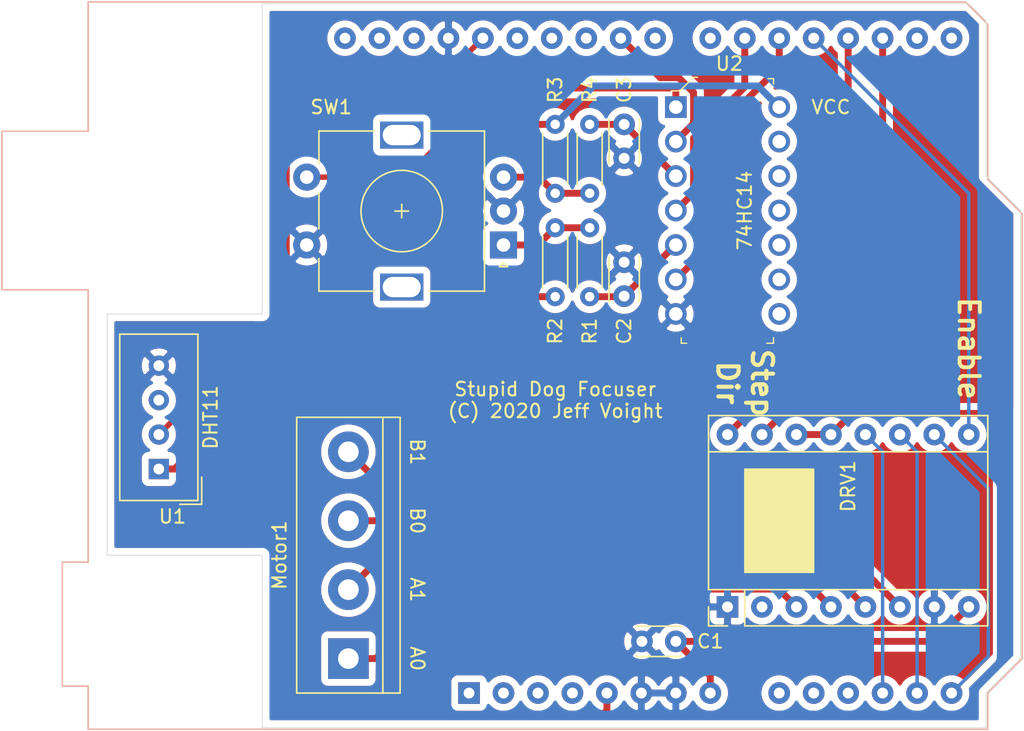
<source format=kicad_pcb>
(kicad_pcb (version 20171130) (host pcbnew "(5.1.5)-3")

  (general
    (thickness 1.6)
    (drawings 25)
    (tracks 123)
    (zones 0)
    (modules 13)
    (nets 23)
  )

  (page A4)
  (layers
    (0 F.Cu signal)
    (31 B.Cu signal)
    (32 B.Adhes user)
    (33 F.Adhes user)
    (34 B.Paste user)
    (35 F.Paste user)
    (36 B.SilkS user)
    (37 F.SilkS user)
    (38 B.Mask user)
    (39 F.Mask user)
    (40 Dwgs.User user)
    (41 Cmts.User user)
    (42 Eco1.User user)
    (43 Eco2.User user)
    (44 Edge.Cuts user)
    (45 Margin user)
    (46 B.CrtYd user)
    (47 F.CrtYd user)
    (48 B.Fab user)
    (49 F.Fab user)
  )

  (setup
    (last_trace_width 0.254)
    (user_trace_width 0.4)
    (user_trace_width 0.508)
    (user_trace_width 1)
    (trace_clearance 0.254)
    (zone_clearance 0.508)
    (zone_45_only no)
    (trace_min 0.000254)
    (via_size 0.3302)
    (via_drill 0.3048)
    (via_min_size 0.000381)
    (via_min_drill 0.3)
    (uvia_size 0.1778)
    (uvia_drill 0.127)
    (uvias_allowed no)
    (uvia_min_size 0.000381)
    (uvia_min_drill 0.1)
    (edge_width 0.05)
    (segment_width 0.2)
    (pcb_text_width 0.3)
    (pcb_text_size 1.5 1.5)
    (mod_edge_width 0.12)
    (mod_text_size 1 1)
    (mod_text_width 0.15)
    (pad_size 1.524 1.524)
    (pad_drill 0.762)
    (pad_to_mask_clearance 0.051)
    (solder_mask_min_width 0.25)
    (aux_axis_origin 0 0)
    (visible_elements 7FFFFFFF)
    (pcbplotparams
      (layerselection 0x010fc_ffffffff)
      (usegerberextensions false)
      (usegerberattributes false)
      (usegerberadvancedattributes false)
      (creategerberjobfile false)
      (excludeedgelayer true)
      (linewidth 0.100000)
      (plotframeref false)
      (viasonmask false)
      (mode 1)
      (useauxorigin false)
      (hpglpennumber 1)
      (hpglpenspeed 20)
      (hpglpendiameter 15.000000)
      (psnegative false)
      (psa4output false)
      (plotreference true)
      (plotvalue true)
      (plotinvisibletext false)
      (padsonsilk false)
      (subtractmaskfromsilk false)
      (outputformat 1)
      (mirror false)
      (drillshape 1)
      (scaleselection 1)
      (outputdirectory ""))
  )

  (net 0 "")
  (net 1 Step)
  (net 2 Dir)
  (net 3 Enable)
  (net 4 ENCA)
  (net 5 VCC)
  (net 6 ENCB)
  (net 7 GND)
  (net 8 S1)
  (net 9 12V)
  (net 10 M0)
  (net 11 M1)
  (net 12 M2)
  (net 13 DHTIO)
  (net 14 "Net-(DRV1-Pad3)")
  (net 15 "Net-(DRV1-Pad4)")
  (net 16 "Net-(DRV1-Pad5)")
  (net 17 "Net-(DRV1-Pad6)")
  (net 18 "Net-(R1-Pad2)")
  (net 19 "Net-(R3-Pad2)")
  (net 20 ENCB_A)
  (net 21 S1_A)
  (net 22 ENCA_A)

  (net_class Default "This is the default net class."
    (clearance 0.254)
    (trace_width 0.254)
    (via_dia 0.3302)
    (via_drill 0.3048)
    (uvia_dia 0.1778)
    (uvia_drill 0.127)
    (diff_pair_width 0.254)
    (diff_pair_gap 0.254)
    (add_net DHTIO)
    (add_net Dir)
    (add_net ENCA)
    (add_net ENCA_A)
    (add_net ENCB)
    (add_net ENCB_A)
    (add_net Enable)
    (add_net GND)
    (add_net M0)
    (add_net M1)
    (add_net M2)
    (add_net "Net-(DRV1-Pad3)")
    (add_net "Net-(DRV1-Pad4)")
    (add_net "Net-(DRV1-Pad5)")
    (add_net "Net-(DRV1-Pad6)")
    (add_net "Net-(R1-Pad2)")
    (add_net "Net-(R3-Pad2)")
    (add_net S1)
    (add_net S1_A)
    (add_net Step)
  )

  (net_class Power ""
    (clearance 0.508)
    (trace_width 0.508)
    (via_dia 0.508)
    (via_drill 0.3048)
    (uvia_dia 1.016)
    (uvia_drill 0.3048)
    (diff_pair_width 1.016)
    (diff_pair_gap 1.016)
    (add_net 12V)
    (add_net VCC)
  )

  (module Rotary_Encoder:RotaryEncoder_Alps_EC11E-Switch_Vertical_H20mm (layer F.Cu) (tedit 5A74C8CB) (tstamp 5E4775C9)
    (at 137.16 60.96 180)
    (descr "Alps rotary encoder, EC12E... with switch, vertical shaft, http://www.alps.com/prod/info/E/HTML/Encoder/Incremental/EC11/EC11E15204A3.html")
    (tags "rotary encoder")
    (path /5E430D3D)
    (fp_text reference SW1 (at 12.7 10.16) (layer F.SilkS)
      (effects (font (size 1 1) (thickness 0.15)))
    )
    (fp_text value Rotary_Encoder_Switch (at 7.5 10.4) (layer F.Fab)
      (effects (font (size 1 1) (thickness 0.15)))
    )
    (fp_text user %R (at 11.43 6.35) (layer F.Fab)
      (effects (font (size 1 1) (thickness 0.15)))
    )
    (fp_line (start 7 2.5) (end 8 2.5) (layer F.SilkS) (width 0.12))
    (fp_line (start 7.5 2) (end 7.5 3) (layer F.SilkS) (width 0.12))
    (fp_line (start 13.6 6) (end 13.6 8.4) (layer F.SilkS) (width 0.12))
    (fp_line (start 13.6 1.2) (end 13.6 3.8) (layer F.SilkS) (width 0.12))
    (fp_line (start 13.6 -3.4) (end 13.6 -1) (layer F.SilkS) (width 0.12))
    (fp_line (start 4.5 2.5) (end 10.5 2.5) (layer F.Fab) (width 0.12))
    (fp_line (start 7.5 -0.5) (end 7.5 5.5) (layer F.Fab) (width 0.12))
    (fp_line (start 0.3 -1.6) (end 0 -1.3) (layer F.SilkS) (width 0.12))
    (fp_line (start -0.3 -1.6) (end 0.3 -1.6) (layer F.SilkS) (width 0.12))
    (fp_line (start 0 -1.3) (end -0.3 -1.6) (layer F.SilkS) (width 0.12))
    (fp_line (start 1.4 -3.4) (end 1.4 8.4) (layer F.SilkS) (width 0.12))
    (fp_line (start 5.5 -3.4) (end 1.4 -3.4) (layer F.SilkS) (width 0.12))
    (fp_line (start 5.5 8.4) (end 1.4 8.4) (layer F.SilkS) (width 0.12))
    (fp_line (start 13.6 8.4) (end 9.5 8.4) (layer F.SilkS) (width 0.12))
    (fp_line (start 9.5 -3.4) (end 13.6 -3.4) (layer F.SilkS) (width 0.12))
    (fp_line (start 1.5 -2.2) (end 2.5 -3.3) (layer F.Fab) (width 0.12))
    (fp_line (start 1.5 8.3) (end 1.5 -2.2) (layer F.Fab) (width 0.12))
    (fp_line (start 13.5 8.3) (end 1.5 8.3) (layer F.Fab) (width 0.12))
    (fp_line (start 13.5 -3.3) (end 13.5 8.3) (layer F.Fab) (width 0.12))
    (fp_line (start 2.5 -3.3) (end 13.5 -3.3) (layer F.Fab) (width 0.12))
    (fp_line (start -1.5 -4.6) (end 16 -4.6) (layer F.CrtYd) (width 0.05))
    (fp_line (start -1.5 -4.6) (end -1.5 9.6) (layer F.CrtYd) (width 0.05))
    (fp_line (start 16 9.6) (end 16 -4.6) (layer F.CrtYd) (width 0.05))
    (fp_line (start 16 9.6) (end -1.5 9.6) (layer F.CrtYd) (width 0.05))
    (fp_circle (center 7.5 2.5) (end 10.5 2.5) (layer F.SilkS) (width 0.12))
    (fp_circle (center 7.5 2.5) (end 10.5 2.5) (layer F.Fab) (width 0.12))
    (pad S1 thru_hole circle (at 14.5 5 180) (size 2 2) (drill 1) (layers *.Cu *.Mask)
      (net 8 S1))
    (pad S2 thru_hole circle (at 14.5 0 180) (size 2 2) (drill 1) (layers *.Cu *.Mask)
      (net 7 GND))
    (pad MP thru_hole rect (at 7.5 8.1 180) (size 3.2 2) (drill oval 2.8 1.5) (layers *.Cu *.Mask))
    (pad MP thru_hole rect (at 7.5 -3.1 180) (size 3.2 2) (drill oval 2.8 1.5) (layers *.Cu *.Mask))
    (pad B thru_hole circle (at 0 5 180) (size 2 2) (drill 1) (layers *.Cu *.Mask)
      (net 19 "Net-(R3-Pad2)"))
    (pad C thru_hole circle (at 0 2.5 180) (size 2 2) (drill 1) (layers *.Cu *.Mask)
      (net 7 GND))
    (pad A thru_hole rect (at 0 0 180) (size 2 2) (drill 1) (layers *.Cu *.Mask)
      (net 18 "Net-(R1-Pad2)"))
    (model ${KISYS3DMOD}/Rotary_Encoder.3dshapes/RotaryEncoder_Alps_EC11E-Switch_Vertical_H20mm.wrl
      (at (xyz 0 0 0))
      (scale (xyz 1 1 1))
      (rotate (xyz 0 0 0))
    )
  )

  (module Module:Arduino_UNO_R3 (layer B.Cu) (tedit 58AB60FC) (tstamp 5E4774F6)
    (at 134.62 93.98)
    (descr "Arduino UNO R3, http://www.mouser.com/pdfdocs/Gravitech_Arduino_Nano3_0.pdf")
    (tags "Arduino UNO R3")
    (path /5E42D953)
    (fp_text reference A1 (at 1.27 3.81 -180) (layer B.SilkS) hide
      (effects (font (size 1 1) (thickness 0.15)) (justify mirror))
    )
    (fp_text value Arduino_UNO_R3 (at 0 -22.86) (layer B.Fab)
      (effects (font (size 1 1) (thickness 0.15)) (justify mirror))
    )
    (fp_text user %R (at 0 -20.32 -180) (layer B.Fab)
      (effects (font (size 1 1) (thickness 0.15)) (justify mirror))
    )
    (fp_line (start 38.35 2.79) (end 38.35 0) (layer B.CrtYd) (width 0.05))
    (fp_line (start 38.35 0) (end 40.89 -2.54) (layer B.CrtYd) (width 0.05))
    (fp_line (start 40.89 -2.54) (end 40.89 -35.31) (layer B.CrtYd) (width 0.05))
    (fp_line (start 40.89 -35.31) (end 38.35 -37.85) (layer B.CrtYd) (width 0.05))
    (fp_line (start 38.35 -37.85) (end 38.35 -49.28) (layer B.CrtYd) (width 0.05))
    (fp_line (start 38.35 -49.28) (end 36.58 -51.05) (layer B.CrtYd) (width 0.05))
    (fp_line (start 36.58 -51.05) (end -28.19 -51.05) (layer B.CrtYd) (width 0.05))
    (fp_line (start -28.19 -51.05) (end -28.19 -41.53) (layer B.CrtYd) (width 0.05))
    (fp_line (start -28.19 -41.53) (end -34.54 -41.53) (layer B.CrtYd) (width 0.05))
    (fp_line (start -34.54 -41.53) (end -34.54 -29.59) (layer B.CrtYd) (width 0.05))
    (fp_line (start -34.54 -29.59) (end -28.19 -29.59) (layer B.CrtYd) (width 0.05))
    (fp_line (start -28.19 -29.59) (end -28.19 -9.78) (layer B.CrtYd) (width 0.05))
    (fp_line (start -28.19 -9.78) (end -30.1 -9.78) (layer B.CrtYd) (width 0.05))
    (fp_line (start -30.1 -9.78) (end -30.1 -0.38) (layer B.CrtYd) (width 0.05))
    (fp_line (start -30.1 -0.38) (end -28.19 -0.38) (layer B.CrtYd) (width 0.05))
    (fp_line (start -28.19 -0.38) (end -28.19 2.79) (layer B.CrtYd) (width 0.05))
    (fp_line (start -28.19 2.79) (end 38.35 2.79) (layer B.CrtYd) (width 0.05))
    (fp_line (start 40.77 -35.31) (end 40.77 -2.54) (layer B.SilkS) (width 0.12))
    (fp_line (start 40.77 -2.54) (end 38.23 0) (layer B.SilkS) (width 0.12))
    (fp_line (start 38.23 0) (end 38.23 2.67) (layer B.SilkS) (width 0.12))
    (fp_line (start 38.23 2.67) (end -28.07 2.67) (layer B.SilkS) (width 0.12))
    (fp_line (start -28.07 2.67) (end -28.07 -0.51) (layer B.SilkS) (width 0.12))
    (fp_line (start -28.07 -0.51) (end -29.97 -0.51) (layer B.SilkS) (width 0.12))
    (fp_line (start -29.97 -0.51) (end -29.97 -9.65) (layer B.SilkS) (width 0.12))
    (fp_line (start -29.97 -9.65) (end -28.07 -9.65) (layer B.SilkS) (width 0.12))
    (fp_line (start -28.07 -9.65) (end -28.07 -29.72) (layer B.SilkS) (width 0.12))
    (fp_line (start -28.07 -29.72) (end -34.42 -29.72) (layer B.SilkS) (width 0.12))
    (fp_line (start -34.42 -29.72) (end -34.42 -41.4) (layer B.SilkS) (width 0.12))
    (fp_line (start -34.42 -41.4) (end -28.07 -41.4) (layer B.SilkS) (width 0.12))
    (fp_line (start -28.07 -41.4) (end -28.07 -50.93) (layer B.SilkS) (width 0.12))
    (fp_line (start -28.07 -50.93) (end 36.58 -50.93) (layer B.SilkS) (width 0.12))
    (fp_line (start 36.58 -50.93) (end 38.23 -49.28) (layer B.SilkS) (width 0.12))
    (fp_line (start 38.23 -49.28) (end 38.23 -37.85) (layer B.SilkS) (width 0.12))
    (fp_line (start 38.23 -37.85) (end 40.77 -35.31) (layer B.SilkS) (width 0.12))
    (fp_line (start -34.29 -29.84) (end -18.41 -29.84) (layer B.Fab) (width 0.1))
    (fp_line (start -18.41 -29.84) (end -18.41 -41.27) (layer B.Fab) (width 0.1))
    (fp_line (start -18.41 -41.27) (end -34.29 -41.27) (layer B.Fab) (width 0.1))
    (fp_line (start -34.29 -41.27) (end -34.29 -29.84) (layer B.Fab) (width 0.1))
    (fp_line (start -29.84 -0.64) (end -16.51 -0.64) (layer B.Fab) (width 0.1))
    (fp_line (start -16.51 -0.64) (end -16.51 -9.53) (layer B.Fab) (width 0.1))
    (fp_line (start -16.51 -9.53) (end -29.84 -9.53) (layer B.Fab) (width 0.1))
    (fp_line (start -29.84 -9.53) (end -29.84 -0.64) (layer B.Fab) (width 0.1))
    (fp_line (start 38.1 -37.85) (end 38.1 -49.28) (layer B.Fab) (width 0.1))
    (fp_line (start 40.64 -2.54) (end 40.64 -35.31) (layer B.Fab) (width 0.1))
    (fp_line (start 40.64 -35.31) (end 38.1 -37.85) (layer B.Fab) (width 0.1))
    (fp_line (start 38.1 2.54) (end 38.1 0) (layer B.Fab) (width 0.1))
    (fp_line (start 38.1 0) (end 40.64 -2.54) (layer B.Fab) (width 0.1))
    (fp_line (start 38.1 -49.28) (end 36.58 -50.8) (layer B.Fab) (width 0.1))
    (fp_line (start 36.58 -50.8) (end -27.94 -50.8) (layer B.Fab) (width 0.1))
    (fp_line (start -27.94 -50.8) (end -27.94 2.54) (layer B.Fab) (width 0.1))
    (fp_line (start -27.94 2.54) (end 38.1 2.54) (layer B.Fab) (width 0.1))
    (pad 32 thru_hole oval (at -9.14 -48.26 270) (size 1.6 1.6) (drill 0.8) (layers *.Cu *.Mask))
    (pad 31 thru_hole oval (at -6.6 -48.26 270) (size 1.6 1.6) (drill 0.8) (layers *.Cu *.Mask))
    (pad 1 thru_hole rect (at 0 0 270) (size 1.6 1.6) (drill 0.8) (layers *.Cu *.Mask))
    (pad 17 thru_hole oval (at 30.48 -48.26 270) (size 1.6 1.6) (drill 0.8) (layers *.Cu *.Mask)
      (net 1 Step))
    (pad 2 thru_hole oval (at 2.54 0 270) (size 1.6 1.6) (drill 0.8) (layers *.Cu *.Mask))
    (pad 18 thru_hole oval (at 27.94 -48.26 270) (size 1.6 1.6) (drill 0.8) (layers *.Cu *.Mask)
      (net 2 Dir))
    (pad 3 thru_hole oval (at 5.08 0 270) (size 1.6 1.6) (drill 0.8) (layers *.Cu *.Mask))
    (pad 19 thru_hole oval (at 25.4 -48.26 270) (size 1.6 1.6) (drill 0.8) (layers *.Cu *.Mask)
      (net 3 Enable))
    (pad 4 thru_hole oval (at 7.62 0 270) (size 1.6 1.6) (drill 0.8) (layers *.Cu *.Mask))
    (pad 20 thru_hole oval (at 22.86 -48.26 270) (size 1.6 1.6) (drill 0.8) (layers *.Cu *.Mask)
      (net 22 ENCA_A))
    (pad 5 thru_hole oval (at 10.16 0 270) (size 1.6 1.6) (drill 0.8) (layers *.Cu *.Mask)
      (net 5 VCC))
    (pad 21 thru_hole oval (at 20.32 -48.26 270) (size 1.6 1.6) (drill 0.8) (layers *.Cu *.Mask)
      (net 20 ENCB_A))
    (pad 6 thru_hole oval (at 12.7 0 270) (size 1.6 1.6) (drill 0.8) (layers *.Cu *.Mask)
      (net 7 GND))
    (pad 22 thru_hole oval (at 17.78 -48.26 270) (size 1.6 1.6) (drill 0.8) (layers *.Cu *.Mask))
    (pad 7 thru_hole oval (at 15.24 0 270) (size 1.6 1.6) (drill 0.8) (layers *.Cu *.Mask)
      (net 7 GND))
    (pad 23 thru_hole oval (at 13.72 -48.26 270) (size 1.6 1.6) (drill 0.8) (layers *.Cu *.Mask))
    (pad 8 thru_hole oval (at 17.78 0 270) (size 1.6 1.6) (drill 0.8) (layers *.Cu *.Mask)
      (net 9 12V))
    (pad 24 thru_hole oval (at 11.18 -48.26 270) (size 1.6 1.6) (drill 0.8) (layers *.Cu *.Mask)
      (net 21 S1_A))
    (pad 9 thru_hole oval (at 22.86 0 270) (size 1.6 1.6) (drill 0.8) (layers *.Cu *.Mask))
    (pad 25 thru_hole oval (at 8.64 -48.26 270) (size 1.6 1.6) (drill 0.8) (layers *.Cu *.Mask))
    (pad 10 thru_hole oval (at 25.4 0 270) (size 1.6 1.6) (drill 0.8) (layers *.Cu *.Mask))
    (pad 26 thru_hole oval (at 6.1 -48.26 270) (size 1.6 1.6) (drill 0.8) (layers *.Cu *.Mask))
    (pad 11 thru_hole oval (at 27.94 0 270) (size 1.6 1.6) (drill 0.8) (layers *.Cu *.Mask))
    (pad 27 thru_hole oval (at 3.56 -48.26 270) (size 1.6 1.6) (drill 0.8) (layers *.Cu *.Mask))
    (pad 12 thru_hole oval (at 30.48 0 270) (size 1.6 1.6) (drill 0.8) (layers *.Cu *.Mask)
      (net 12 M2))
    (pad 28 thru_hole oval (at 1.02 -48.26 270) (size 1.6 1.6) (drill 0.8) (layers *.Cu *.Mask)
      (net 13 DHTIO))
    (pad 13 thru_hole oval (at 33.02 0 270) (size 1.6 1.6) (drill 0.8) (layers *.Cu *.Mask)
      (net 11 M1))
    (pad 29 thru_hole oval (at -1.52 -48.26 270) (size 1.6 1.6) (drill 0.8) (layers *.Cu *.Mask)
      (net 7 GND))
    (pad 14 thru_hole oval (at 35.56 0 270) (size 1.6 1.6) (drill 0.8) (layers *.Cu *.Mask)
      (net 10 M0))
    (pad 30 thru_hole oval (at -4.06 -48.26 270) (size 1.6 1.6) (drill 0.8) (layers *.Cu *.Mask))
    (pad 15 thru_hole oval (at 35.56 -48.26 270) (size 1.6 1.6) (drill 0.8) (layers *.Cu *.Mask))
    (pad 16 thru_hole oval (at 33.02 -48.26 270) (size 1.6 1.6) (drill 0.8) (layers *.Cu *.Mask))
    (model ${KISYS3DMOD}/Module.3dshapes/Arduino_UNO_R3.wrl
      (at (xyz 0 0 0))
      (scale (xyz 1 1 1))
      (rotate (xyz 0 0 0))
    )
  )

  (module Capacitor_THT:C_Disc_D3.0mm_W2.0mm_P2.50mm (layer F.Cu) (tedit 5AE50EF0) (tstamp 5E42932A)
    (at 149.86 90.17 180)
    (descr "C, Disc series, Radial, pin pitch=2.50mm, , diameter*width=3*2mm^2, Capacitor")
    (tags "C Disc series Radial pin pitch 2.50mm  diameter 3mm width 2mm Capacitor")
    (path /5E43491A)
    (fp_text reference C1 (at -2.54 0) (layer F.SilkS)
      (effects (font (size 1 1) (thickness 0.15)))
    )
    (fp_text value .01uF (at 1.25 2.25) (layer F.Fab)
      (effects (font (size 1 1) (thickness 0.15)))
    )
    (fp_line (start -0.25 -1) (end -0.25 1) (layer F.Fab) (width 0.1))
    (fp_line (start -0.25 1) (end 2.75 1) (layer F.Fab) (width 0.1))
    (fp_line (start 2.75 1) (end 2.75 -1) (layer F.Fab) (width 0.1))
    (fp_line (start 2.75 -1) (end -0.25 -1) (layer F.Fab) (width 0.1))
    (fp_line (start -0.37 -1.12) (end 2.87 -1.12) (layer F.SilkS) (width 0.12))
    (fp_line (start -0.37 1.12) (end 2.87 1.12) (layer F.SilkS) (width 0.12))
    (fp_line (start -0.37 -1.12) (end -0.37 -1.055) (layer F.SilkS) (width 0.12))
    (fp_line (start -0.37 1.055) (end -0.37 1.12) (layer F.SilkS) (width 0.12))
    (fp_line (start 2.87 -1.12) (end 2.87 -1.055) (layer F.SilkS) (width 0.12))
    (fp_line (start 2.87 1.055) (end 2.87 1.12) (layer F.SilkS) (width 0.12))
    (fp_line (start -1.05 -1.25) (end -1.05 1.25) (layer F.CrtYd) (width 0.05))
    (fp_line (start -1.05 1.25) (end 3.55 1.25) (layer F.CrtYd) (width 0.05))
    (fp_line (start 3.55 1.25) (end 3.55 -1.25) (layer F.CrtYd) (width 0.05))
    (fp_line (start 3.55 -1.25) (end -1.05 -1.25) (layer F.CrtYd) (width 0.05))
    (fp_text user %R (at 1.25 0) (layer F.Fab)
      (effects (font (size 0.6 0.6) (thickness 0.09)))
    )
    (pad 1 thru_hole circle (at 0 0 180) (size 1.6 1.6) (drill 0.8) (layers *.Cu *.Mask)
      (net 9 12V))
    (pad 2 thru_hole circle (at 2.5 0 180) (size 1.6 1.6) (drill 0.8) (layers *.Cu *.Mask)
      (net 7 GND))
    (model ${KISYS3DMOD}/Capacitor_THT.3dshapes/C_Disc_D3.0mm_W2.0mm_P2.50mm.wrl
      (at (xyz 0 0 0))
      (scale (xyz 1 1 1))
      (rotate (xyz 0 0 0))
    )
  )

  (module Capacitor_THT:C_Disc_D3.0mm_W2.0mm_P2.50mm (layer F.Cu) (tedit 5AE50EF0) (tstamp 5E4776C9)
    (at 146.05 62.23 270)
    (descr "C, Disc series, Radial, pin pitch=2.50mm, , diameter*width=3*2mm^2, Capacitor")
    (tags "C Disc series Radial pin pitch 2.50mm  diameter 3mm width 2mm Capacitor")
    (path /5E43407D)
    (fp_text reference C2 (at 5.08 0 90) (layer F.SilkS)
      (effects (font (size 1 1) (thickness 0.15)))
    )
    (fp_text value .01uF (at 1.25 2.25 90) (layer F.Fab)
      (effects (font (size 1 1) (thickness 0.15)))
    )
    (fp_text user %R (at 1.25 0 90) (layer F.Fab)
      (effects (font (size 0.6 0.6) (thickness 0.09)))
    )
    (fp_line (start 3.55 -1.25) (end -1.05 -1.25) (layer F.CrtYd) (width 0.05))
    (fp_line (start 3.55 1.25) (end 3.55 -1.25) (layer F.CrtYd) (width 0.05))
    (fp_line (start -1.05 1.25) (end 3.55 1.25) (layer F.CrtYd) (width 0.05))
    (fp_line (start -1.05 -1.25) (end -1.05 1.25) (layer F.CrtYd) (width 0.05))
    (fp_line (start 2.87 1.055) (end 2.87 1.12) (layer F.SilkS) (width 0.12))
    (fp_line (start 2.87 -1.12) (end 2.87 -1.055) (layer F.SilkS) (width 0.12))
    (fp_line (start -0.37 1.055) (end -0.37 1.12) (layer F.SilkS) (width 0.12))
    (fp_line (start -0.37 -1.12) (end -0.37 -1.055) (layer F.SilkS) (width 0.12))
    (fp_line (start -0.37 1.12) (end 2.87 1.12) (layer F.SilkS) (width 0.12))
    (fp_line (start -0.37 -1.12) (end 2.87 -1.12) (layer F.SilkS) (width 0.12))
    (fp_line (start 2.75 -1) (end -0.25 -1) (layer F.Fab) (width 0.1))
    (fp_line (start 2.75 1) (end 2.75 -1) (layer F.Fab) (width 0.1))
    (fp_line (start -0.25 1) (end 2.75 1) (layer F.Fab) (width 0.1))
    (fp_line (start -0.25 -1) (end -0.25 1) (layer F.Fab) (width 0.1))
    (pad 2 thru_hole circle (at 2.5 0 270) (size 1.6 1.6) (drill 0.8) (layers *.Cu *.Mask)
      (net 4 ENCA))
    (pad 1 thru_hole circle (at 0 0 270) (size 1.6 1.6) (drill 0.8) (layers *.Cu *.Mask)
      (net 7 GND))
    (model ${KISYS3DMOD}/Capacitor_THT.3dshapes/C_Disc_D3.0mm_W2.0mm_P2.50mm.wrl
      (at (xyz 0 0 0))
      (scale (xyz 1 1 1))
      (rotate (xyz 0 0 0))
    )
  )

  (module Capacitor_THT:C_Disc_D3.0mm_W2.0mm_P2.50mm (layer F.Cu) (tedit 5AE50EF0) (tstamp 5E477477)
    (at 146.05 54.57 90)
    (descr "C, Disc series, Radial, pin pitch=2.50mm, , diameter*width=3*2mm^2, Capacitor")
    (tags "C Disc series Radial pin pitch 2.50mm  diameter 3mm width 2mm Capacitor")
    (path /5E433403)
    (fp_text reference C3 (at 5.04 0 90) (layer F.SilkS)
      (effects (font (size 1 1) (thickness 0.15)))
    )
    (fp_text value .01uF (at 1.25 2.25 90) (layer F.Fab)
      (effects (font (size 1 1) (thickness 0.15)))
    )
    (fp_line (start -0.25 -1) (end -0.25 1) (layer F.Fab) (width 0.1))
    (fp_line (start -0.25 1) (end 2.75 1) (layer F.Fab) (width 0.1))
    (fp_line (start 2.75 1) (end 2.75 -1) (layer F.Fab) (width 0.1))
    (fp_line (start 2.75 -1) (end -0.25 -1) (layer F.Fab) (width 0.1))
    (fp_line (start -0.37 -1.12) (end 2.87 -1.12) (layer F.SilkS) (width 0.12))
    (fp_line (start -0.37 1.12) (end 2.87 1.12) (layer F.SilkS) (width 0.12))
    (fp_line (start -0.37 -1.12) (end -0.37 -1.055) (layer F.SilkS) (width 0.12))
    (fp_line (start -0.37 1.055) (end -0.37 1.12) (layer F.SilkS) (width 0.12))
    (fp_line (start 2.87 -1.12) (end 2.87 -1.055) (layer F.SilkS) (width 0.12))
    (fp_line (start 2.87 1.055) (end 2.87 1.12) (layer F.SilkS) (width 0.12))
    (fp_line (start -1.05 -1.25) (end -1.05 1.25) (layer F.CrtYd) (width 0.05))
    (fp_line (start -1.05 1.25) (end 3.55 1.25) (layer F.CrtYd) (width 0.05))
    (fp_line (start 3.55 1.25) (end 3.55 -1.25) (layer F.CrtYd) (width 0.05))
    (fp_line (start 3.55 -1.25) (end -1.05 -1.25) (layer F.CrtYd) (width 0.05))
    (fp_text user %R (at 1.25 0 90) (layer F.Fab)
      (effects (font (size 0.6 0.6) (thickness 0.09)))
    )
    (pad 1 thru_hole circle (at 0 0 90) (size 1.6 1.6) (drill 0.8) (layers *.Cu *.Mask)
      (net 7 GND))
    (pad 2 thru_hole circle (at 2.5 0 90) (size 1.6 1.6) (drill 0.8) (layers *.Cu *.Mask)
      (net 6 ENCB))
    (model ${KISYS3DMOD}/Capacitor_THT.3dshapes/C_Disc_D3.0mm_W2.0mm_P2.50mm.wrl
      (at (xyz 0 0 0))
      (scale (xyz 1 1 1))
      (rotate (xyz 0 0 0))
    )
  )

  (module Module:Pololu_Breakout-16_15.2x20.3mm (layer F.Cu) (tedit 58AB602C) (tstamp 5E42937C)
    (at 153.67 87.63 90)
    (descr "Pololu Breakout 16-pin 15.2x20.3mm 0.6x0.8\\")
    (tags "Pololu Breakout")
    (path /5E42E952)
    (fp_text reference DRV1 (at 8.89 8.89 90) (layer F.SilkS)
      (effects (font (size 1 1) (thickness 0.15)))
    )
    (fp_text value Pololu_Breakout_DRV8825 (at 6.35 20.17 90) (layer F.Fab)
      (effects (font (size 1 1) (thickness 0.15)))
    )
    (fp_text user %R (at 6.35 0 90) (layer F.Fab)
      (effects (font (size 1 1) (thickness 0.15)))
    )
    (fp_line (start 11.43 -1.4) (end 11.43 19.18) (layer F.SilkS) (width 0.12))
    (fp_line (start 1.27 1.27) (end 1.27 19.18) (layer F.SilkS) (width 0.12))
    (fp_line (start 0 -1.4) (end -1.4 -1.4) (layer F.SilkS) (width 0.12))
    (fp_line (start -1.4 -1.4) (end -1.4 0) (layer F.SilkS) (width 0.12))
    (fp_line (start 1.27 -1.4) (end 1.27 1.27) (layer F.SilkS) (width 0.12))
    (fp_line (start 1.27 1.27) (end -1.4 1.27) (layer F.SilkS) (width 0.12))
    (fp_line (start -1.4 1.27) (end -1.4 19.18) (layer F.SilkS) (width 0.12))
    (fp_line (start -1.4 19.18) (end 14.1 19.18) (layer F.SilkS) (width 0.12))
    (fp_line (start 14.1 19.18) (end 14.1 -1.4) (layer F.SilkS) (width 0.12))
    (fp_line (start 14.1 -1.4) (end 1.27 -1.4) (layer F.SilkS) (width 0.12))
    (fp_line (start -1.27 0) (end 0 -1.27) (layer F.Fab) (width 0.1))
    (fp_line (start 0 -1.27) (end 13.97 -1.27) (layer F.Fab) (width 0.1))
    (fp_line (start 13.97 -1.27) (end 13.97 19.05) (layer F.Fab) (width 0.1))
    (fp_line (start 13.97 19.05) (end -1.27 19.05) (layer F.Fab) (width 0.1))
    (fp_line (start -1.27 19.05) (end -1.27 0) (layer F.Fab) (width 0.1))
    (fp_line (start -1.53 -1.52) (end 14.21 -1.52) (layer F.CrtYd) (width 0.05))
    (fp_line (start -1.53 -1.52) (end -1.53 19.3) (layer F.CrtYd) (width 0.05))
    (fp_line (start 14.21 19.3) (end 14.21 -1.52) (layer F.CrtYd) (width 0.05))
    (fp_line (start 14.21 19.3) (end -1.53 19.3) (layer F.CrtYd) (width 0.05))
    (pad 1 thru_hole rect (at 0 0 90) (size 1.6 1.6) (drill 0.8) (layers *.Cu *.Mask)
      (net 7 GND))
    (pad 9 thru_hole oval (at 12.7 17.78 90) (size 1.6 1.6) (drill 0.8) (layers *.Cu *.Mask)
      (net 3 Enable))
    (pad 2 thru_hole oval (at 0 2.54 90) (size 1.6 1.6) (drill 0.8) (layers *.Cu *.Mask))
    (pad 10 thru_hole oval (at 12.7 15.24 90) (size 1.6 1.6) (drill 0.8) (layers *.Cu *.Mask)
      (net 10 M0))
    (pad 3 thru_hole oval (at 0 5.08 90) (size 1.6 1.6) (drill 0.8) (layers *.Cu *.Mask)
      (net 14 "Net-(DRV1-Pad3)"))
    (pad 11 thru_hole oval (at 12.7 12.7 90) (size 1.6 1.6) (drill 0.8) (layers *.Cu *.Mask)
      (net 11 M1))
    (pad 4 thru_hole oval (at 0 7.62 90) (size 1.6 1.6) (drill 0.8) (layers *.Cu *.Mask)
      (net 15 "Net-(DRV1-Pad4)"))
    (pad 12 thru_hole oval (at 12.7 10.16 90) (size 1.6 1.6) (drill 0.8) (layers *.Cu *.Mask)
      (net 12 M2))
    (pad 5 thru_hole oval (at 0 10.16 90) (size 1.6 1.6) (drill 0.8) (layers *.Cu *.Mask)
      (net 16 "Net-(DRV1-Pad5)"))
    (pad 13 thru_hole oval (at 12.7 7.62 90) (size 1.6 1.6) (drill 0.8) (layers *.Cu *.Mask)
      (net 5 VCC))
    (pad 6 thru_hole oval (at 0 12.7 90) (size 1.6 1.6) (drill 0.8) (layers *.Cu *.Mask)
      (net 17 "Net-(DRV1-Pad6)"))
    (pad 14 thru_hole oval (at 12.7 5.08 90) (size 1.6 1.6) (drill 0.8) (layers *.Cu *.Mask)
      (net 5 VCC))
    (pad 7 thru_hole oval (at 0 15.24 90) (size 1.6 1.6) (drill 0.8) (layers *.Cu *.Mask)
      (net 7 GND))
    (pad 15 thru_hole oval (at 12.7 2.54 90) (size 1.6 1.6) (drill 0.8) (layers *.Cu *.Mask)
      (net 1 Step))
    (pad 8 thru_hole oval (at 0 17.78 90) (size 1.6 1.6) (drill 0.8) (layers *.Cu *.Mask)
      (net 9 12V))
    (pad 16 thru_hole oval (at 12.7 0 90) (size 1.6 1.6) (drill 0.8) (layers *.Cu *.Mask)
      (net 2 Dir))
    (model ${KISYS3DMOD}/Module.3dshapes/Pololu_Breakout-16_15.2x20.3mm.wrl
      (at (xyz 0 0 0))
      (scale (xyz 1 1 1))
      (rotate (xyz 0 0 0))
    )
  )

  (module TerminalBlock:TerminalBlock_bornier-4_P5.08mm (layer F.Cu) (tedit 59FF03D1) (tstamp 5E429394)
    (at 125.73 91.44 90)
    (descr "simple 4-pin terminal block, pitch 5.08mm, revamped version of bornier4")
    (tags "terminal block bornier4")
    (path /5E42FC2F)
    (fp_text reference Motor1 (at 7.62 -5.08 90) (layer F.SilkS)
      (effects (font (size 1 1) (thickness 0.15)))
    )
    (fp_text value Stepper_Motor_bipolar (at 7.6 4.75 90) (layer F.Fab)
      (effects (font (size 1 1) (thickness 0.15)))
    )
    (fp_text user %R (at 7.62 0 90) (layer F.Fab)
      (effects (font (size 1 1) (thickness 0.15)))
    )
    (fp_line (start -2.48 2.55) (end 17.72 2.55) (layer F.Fab) (width 0.1))
    (fp_line (start -2.43 3.75) (end -2.48 3.75) (layer F.Fab) (width 0.1))
    (fp_line (start -2.48 3.75) (end -2.48 -3.75) (layer F.Fab) (width 0.1))
    (fp_line (start -2.48 -3.75) (end 17.72 -3.75) (layer F.Fab) (width 0.1))
    (fp_line (start 17.72 -3.75) (end 17.72 3.75) (layer F.Fab) (width 0.1))
    (fp_line (start 17.72 3.75) (end -2.43 3.75) (layer F.Fab) (width 0.1))
    (fp_line (start -2.54 -3.81) (end -2.54 3.81) (layer F.SilkS) (width 0.12))
    (fp_line (start 17.78 3.81) (end 17.78 -3.81) (layer F.SilkS) (width 0.12))
    (fp_line (start 17.78 2.54) (end -2.54 2.54) (layer F.SilkS) (width 0.12))
    (fp_line (start -2.54 -3.81) (end 17.78 -3.81) (layer F.SilkS) (width 0.12))
    (fp_line (start -2.54 3.81) (end 17.78 3.81) (layer F.SilkS) (width 0.12))
    (fp_line (start -2.73 -4) (end 17.97 -4) (layer F.CrtYd) (width 0.05))
    (fp_line (start -2.73 -4) (end -2.73 4) (layer F.CrtYd) (width 0.05))
    (fp_line (start 17.97 4) (end 17.97 -4) (layer F.CrtYd) (width 0.05))
    (fp_line (start 17.97 4) (end -2.73 4) (layer F.CrtYd) (width 0.05))
    (pad 2 thru_hole circle (at 5.08 0 90) (size 3 3) (drill 1.52) (layers *.Cu *.Mask)
      (net 15 "Net-(DRV1-Pad4)"))
    (pad 3 thru_hole circle (at 10.16 0 90) (size 3 3) (drill 1.52) (layers *.Cu *.Mask)
      (net 16 "Net-(DRV1-Pad5)"))
    (pad 1 thru_hole rect (at 0 0 90) (size 3 3) (drill 1.52) (layers *.Cu *.Mask)
      (net 14 "Net-(DRV1-Pad3)"))
    (pad 4 thru_hole circle (at 15.24 0 90) (size 3 3) (drill 1.52) (layers *.Cu *.Mask)
      (net 17 "Net-(DRV1-Pad6)"))
    (model ${KISYS3DMOD}/TerminalBlock.3dshapes/TerminalBlock_bornier-4_P5.08mm.wrl
      (offset (xyz 7.619999885559082 0 0))
      (scale (xyz 1 1 1))
      (rotate (xyz 0 0 0))
    )
  )

  (module Resistor_THT:R_Axial_DIN0204_L3.6mm_D1.6mm_P5.08mm_Horizontal (layer F.Cu) (tedit 5AE5139B) (tstamp 5E477625)
    (at 143.51 64.77 90)
    (descr "Resistor, Axial_DIN0204 series, Axial, Horizontal, pin pitch=5.08mm, 0.167W, length*diameter=3.6*1.6mm^2, http://cdn-reichelt.de/documents/datenblatt/B400/1_4W%23YAG.pdf")
    (tags "Resistor Axial_DIN0204 series Axial Horizontal pin pitch 5.08mm 0.167W length 3.6mm diameter 1.6mm")
    (path /5E4346E3)
    (fp_text reference R1 (at -2.54 0 90) (layer F.SilkS)
      (effects (font (size 1 1) (thickness 0.15)))
    )
    (fp_text value 10k (at 2.54 1.92 90) (layer F.Fab)
      (effects (font (size 1 1) (thickness 0.15)))
    )
    (fp_line (start 0.74 -0.8) (end 0.74 0.8) (layer F.Fab) (width 0.1))
    (fp_line (start 0.74 0.8) (end 4.34 0.8) (layer F.Fab) (width 0.1))
    (fp_line (start 4.34 0.8) (end 4.34 -0.8) (layer F.Fab) (width 0.1))
    (fp_line (start 4.34 -0.8) (end 0.74 -0.8) (layer F.Fab) (width 0.1))
    (fp_line (start 0 0) (end 0.74 0) (layer F.Fab) (width 0.1))
    (fp_line (start 5.08 0) (end 4.34 0) (layer F.Fab) (width 0.1))
    (fp_line (start 0.62 -0.92) (end 4.46 -0.92) (layer F.SilkS) (width 0.12))
    (fp_line (start 0.62 0.92) (end 4.46 0.92) (layer F.SilkS) (width 0.12))
    (fp_line (start -0.95 -1.05) (end -0.95 1.05) (layer F.CrtYd) (width 0.05))
    (fp_line (start -0.95 1.05) (end 6.03 1.05) (layer F.CrtYd) (width 0.05))
    (fp_line (start 6.03 1.05) (end 6.03 -1.05) (layer F.CrtYd) (width 0.05))
    (fp_line (start 6.03 -1.05) (end -0.95 -1.05) (layer F.CrtYd) (width 0.05))
    (fp_text user %R (at 2.54 0 90) (layer F.Fab)
      (effects (font (size 0.72 0.72) (thickness 0.108)))
    )
    (pad 1 thru_hole circle (at 0 0 90) (size 1.4 1.4) (drill 0.7) (layers *.Cu *.Mask)
      (net 4 ENCA))
    (pad 2 thru_hole oval (at 5.08 0 90) (size 1.4 1.4) (drill 0.7) (layers *.Cu *.Mask)
      (net 18 "Net-(R1-Pad2)"))
    (model ${KISYS3DMOD}/Resistor_THT.3dshapes/R_Axial_DIN0204_L3.6mm_D1.6mm_P5.08mm_Horizontal.wrl
      (at (xyz 0 0 0))
      (scale (xyz 1 1 1))
      (rotate (xyz 0 0 0))
    )
  )

  (module Resistor_THT:R_Axial_DIN0204_L3.6mm_D1.6mm_P5.08mm_Horizontal (layer F.Cu) (tedit 5AE5139B) (tstamp 5E477691)
    (at 140.97 64.77 90)
    (descr "Resistor, Axial_DIN0204 series, Axial, Horizontal, pin pitch=5.08mm, 0.167W, length*diameter=3.6*1.6mm^2, http://cdn-reichelt.de/documents/datenblatt/B400/1_4W%23YAG.pdf")
    (tags "Resistor Axial_DIN0204 series Axial Horizontal pin pitch 5.08mm 0.167W length 3.6mm diameter 1.6mm")
    (path /5E4344D5)
    (fp_text reference R2 (at -2.54 0 90) (layer F.SilkS)
      (effects (font (size 1 1) (thickness 0.15)))
    )
    (fp_text value 10k (at 2.54 1.92 90) (layer F.Fab)
      (effects (font (size 1 1) (thickness 0.15)))
    )
    (fp_text user %R (at 2.54 0 90) (layer F.Fab)
      (effects (font (size 0.72 0.72) (thickness 0.108)))
    )
    (fp_line (start 6.03 -1.05) (end -0.95 -1.05) (layer F.CrtYd) (width 0.05))
    (fp_line (start 6.03 1.05) (end 6.03 -1.05) (layer F.CrtYd) (width 0.05))
    (fp_line (start -0.95 1.05) (end 6.03 1.05) (layer F.CrtYd) (width 0.05))
    (fp_line (start -0.95 -1.05) (end -0.95 1.05) (layer F.CrtYd) (width 0.05))
    (fp_line (start 0.62 0.92) (end 4.46 0.92) (layer F.SilkS) (width 0.12))
    (fp_line (start 0.62 -0.92) (end 4.46 -0.92) (layer F.SilkS) (width 0.12))
    (fp_line (start 5.08 0) (end 4.34 0) (layer F.Fab) (width 0.1))
    (fp_line (start 0 0) (end 0.74 0) (layer F.Fab) (width 0.1))
    (fp_line (start 4.34 -0.8) (end 0.74 -0.8) (layer F.Fab) (width 0.1))
    (fp_line (start 4.34 0.8) (end 4.34 -0.8) (layer F.Fab) (width 0.1))
    (fp_line (start 0.74 0.8) (end 4.34 0.8) (layer F.Fab) (width 0.1))
    (fp_line (start 0.74 -0.8) (end 0.74 0.8) (layer F.Fab) (width 0.1))
    (pad 2 thru_hole oval (at 5.08 0 90) (size 1.4 1.4) (drill 0.7) (layers *.Cu *.Mask)
      (net 18 "Net-(R1-Pad2)"))
    (pad 1 thru_hole circle (at 0 0 90) (size 1.4 1.4) (drill 0.7) (layers *.Cu *.Mask)
      (net 5 VCC))
    (model ${KISYS3DMOD}/Resistor_THT.3dshapes/R_Axial_DIN0204_L3.6mm_D1.6mm_P5.08mm_Horizontal.wrl
      (at (xyz 0 0 0))
      (scale (xyz 1 1 1))
      (rotate (xyz 0 0 0))
    )
  )

  (module Resistor_THT:R_Axial_DIN0204_L3.6mm_D1.6mm_P5.08mm_Horizontal (layer F.Cu) (tedit 5AE5139B) (tstamp 5E477703)
    (at 140.97 52.07 270)
    (descr "Resistor, Axial_DIN0204 series, Axial, Horizontal, pin pitch=5.08mm, 0.167W, length*diameter=3.6*1.6mm^2, http://cdn-reichelt.de/documents/datenblatt/B400/1_4W%23YAG.pdf")
    (tags "Resistor Axial_DIN0204 series Axial Horizontal pin pitch 5.08mm 0.167W length 3.6mm diameter 1.6mm")
    (path /5E4322DD)
    (fp_text reference R3 (at -2.54 0 90) (layer F.SilkS)
      (effects (font (size 1 1) (thickness 0.15)))
    )
    (fp_text value 10k (at 2.54 1.92 90) (layer F.Fab)
      (effects (font (size 1 1) (thickness 0.15)))
    )
    (fp_line (start 0.74 -0.8) (end 0.74 0.8) (layer F.Fab) (width 0.1))
    (fp_line (start 0.74 0.8) (end 4.34 0.8) (layer F.Fab) (width 0.1))
    (fp_line (start 4.34 0.8) (end 4.34 -0.8) (layer F.Fab) (width 0.1))
    (fp_line (start 4.34 -0.8) (end 0.74 -0.8) (layer F.Fab) (width 0.1))
    (fp_line (start 0 0) (end 0.74 0) (layer F.Fab) (width 0.1))
    (fp_line (start 5.08 0) (end 4.34 0) (layer F.Fab) (width 0.1))
    (fp_line (start 0.62 -0.92) (end 4.46 -0.92) (layer F.SilkS) (width 0.12))
    (fp_line (start 0.62 0.92) (end 4.46 0.92) (layer F.SilkS) (width 0.12))
    (fp_line (start -0.95 -1.05) (end -0.95 1.05) (layer F.CrtYd) (width 0.05))
    (fp_line (start -0.95 1.05) (end 6.03 1.05) (layer F.CrtYd) (width 0.05))
    (fp_line (start 6.03 1.05) (end 6.03 -1.05) (layer F.CrtYd) (width 0.05))
    (fp_line (start 6.03 -1.05) (end -0.95 -1.05) (layer F.CrtYd) (width 0.05))
    (fp_text user %R (at 2.54 0) (layer F.Fab)
      (effects (font (size 0.72 0.72) (thickness 0.108)))
    )
    (pad 1 thru_hole circle (at 0 0 270) (size 1.4 1.4) (drill 0.7) (layers *.Cu *.Mask)
      (net 5 VCC))
    (pad 2 thru_hole oval (at 5.08 0 270) (size 1.4 1.4) (drill 0.7) (layers *.Cu *.Mask)
      (net 19 "Net-(R3-Pad2)"))
    (model ${KISYS3DMOD}/Resistor_THT.3dshapes/R_Axial_DIN0204_L3.6mm_D1.6mm_P5.08mm_Horizontal.wrl
      (at (xyz 0 0 0))
      (scale (xyz 1 1 1))
      (rotate (xyz 0 0 0))
    )
  )

  (module Resistor_THT:R_Axial_DIN0204_L3.6mm_D1.6mm_P5.08mm_Horizontal (layer F.Cu) (tedit 5AE5139B) (tstamp 5E47765B)
    (at 143.51 52.07 270)
    (descr "Resistor, Axial_DIN0204 series, Axial, Horizontal, pin pitch=5.08mm, 0.167W, length*diameter=3.6*1.6mm^2, http://cdn-reichelt.de/documents/datenblatt/B400/1_4W%23YAG.pdf")
    (tags "Resistor Axial_DIN0204 series Axial Horizontal pin pitch 5.08mm 0.167W length 3.6mm diameter 1.6mm")
    (path /5E4347D7)
    (fp_text reference R4 (at -2.54 0 90) (layer F.SilkS)
      (effects (font (size 1 1) (thickness 0.15)))
    )
    (fp_text value 10k (at 2.54 1.92 90) (layer F.Fab)
      (effects (font (size 1 1) (thickness 0.15)))
    )
    (fp_text user %R (at 2.54 0 90) (layer F.Fab)
      (effects (font (size 0.72 0.72) (thickness 0.108)))
    )
    (fp_line (start 6.03 -1.05) (end -0.95 -1.05) (layer F.CrtYd) (width 0.05))
    (fp_line (start 6.03 1.05) (end 6.03 -1.05) (layer F.CrtYd) (width 0.05))
    (fp_line (start -0.95 1.05) (end 6.03 1.05) (layer F.CrtYd) (width 0.05))
    (fp_line (start -0.95 -1.05) (end -0.95 1.05) (layer F.CrtYd) (width 0.05))
    (fp_line (start 0.62 0.92) (end 4.46 0.92) (layer F.SilkS) (width 0.12))
    (fp_line (start 0.62 -0.92) (end 4.46 -0.92) (layer F.SilkS) (width 0.12))
    (fp_line (start 5.08 0) (end 4.34 0) (layer F.Fab) (width 0.1))
    (fp_line (start 0 0) (end 0.74 0) (layer F.Fab) (width 0.1))
    (fp_line (start 4.34 -0.8) (end 0.74 -0.8) (layer F.Fab) (width 0.1))
    (fp_line (start 4.34 0.8) (end 4.34 -0.8) (layer F.Fab) (width 0.1))
    (fp_line (start 0.74 0.8) (end 4.34 0.8) (layer F.Fab) (width 0.1))
    (fp_line (start 0.74 -0.8) (end 0.74 0.8) (layer F.Fab) (width 0.1))
    (pad 2 thru_hole oval (at 5.08 0 270) (size 1.4 1.4) (drill 0.7) (layers *.Cu *.Mask)
      (net 19 "Net-(R3-Pad2)"))
    (pad 1 thru_hole circle (at 0 0 270) (size 1.4 1.4) (drill 0.7) (layers *.Cu *.Mask)
      (net 6 ENCB))
    (model ${KISYS3DMOD}/Resistor_THT.3dshapes/R_Axial_DIN0204_L3.6mm_D1.6mm_P5.08mm_Horizontal.wrl
      (at (xyz 0 0 0))
      (scale (xyz 1 1 1))
      (rotate (xyz 0 0 0))
    )
  )

  (module Sensor:Aosong_DHT11_5.5x12.0_P2.54mm (layer F.Cu) (tedit 5C4B60CF) (tstamp 5E42941E)
    (at 111.76 77.47 180)
    (descr "Temperature and humidity module, http://akizukidenshi.com/download/ds/aosong/DHT11.pdf")
    (tags "Temperature and humidity module")
    (path /5E42F36D)
    (fp_text reference U1 (at -1 -3.5) (layer F.SilkS)
      (effects (font (size 1 1) (thickness 0.15)))
    )
    (fp_text value DHT11 (at 0 11.3) (layer F.Fab)
      (effects (font (size 1 1) (thickness 0.15)))
    )
    (fp_line (start -1.75 -2.19) (end 2.75 -2.19) (layer F.Fab) (width 0.1))
    (fp_line (start 2.75 -2.19) (end 2.75 9.81) (layer F.Fab) (width 0.1))
    (fp_line (start 2.75 9.81) (end -2.75 9.81) (layer F.Fab) (width 0.1))
    (fp_line (start -2.75 -1.19) (end -2.75 9.81) (layer F.Fab) (width 0.1))
    (fp_line (start -2.87 -2.32) (end 2.87 -2.32) (layer F.SilkS) (width 0.12))
    (fp_line (start 2.88 -2.32) (end 2.88 9.94) (layer F.SilkS) (width 0.12))
    (fp_line (start 2.88 9.94) (end -2.88 9.94) (layer F.SilkS) (width 0.12))
    (fp_line (start -2.88 9.94) (end -2.88 -2.31) (layer F.SilkS) (width 0.12))
    (fp_text user %R (at 0 3.81) (layer F.Fab)
      (effects (font (size 1 1) (thickness 0.15)))
    )
    (fp_line (start -3 -2.44) (end 3 -2.44) (layer F.CrtYd) (width 0.05))
    (fp_line (start 3 -2.44) (end 3 10.06) (layer F.CrtYd) (width 0.05))
    (fp_line (start 3 10.06) (end -3 10.06) (layer F.CrtYd) (width 0.05))
    (fp_line (start -3 10.06) (end -3 -2.44) (layer F.CrtYd) (width 0.05))
    (fp_line (start -2.75 -1.19) (end -1.75 -2.19) (layer F.Fab) (width 0.1))
    (fp_line (start -3.16 -2.6) (end -3.16 -0.6) (layer F.SilkS) (width 0.12))
    (fp_line (start -3.16 -2.6) (end -1.55 -2.6) (layer F.SilkS) (width 0.12))
    (pad 1 thru_hole rect (at 0 0 180) (size 1.5 1.5) (drill 0.8) (layers *.Cu *.Mask)
      (net 5 VCC))
    (pad 2 thru_hole circle (at 0 2.54 180) (size 1.5 1.5) (drill 0.8) (layers *.Cu *.Mask)
      (net 13 DHTIO))
    (pad 3 thru_hole circle (at 0 5.08 180) (size 1.5 1.5) (drill 0.8) (layers *.Cu *.Mask))
    (pad 4 thru_hole circle (at 0 7.62 180) (size 1.5 1.5) (drill 0.8) (layers *.Cu *.Mask)
      (net 7 GND))
    (model ${KISYS3DMOD}/Sensor.3dshapes/Aosong_DHT11_5.5x12.0_P2.54mm.wrl
      (at (xyz 0 0 0))
      (scale (xyz 1 1 1))
      (rotate (xyz 0 0 0))
    )
  )

  (module digikey-footprints:DIP-14_W3mm (layer F.Cu) (tedit 596E717A) (tstamp 5E4769E3)
    (at 149.86 50.8)
    (path /5E47ABFB)
    (fp_text reference U2 (at 3.94 -3.2) (layer F.SilkS)
      (effects (font (size 1 1) (thickness 0.15)))
    )
    (fp_text value SN74HC14N (at 3.52 19.09) (layer F.Fab)
      (effects (font (size 1 1) (thickness 0.15)))
    )
    (fp_line (start -0.08 -1.2) (end -0.33 -1.2) (layer F.SilkS) (width 0.1))
    (fp_line (start 0.3 -1.2) (end -0.07 -1.2) (layer F.SilkS) (width 0.1))
    (fp_text user 74HC14 (at 3.86 7.62 90) (layer F.Fab)
      (effects (font (size 1 1) (thickness 0.1)))
    )
    (fp_line (start -1.05 -2.25) (end 8.67 -2.25) (layer F.CrtYd) (width 0.1))
    (fp_line (start -1.05 17.55) (end 8.67 17.55) (layer F.CrtYd) (width 0.1))
    (fp_line (start 8.67 17.55) (end 8.67 -2.25) (layer F.CrtYd) (width 0.1))
    (fp_line (start -1.05 -2.25) (end -1.05 17.55) (layer F.CrtYd) (width 0.1))
    (fp_line (start 1.6 -2.2) (end 1.3 -2.2) (layer F.SilkS) (width 0.1))
    (fp_line (start 1.3 -2.2) (end 0.3 -1.2) (layer F.SilkS) (width 0.1))
    (fp_line (start 7.2 -1.7) (end 7.2 -2.1) (layer F.SilkS) (width 0.1))
    (fp_line (start 7.2 -2.1) (end 6.8 -2.1) (layer F.SilkS) (width 0.1))
    (fp_line (start 6.7 17.4) (end 7.2 17.4) (layer F.SilkS) (width 0.1))
    (fp_line (start 7.2 17.4) (end 7.2 17) (layer F.SilkS) (width 0.1))
    (fp_line (start 0.4 17) (end 0.4 17.4) (layer F.SilkS) (width 0.1))
    (fp_line (start 0.4 17.4) (end 0.8 17.4) (layer F.SilkS) (width 0.1))
    (fp_line (start 0.5 -1.1) (end 0.5 17.3) (layer F.Fab) (width 0.1))
    (fp_line (start 1.4 -2) (end 7.1 -2) (layer F.Fab) (width 0.1))
    (fp_line (start 0.5 -1.1) (end 1.4 -2) (layer F.Fab) (width 0.1))
    (fp_line (start 0.5 17.3) (end 7.1 17.3) (layer F.Fab) (width 0.1))
    (fp_line (start 7.1 -2) (end 7.1 17.3) (layer F.Fab) (width 0.1))
    (pad 1 thru_hole rect (at 0 0) (size 1.6 1.6) (drill 1) (layers *.Cu *.Mask)
      (net 8 S1))
    (pad 2 thru_hole circle (at 0 2.54) (size 1.6 1.6) (drill 1) (layers *.Cu *.Mask)
      (net 21 S1_A))
    (pad 3 thru_hole circle (at 0 5.08) (size 1.6 1.6) (drill 1) (layers *.Cu *.Mask)
      (net 6 ENCB))
    (pad 4 thru_hole circle (at 0 7.62) (size 1.6 1.6) (drill 1) (layers *.Cu *.Mask)
      (net 20 ENCB_A))
    (pad 5 thru_hole circle (at 0 10.16) (size 1.6 1.6) (drill 1) (layers *.Cu *.Mask)
      (net 4 ENCA))
    (pad 6 thru_hole circle (at 0 12.7) (size 1.6 1.6) (drill 1) (layers *.Cu *.Mask)
      (net 22 ENCA_A))
    (pad 7 thru_hole circle (at 0 15.24) (size 1.6 1.6) (drill 1) (layers *.Cu *.Mask)
      (net 7 GND))
    (pad 8 thru_hole circle (at 7.62 15.24) (size 1.6 1.6) (drill 1) (layers *.Cu *.Mask))
    (pad 9 thru_hole circle (at 7.62 12.7) (size 1.6 1.6) (drill 1) (layers *.Cu *.Mask))
    (pad 10 thru_hole circle (at 7.62 10.16) (size 1.6 1.6) (drill 1) (layers *.Cu *.Mask))
    (pad 11 thru_hole circle (at 7.62 7.62) (size 1.6 1.6) (drill 1) (layers *.Cu *.Mask))
    (pad 12 thru_hole circle (at 7.62 5.08) (size 1.6 1.6) (drill 1) (layers *.Cu *.Mask))
    (pad 13 thru_hole circle (at 7.62 2.54) (size 1.6 1.6) (drill 1) (layers *.Cu *.Mask))
    (pad 14 thru_hole circle (at 7.62 0) (size 1.6 1.6) (drill 1) (layers *.Cu *.Mask)
      (net 5 VCC))
  )

  (gr_text 74HC14 (at 154.94 58.42 90) (layer F.SilkS)
    (effects (font (size 1 1) (thickness 0.15)))
  )
  (gr_poly (pts (xy 160.02 85.09) (xy 154.94 85.09) (xy 154.94 77.47) (xy 160.02 77.47)) (layer F.SilkS) (width 0.1))
  (gr_text "Stupid Dog Focuser\n(C) 2020 Jeff Voight" (at 140.97 72.39) (layer F.SilkS) (tstamp 5E477728)
    (effects (font (size 1 1) (thickness 0.15)))
  )
  (gr_text DHT11 (at 115.57 73.66 90) (layer F.SilkS)
    (effects (font (size 1 1) (thickness 0.15)))
  )
  (gr_text VCC (at 161.29 50.8) (layer F.SilkS)
    (effects (font (size 1 1) (thickness 0.15)))
  )
  (gr_text B1 (at 130.81 76.2 270) (layer F.SilkS)
    (effects (font (size 1 1) (thickness 0.15)))
  )
  (gr_text B0 (at 130.81 81.28 270) (layer F.SilkS)
    (effects (font (size 1 1) (thickness 0.15)))
  )
  (gr_text A1 (at 130.81 86.36 270) (layer F.SilkS)
    (effects (font (size 1 1) (thickness 0.15)))
  )
  (gr_text A0 (at 130.81 91.44 270) (layer F.SilkS)
    (effects (font (size 1 1) (thickness 0.15)))
  )
  (gr_text Enable (at 171.45 68.58 -90) (layer F.SilkS)
    (effects (font (size 1.4986 1.4986) (thickness 0.2794)))
  )
  (gr_text Step (at 156.21 71.12 -90) (layer F.SilkS)
    (effects (font (size 1.5 1.5) (thickness 0.3)))
  )
  (gr_text Dir (at 153.67 71.12 -90) (layer F.SilkS)
    (effects (font (size 1.5 1.5) (thickness 0.3)))
  )
  (gr_line (start 119.38 66.04) (end 119.38 43.18) (layer Edge.Cuts) (width 0.05))
  (gr_line (start 107.95 66.04) (end 119.38 66.04) (layer Edge.Cuts) (width 0.05))
  (gr_line (start 107.95 83.82) (end 107.95 66.04) (layer Edge.Cuts) (width 0.05))
  (gr_line (start 119.38 83.82) (end 107.95 83.82) (layer Edge.Cuts) (width 0.05))
  (gr_line (start 119.38 96.52) (end 119.38 83.82) (layer Edge.Cuts) (width 0.05))
  (gr_line (start 172.72 96.52) (end 119.38 96.52) (layer Edge.Cuts) (width 0.05))
  (gr_line (start 172.72 93.98) (end 172.72 96.52) (layer Edge.Cuts) (width 0.05))
  (gr_line (start 175.26 91.44) (end 172.72 93.98) (layer Edge.Cuts) (width 0.05))
  (gr_line (start 175.26 58.42) (end 175.26 91.44) (layer Edge.Cuts) (width 0.05))
  (gr_line (start 172.72 55.88) (end 175.26 58.42) (layer Edge.Cuts) (width 0.05))
  (gr_line (start 172.72 44.45) (end 172.72 55.88) (layer Edge.Cuts) (width 0.05))
  (gr_line (start 171.45 43.18) (end 172.72 44.45) (layer Edge.Cuts) (width 0.05))
  (gr_line (start 119.38 43.18) (end 171.45 43.18) (layer Edge.Cuts) (width 0.05))

  (segment (start 165.1 66.04) (end 165.1 45.72) (width 0.508) (layer F.Cu) (net 1) (status 20))
  (segment (start 156.21 74.93) (end 165.1 66.04) (width 0.508) (layer F.Cu) (net 1) (status 10))
  (segment (start 153.67 74.93) (end 162.56 66.04) (width 0.508) (layer F.Cu) (net 2) (status 10))
  (segment (start 162.56 66.04) (end 162.56 45.72) (width 0.508) (layer F.Cu) (net 2) (status 20))
  (segment (start 171.45 57.15) (end 160.02 45.72) (width 0.254) (layer B.Cu) (net 3) (status 20))
  (segment (start 171.45 74.93) (end 171.45 57.15) (width 0.254) (layer B.Cu) (net 3) (status 10))
  (segment (start 146.01 64.77) (end 146.05 64.73) (width 0.508) (layer F.Cu) (net 4) (status 30))
  (segment (start 143.51 64.77) (end 146.01 64.77) (width 0.508) (layer F.Cu) (net 4) (status 30))
  (segment (start 149.82 60.96) (end 149.86 60.96) (width 0.508) (layer F.Cu) (net 4) (status 30))
  (segment (start 146.05 64.73) (end 149.82 60.96) (width 0.508) (layer F.Cu) (net 4) (status 30))
  (segment (start 158.75 74.93) (end 161.29 74.93) (width 0.508) (layer F.Cu) (net 5) (status 30))
  (segment (start 112.91 77.47) (end 125.73 64.65) (width 0.508) (layer F.Cu) (net 5))
  (segment (start 111.76 77.47) (end 112.91 77.47) (width 0.508) (layer F.Cu) (net 5) (status 10))
  (segment (start 125.73 64.65) (end 125.73 60.664402) (width 0.508) (layer F.Cu) (net 5))
  (segment (start 125.73 60.664402) (end 126.852201 59.542201) (width 0.508) (layer F.Cu) (net 5))
  (segment (start 114.3 77.47) (end 111.76 77.47) (width 0.508) (layer F.Cu) (net 5) (status 20))
  (segment (start 120.65 93.98) (end 120.65 83.82) (width 0.508) (layer F.Cu) (net 5))
  (segment (start 122.158001 95.488001) (end 120.65 93.98) (width 0.508) (layer F.Cu) (net 5))
  (segment (start 120.65 83.82) (end 114.3 77.47) (width 0.508) (layer F.Cu) (net 5))
  (segment (start 144.78 93.98) (end 144.78 95.25) (width 0.508) (layer F.Cu) (net 5) (status 10))
  (segment (start 144.78 95.25) (end 144.541999 95.488001) (width 0.508) (layer F.Cu) (net 5))
  (segment (start 171.742001 94.729761) (end 171.742001 93.687999) (width 0.508) (layer F.Cu) (net 5))
  (segment (start 170.929761 95.542001) (end 171.742001 94.729761) (width 0.508) (layer F.Cu) (net 5))
  (segment (start 144.541999 95.488001) (end 144.595999 95.542001) (width 0.508) (layer F.Cu) (net 5))
  (segment (start 144.595999 95.542001) (end 170.929761 95.542001) (width 0.508) (layer F.Cu) (net 5))
  (segment (start 171.742001 93.687999) (end 173.99 91.44) (width 0.508) (layer F.Cu) (net 5))
  (segment (start 173.99 91.44) (end 173.99 73.66) (width 0.508) (layer F.Cu) (net 5))
  (segment (start 162.089999 74.130001) (end 161.29 74.93) (width 0.508) (layer F.Cu) (net 5) (status 20))
  (segment (start 162.852001 73.367999) (end 162.089999 74.130001) (width 0.508) (layer F.Cu) (net 5))
  (segment (start 173.697999 73.367999) (end 162.852001 73.367999) (width 0.508) (layer F.Cu) (net 5))
  (segment (start 173.99 73.66) (end 173.697999 73.367999) (width 0.508) (layer F.Cu) (net 5))
  (segment (start 139.980051 64.77) (end 140.97 64.77) (width 0.508) (layer F.Cu) (net 5) (status 20))
  (segment (start 137.598398 64.77) (end 139.980051 64.77) (width 0.508) (layer F.Cu) (net 5))
  (segment (start 132.370599 59.542201) (end 137.598398 64.77) (width 0.508) (layer F.Cu) (net 5))
  (segment (start 126.852201 59.542201) (end 132.370599 59.542201) (width 0.508) (layer F.Cu) (net 5))
  (segment (start 138.442238 52.07) (end 139.980051 52.07) (width 0.508) (layer F.Cu) (net 5))
  (segment (start 132.370599 58.141639) (end 138.442238 52.07) (width 0.508) (layer F.Cu) (net 5))
  (segment (start 139.980051 52.07) (end 140.97 52.07) (width 0.508) (layer F.Cu) (net 5) (status 20))
  (segment (start 132.370599 59.542201) (end 132.370599 58.141639) (width 0.508) (layer F.Cu) (net 5))
  (segment (start 156.680001 50.000001) (end 157.48 50.8) (width 0.508) (layer B.Cu) (net 5) (status 20))
  (segment (start 155.917999 49.237999) (end 156.680001 50.000001) (width 0.508) (layer B.Cu) (net 5))
  (segment (start 143.802001 49.237999) (end 155.917999 49.237999) (width 0.508) (layer B.Cu) (net 5))
  (segment (start 140.97 52.07) (end 143.802001 49.237999) (width 0.508) (layer B.Cu) (net 5) (status 10))
  (segment (start 133.230719 95.516601) (end 133.202119 95.488001) (width 0.4572) (layer F.Cu) (net 5))
  (segment (start 133.202119 95.488001) (end 122.158001 95.488001) (width 0.4572) (layer F.Cu) (net 5))
  (segment (start 136.009281 95.516601) (end 133.230719 95.516601) (width 0.4572) (layer F.Cu) (net 5))
  (segment (start 136.393831 95.488001) (end 136.037881 95.488001) (width 0.4572) (layer F.Cu) (net 5))
  (segment (start 136.422431 95.516601) (end 136.393831 95.488001) (width 0.4572) (layer F.Cu) (net 5))
  (segment (start 141.502431 95.516601) (end 141.473831 95.488001) (width 0.4572) (layer F.Cu) (net 5))
  (segment (start 144.541999 95.488001) (end 143.006169 95.488001) (width 0.4572) (layer F.Cu) (net 5))
  (segment (start 138.962431 95.516601) (end 138.933831 95.488001) (width 0.4572) (layer F.Cu) (net 5))
  (segment (start 141.473831 95.488001) (end 140.466169 95.488001) (width 0.4572) (layer F.Cu) (net 5))
  (segment (start 142.977569 95.516601) (end 141.502431 95.516601) (width 0.4572) (layer F.Cu) (net 5))
  (segment (start 143.006169 95.488001) (end 142.977569 95.516601) (width 0.4572) (layer F.Cu) (net 5))
  (segment (start 136.037881 95.488001) (end 136.009281 95.516601) (width 0.4572) (layer F.Cu) (net 5))
  (segment (start 140.466169 95.488001) (end 140.437569 95.516601) (width 0.4572) (layer F.Cu) (net 5))
  (segment (start 138.933831 95.488001) (end 137.926169 95.488001) (width 0.4572) (layer F.Cu) (net 5))
  (segment (start 140.437569 95.516601) (end 138.962431 95.516601) (width 0.4572) (layer F.Cu) (net 5))
  (segment (start 137.926169 95.488001) (end 137.897569 95.516601) (width 0.4572) (layer F.Cu) (net 5))
  (segment (start 137.897569 95.516601) (end 136.422431 95.516601) (width 0.4572) (layer F.Cu) (net 5))
  (segment (start 143.51 52.07) (end 146.05 52.07) (width 0.508) (layer F.Cu) (net 6) (status 30))
  (segment (start 146.05 52.07) (end 149.86 55.88) (width 0.508) (layer F.Cu) (net 6) (status 30))
  (segment (start 129.977202 55.96) (end 136.545203 49.391999) (width 0.4) (layer F.Cu) (net 8))
  (segment (start 122.66 55.96) (end 129.977202 55.96) (width 0.4) (layer F.Cu) (net 8) (status 10))
  (segment (start 149.86 49.492) (end 149.86 50.8) (width 0.508) (layer F.Cu) (net 8) (status 20))
  (segment (start 136.545203 49.391999) (end 149.759999 49.391999) (width 0.508) (layer F.Cu) (net 8))
  (segment (start 149.759999 49.391999) (end 149.86 49.492) (width 0.508) (layer F.Cu) (net 8))
  (segment (start 152.4 92.71) (end 149.86 90.17) (width 0.508) (layer F.Cu) (net 9) (status 20))
  (segment (start 152.4 93.98) (end 152.4 92.71) (width 0.508) (layer F.Cu) (net 9) (status 10))
  (segment (start 168.91 90.17) (end 171.45 87.63) (width 0.508) (layer F.Cu) (net 9) (status 20))
  (segment (start 149.86 90.17) (end 168.91 90.17) (width 0.508) (layer F.Cu) (net 9) (status 10))
  (segment (start 169.709999 75.729999) (end 168.91 74.93) (width 0.254) (layer B.Cu) (net 10))
  (segment (start 172.885001 78.905001) (end 169.709999 75.729999) (width 0.254) (layer B.Cu) (net 10))
  (segment (start 172.885001 91.274999) (end 172.885001 78.905001) (width 0.254) (layer B.Cu) (net 10))
  (segment (start 170.18 93.98) (end 172.885001 91.274999) (width 0.254) (layer B.Cu) (net 10))
  (segment (start 167.64 76.2) (end 166.37 74.93) (width 0.254) (layer B.Cu) (net 11))
  (segment (start 167.64 93.98) (end 167.64 76.2) (width 0.254) (layer B.Cu) (net 11))
  (segment (start 165.1 76.2) (end 163.83 74.93) (width 0.254) (layer B.Cu) (net 12))
  (segment (start 165.1 93.98) (end 165.1 76.2) (width 0.254) (layer B.Cu) (net 12))
  (segment (start 121.205999 65.484001) (end 112.509999 74.180001) (width 0.4) (layer F.Cu) (net 13))
  (segment (start 135.64 45.72) (end 133.1 48.26) (width 0.4) (layer F.Cu) (net 13) (status 10))
  (segment (start 121.205999 50.244001) (end 121.205999 65.484001) (width 0.4) (layer F.Cu) (net 13))
  (segment (start 112.509999 74.180001) (end 111.76 74.93) (width 0.4) (layer F.Cu) (net 13) (status 20))
  (segment (start 123.19 48.26) (end 121.205999 50.244001) (width 0.4) (layer F.Cu) (net 13))
  (segment (start 133.1 48.26) (end 123.19 48.26) (width 0.4) (layer F.Cu) (net 13))
  (segment (start 157.950001 86.830001) (end 158.75 87.63) (width 0.508) (layer F.Cu) (net 14))
  (segment (start 132.856001 86.321999) (end 157.441999 86.321999) (width 0.508) (layer F.Cu) (net 14))
  (segment (start 127.738 91.44) (end 132.856001 86.321999) (width 0.508) (layer F.Cu) (net 14))
  (segment (start 157.441999 86.321999) (end 157.950001 86.830001) (width 0.508) (layer F.Cu) (net 14))
  (segment (start 125.73 91.44) (end 127.738 91.44) (width 0.508) (layer F.Cu) (net 14))
  (segment (start 158.520001 84.860001) (end 160.490001 86.830001) (width 0.508) (layer F.Cu) (net 15))
  (segment (start 127.229999 84.860001) (end 158.520001 84.860001) (width 0.508) (layer F.Cu) (net 15))
  (segment (start 160.490001 86.830001) (end 161.29 87.63) (width 0.508) (layer F.Cu) (net 15) (status 20))
  (segment (start 125.73 86.36) (end 127.229999 84.860001) (width 0.508) (layer F.Cu) (net 15) (status 10))
  (segment (start 157.48 81.28) (end 163.83 87.63) (width 0.508) (layer F.Cu) (net 16) (status 20))
  (segment (start 125.73 81.28) (end 157.48 81.28) (width 0.508) (layer F.Cu) (net 16) (status 10))
  (segment (start 165.570001 86.830001) (end 166.37 87.63) (width 0.508) (layer F.Cu) (net 17) (status 20))
  (segment (start 156.439999 77.699999) (end 165.570001 86.830001) (width 0.508) (layer F.Cu) (net 17))
  (segment (start 127.229999 77.699999) (end 156.439999 77.699999) (width 0.508) (layer F.Cu) (net 17))
  (segment (start 125.73 76.2) (end 127.229999 77.699999) (width 0.508) (layer F.Cu) (net 17) (status 10))
  (segment (start 139.7 60.96) (end 140.97 59.69) (width 0.508) (layer F.Cu) (net 18) (status 20))
  (segment (start 137.16 60.96) (end 139.7 60.96) (width 0.508) (layer F.Cu) (net 18) (status 10))
  (segment (start 140.97 59.69) (end 143.51 59.69) (width 0.508) (layer F.Cu) (net 18) (status 30))
  (segment (start 139.78 55.96) (end 140.97 57.15) (width 0.508) (layer F.Cu) (net 19) (status 20))
  (segment (start 137.16 55.96) (end 139.78 55.96) (width 0.508) (layer F.Cu) (net 19) (status 10))
  (segment (start 140.97 57.15) (end 143.51 57.15) (width 0.508) (layer F.Cu) (net 19) (status 30))
  (segment (start 154.94 46.85137) (end 154.94 45.72) (width 0.508) (layer F.Cu) (net 20) (status 20))
  (segment (start 151.168001 57.111999) (end 151.168001 53.084047) (width 0.508) (layer F.Cu) (net 20))
  (segment (start 154.94 49.312048) (end 154.94 46.85137) (width 0.508) (layer F.Cu) (net 20))
  (segment (start 149.86 58.42) (end 151.168001 57.111999) (width 0.508) (layer F.Cu) (net 20) (status 10))
  (segment (start 151.168001 53.084047) (end 154.94 49.312048) (width 0.508) (layer F.Cu) (net 20))
  (segment (start 146.599999 46.519999) (end 145.8 45.72) (width 0.508) (layer F.Cu) (net 21) (status 20))
  (segment (start 149.86 53.34) (end 149.86 53.314402) (width 0.508) (layer F.Cu) (net 21) (status 30))
  (segment (start 150.075634 48.629988) (end 148.709988 48.629988) (width 0.508) (layer F.Cu) (net 21))
  (segment (start 149.86 53.314402) (end 151.168001 52.006401) (width 0.508) (layer F.Cu) (net 21) (status 10))
  (segment (start 148.709988 48.629988) (end 146.599999 46.519999) (width 0.508) (layer F.Cu) (net 21))
  (segment (start 151.168001 49.722355) (end 150.075634 48.629988) (width 0.508) (layer F.Cu) (net 21))
  (segment (start 151.168001 52.006401) (end 151.168001 49.722355) (width 0.508) (layer F.Cu) (net 21))
  (segment (start 151.930012 61.429988) (end 151.930012 53.399682) (width 0.508) (layer F.Cu) (net 22))
  (segment (start 151.930012 53.399682) (end 157.48 47.849694) (width 0.508) (layer F.Cu) (net 22))
  (segment (start 157.48 46.85137) (end 157.48 45.72) (width 0.508) (layer F.Cu) (net 22) (status 20))
  (segment (start 157.48 47.849694) (end 157.48 46.85137) (width 0.508) (layer F.Cu) (net 22))
  (segment (start 149.86 63.5) (end 151.930012 61.429988) (width 0.508) (layer F.Cu) (net 22) (status 10))

  (zone (net 7) (net_name GND) (layer F.Cu) (tstamp 0) (hatch edge 0.508)
    (connect_pads (clearance 0.508))
    (min_thickness 0.254)
    (fill yes (arc_segments 32) (thermal_gap 0.508) (thermal_bridge_width 0.508))
    (polygon
      (pts
        (xy 172.72 44.45) (xy 172.72 55.88) (xy 175.26 58.42) (xy 175.26 91.44) (xy 172.72 93.98)
        (xy 172.72 96.52) (xy 119.38 96.52) (xy 119.38 83.82) (xy 107.95 83.82) (xy 107.95 66.04)
        (xy 119.38 66.04) (xy 119.38 43.18) (xy 171.45 43.18)
      )
    )
    (filled_polygon
      (pts
        (xy 161.445363 46.634759) (xy 161.645241 46.834637) (xy 161.671001 46.851849) (xy 161.671 65.671764) (xy 153.841721 73.501044)
        (xy 153.811335 73.495) (xy 153.528665 73.495) (xy 153.251426 73.550147) (xy 152.990273 73.65832) (xy 152.755241 73.815363)
        (xy 152.555363 74.015241) (xy 152.39832 74.250273) (xy 152.290147 74.511426) (xy 152.235 74.788665) (xy 152.235 75.071335)
        (xy 152.290147 75.348574) (xy 152.39832 75.609727) (xy 152.555363 75.844759) (xy 152.755241 76.044637) (xy 152.990273 76.20168)
        (xy 153.251426 76.309853) (xy 153.528665 76.365) (xy 153.811335 76.365) (xy 154.088574 76.309853) (xy 154.349727 76.20168)
        (xy 154.584759 76.044637) (xy 154.784637 75.844759) (xy 154.94 75.612241) (xy 155.095363 75.844759) (xy 155.295241 76.044637)
        (xy 155.530273 76.20168) (xy 155.791426 76.309853) (xy 156.068665 76.365) (xy 156.351335 76.365) (xy 156.628574 76.309853)
        (xy 156.889727 76.20168) (xy 157.124759 76.044637) (xy 157.324637 75.844759) (xy 157.48 75.612241) (xy 157.635363 75.844759)
        (xy 157.835241 76.044637) (xy 158.070273 76.20168) (xy 158.331426 76.309853) (xy 158.608665 76.365) (xy 158.891335 76.365)
        (xy 159.168574 76.309853) (xy 159.429727 76.20168) (xy 159.664759 76.044637) (xy 159.864637 75.844759) (xy 159.881849 75.819)
        (xy 160.158151 75.819) (xy 160.175363 75.844759) (xy 160.375241 76.044637) (xy 160.610273 76.20168) (xy 160.871426 76.309853)
        (xy 161.148665 76.365) (xy 161.431335 76.365) (xy 161.708574 76.309853) (xy 161.969727 76.20168) (xy 162.204759 76.044637)
        (xy 162.404637 75.844759) (xy 162.56 75.612241) (xy 162.715363 75.844759) (xy 162.915241 76.044637) (xy 163.150273 76.20168)
        (xy 163.411426 76.309853) (xy 163.688665 76.365) (xy 163.971335 76.365) (xy 164.248574 76.309853) (xy 164.509727 76.20168)
        (xy 164.744759 76.044637) (xy 164.944637 75.844759) (xy 165.1 75.612241) (xy 165.255363 75.844759) (xy 165.455241 76.044637)
        (xy 165.690273 76.20168) (xy 165.951426 76.309853) (xy 166.228665 76.365) (xy 166.511335 76.365) (xy 166.788574 76.309853)
        (xy 167.049727 76.20168) (xy 167.284759 76.044637) (xy 167.484637 75.844759) (xy 167.64 75.612241) (xy 167.795363 75.844759)
        (xy 167.995241 76.044637) (xy 168.230273 76.20168) (xy 168.491426 76.309853) (xy 168.768665 76.365) (xy 169.051335 76.365)
        (xy 169.328574 76.309853) (xy 169.589727 76.20168) (xy 169.824759 76.044637) (xy 170.024637 75.844759) (xy 170.18 75.612241)
        (xy 170.335363 75.844759) (xy 170.535241 76.044637) (xy 170.770273 76.20168) (xy 171.031426 76.309853) (xy 171.308665 76.365)
        (xy 171.591335 76.365) (xy 171.868574 76.309853) (xy 172.129727 76.20168) (xy 172.364759 76.044637) (xy 172.564637 75.844759)
        (xy 172.72168 75.609727) (xy 172.829853 75.348574) (xy 172.885 75.071335) (xy 172.885 74.788665) (xy 172.829853 74.511426)
        (xy 172.724466 74.256999) (xy 173.101001 74.256999) (xy 173.101 91.071764) (xy 171.20108 92.971684) (xy 171.094759 92.865363)
        (xy 170.859727 92.70832) (xy 170.598574 92.600147) (xy 170.321335 92.545) (xy 170.038665 92.545) (xy 169.761426 92.600147)
        (xy 169.500273 92.70832) (xy 169.265241 92.865363) (xy 169.065363 93.065241) (xy 168.91 93.297759) (xy 168.754637 93.065241)
        (xy 168.554759 92.865363) (xy 168.319727 92.70832) (xy 168.058574 92.600147) (xy 167.781335 92.545) (xy 167.498665 92.545)
        (xy 167.221426 92.600147) (xy 166.960273 92.70832) (xy 166.725241 92.865363) (xy 166.525363 93.065241) (xy 166.37 93.297759)
        (xy 166.214637 93.065241) (xy 166.014759 92.865363) (xy 165.779727 92.70832) (xy 165.518574 92.600147) (xy 165.241335 92.545)
        (xy 164.958665 92.545) (xy 164.681426 92.600147) (xy 164.420273 92.70832) (xy 164.185241 92.865363) (xy 163.985363 93.065241)
        (xy 163.83 93.297759) (xy 163.674637 93.065241) (xy 163.474759 92.865363) (xy 163.239727 92.70832) (xy 162.978574 92.600147)
        (xy 162.701335 92.545) (xy 162.418665 92.545) (xy 162.141426 92.600147) (xy 161.880273 92.70832) (xy 161.645241 92.865363)
        (xy 161.445363 93.065241) (xy 161.29 93.297759) (xy 161.134637 93.065241) (xy 160.934759 92.865363) (xy 160.699727 92.70832)
        (xy 160.438574 92.600147) (xy 160.161335 92.545) (xy 159.878665 92.545) (xy 159.601426 92.600147) (xy 159.340273 92.70832)
        (xy 159.105241 92.865363) (xy 158.905363 93.065241) (xy 158.75 93.297759) (xy 158.594637 93.065241) (xy 158.394759 92.865363)
        (xy 158.159727 92.70832) (xy 157.898574 92.600147) (xy 157.621335 92.545) (xy 157.338665 92.545) (xy 157.061426 92.600147)
        (xy 156.800273 92.70832) (xy 156.565241 92.865363) (xy 156.365363 93.065241) (xy 156.20832 93.300273) (xy 156.100147 93.561426)
        (xy 156.045 93.838665) (xy 156.045 94.121335) (xy 156.100147 94.398574) (xy 156.205534 94.653001) (xy 153.674466 94.653001)
        (xy 153.779853 94.398574) (xy 153.835 94.121335) (xy 153.835 93.838665) (xy 153.779853 93.561426) (xy 153.67168 93.300273)
        (xy 153.514637 93.065241) (xy 153.314759 92.865363) (xy 153.289 92.848151) (xy 153.289 92.753659) (xy 153.2933 92.709999)
        (xy 153.289 92.666339) (xy 153.289 92.666333) (xy 153.277954 92.554188) (xy 153.276136 92.535724) (xy 153.225302 92.368147)
        (xy 153.197501 92.316136) (xy 153.142753 92.213709) (xy 153.031659 92.078341) (xy 152.997742 92.050506) (xy 152.006236 91.059)
        (xy 168.86634 91.059) (xy 168.91 91.0633) (xy 168.95366 91.059) (xy 168.953667 91.059) (xy 169.084274 91.046136)
        (xy 169.251851 90.995303) (xy 169.406291 90.912753) (xy 169.541659 90.801659) (xy 169.569499 90.767736) (xy 171.27828 89.058956)
        (xy 171.308665 89.065) (xy 171.591335 89.065) (xy 171.868574 89.009853) (xy 172.129727 88.90168) (xy 172.364759 88.744637)
        (xy 172.564637 88.544759) (xy 172.72168 88.309727) (xy 172.829853 88.048574) (xy 172.885 87.771335) (xy 172.885 87.488665)
        (xy 172.829853 87.211426) (xy 172.72168 86.950273) (xy 172.564637 86.715241) (xy 172.364759 86.515363) (xy 172.129727 86.35832)
        (xy 171.868574 86.250147) (xy 171.591335 86.195) (xy 171.308665 86.195) (xy 171.031426 86.250147) (xy 170.770273 86.35832)
        (xy 170.535241 86.515363) (xy 170.335363 86.715241) (xy 170.17832 86.950273) (xy 170.173933 86.960865) (xy 170.062385 86.774869)
        (xy 169.873414 86.566481) (xy 169.64742 86.398963) (xy 169.393087 86.278754) (xy 169.259039 86.238096) (xy 169.037 86.360085)
        (xy 169.037 87.503) (xy 169.057 87.503) (xy 169.057 87.757) (xy 169.037 87.757) (xy 169.037 87.777)
        (xy 168.783 87.777) (xy 168.783 87.757) (xy 168.763 87.757) (xy 168.763 87.503) (xy 168.783 87.503)
        (xy 168.783 86.360085) (xy 168.560961 86.238096) (xy 168.426913 86.278754) (xy 168.17258 86.398963) (xy 167.946586 86.566481)
        (xy 167.757615 86.774869) (xy 167.646067 86.960865) (xy 167.64168 86.950273) (xy 167.484637 86.715241) (xy 167.284759 86.515363)
        (xy 167.049727 86.35832) (xy 166.788574 86.250147) (xy 166.511335 86.195) (xy 166.228665 86.195) (xy 166.19828 86.201044)
        (xy 157.099498 77.102263) (xy 157.071658 77.06834) (xy 156.93629 76.957246) (xy 156.78185 76.874696) (xy 156.614273 76.823863)
        (xy 156.483666 76.810999) (xy 156.483659 76.810999) (xy 156.439999 76.806699) (xy 156.396339 76.810999) (xy 127.785292 76.810999)
        (xy 127.865 76.410279) (xy 127.865 75.989721) (xy 127.782953 75.577244) (xy 127.622012 75.188698) (xy 127.388363 74.839017)
        (xy 127.090983 74.541637) (xy 126.741302 74.307988) (xy 126.352756 74.147047) (xy 125.940279 74.065) (xy 125.519721 74.065)
        (xy 125.107244 74.147047) (xy 124.718698 74.307988) (xy 124.369017 74.541637) (xy 124.071637 74.839017) (xy 123.837988 75.188698)
        (xy 123.677047 75.577244) (xy 123.595 75.989721) (xy 123.595 76.410279) (xy 123.677047 76.822756) (xy 123.837988 77.211302)
        (xy 124.071637 77.560983) (xy 124.369017 77.858363) (xy 124.718698 78.092012) (xy 125.107244 78.252953) (xy 125.519721 78.335)
        (xy 125.940279 78.335) (xy 126.352756 78.252953) (xy 126.475058 78.202294) (xy 126.570503 78.297739) (xy 126.59834 78.331658)
        (xy 126.733708 78.442752) (xy 126.888148 78.525302) (xy 126.982757 78.554001) (xy 127.055724 78.576135) (xy 127.072324 78.57777)
        (xy 127.186332 78.588999) (xy 127.186339 78.588999) (xy 127.229999 78.593299) (xy 127.273659 78.588999) (xy 156.071764 78.588999)
        (xy 163.679573 86.196809) (xy 163.65828 86.201044) (xy 158.139499 80.682264) (xy 158.111659 80.648341) (xy 157.976291 80.537247)
        (xy 157.821851 80.454697) (xy 157.654274 80.403864) (xy 157.523667 80.391) (xy 157.52366 80.391) (xy 157.48 80.3867)
        (xy 157.43634 80.391) (xy 127.672671 80.391) (xy 127.622012 80.268698) (xy 127.388363 79.919017) (xy 127.090983 79.621637)
        (xy 126.741302 79.387988) (xy 126.352756 79.227047) (xy 125.940279 79.145) (xy 125.519721 79.145) (xy 125.107244 79.227047)
        (xy 124.718698 79.387988) (xy 124.369017 79.621637) (xy 124.071637 79.919017) (xy 123.837988 80.268698) (xy 123.677047 80.657244)
        (xy 123.595 81.069721) (xy 123.595 81.490279) (xy 123.677047 81.902756) (xy 123.837988 82.291302) (xy 124.071637 82.640983)
        (xy 124.369017 82.938363) (xy 124.718698 83.172012) (xy 125.107244 83.332953) (xy 125.519721 83.415) (xy 125.940279 83.415)
        (xy 126.352756 83.332953) (xy 126.741302 83.172012) (xy 127.090983 82.938363) (xy 127.388363 82.640983) (xy 127.622012 82.291302)
        (xy 127.672671 82.169) (xy 157.111765 82.169) (xy 161.139573 86.196809) (xy 161.11828 86.201044) (xy 159.1795 84.262265)
        (xy 159.15166 84.228342) (xy 159.016292 84.117248) (xy 158.861852 84.034698) (xy 158.694275 83.983865) (xy 158.563668 83.971001)
        (xy 158.563661 83.971001) (xy 158.520001 83.966701) (xy 158.476341 83.971001) (xy 127.273659 83.971001) (xy 127.229999 83.966701)
        (xy 127.186339 83.971001) (xy 127.186332 83.971001) (xy 127.072324 83.98223) (xy 127.055724 83.983865) (xy 127.02141 83.994274)
        (xy 126.888148 84.034698) (xy 126.733708 84.117248) (xy 126.59834 84.228342) (xy 126.570505 84.26226) (xy 126.475058 84.357706)
        (xy 126.352756 84.307047) (xy 125.940279 84.225) (xy 125.519721 84.225) (xy 125.107244 84.307047) (xy 124.718698 84.467988)
        (xy 124.369017 84.701637) (xy 124.071637 84.999017) (xy 123.837988 85.348698) (xy 123.677047 85.737244) (xy 123.595 86.149721)
        (xy 123.595 86.570279) (xy 123.677047 86.982756) (xy 123.837988 87.371302) (xy 124.071637 87.720983) (xy 124.369017 88.018363)
        (xy 124.718698 88.252012) (xy 125.107244 88.412953) (xy 125.519721 88.495) (xy 125.940279 88.495) (xy 126.352756 88.412953)
        (xy 126.741302 88.252012) (xy 127.090983 88.018363) (xy 127.388363 87.720983) (xy 127.622012 87.371302) (xy 127.782953 86.982756)
        (xy 127.865 86.570279) (xy 127.865 86.149721) (xy 127.785292 85.749001) (xy 132.171764 85.749001) (xy 127.868072 90.052693)
        (xy 127.868072 89.94) (xy 127.855812 89.815518) (xy 127.819502 89.69582) (xy 127.760537 89.585506) (xy 127.681185 89.488815)
        (xy 127.584494 89.409463) (xy 127.47418 89.350498) (xy 127.354482 89.314188) (xy 127.23 89.301928) (xy 124.23 89.301928)
        (xy 124.105518 89.314188) (xy 123.98582 89.350498) (xy 123.875506 89.409463) (xy 123.778815 89.488815) (xy 123.699463 89.585506)
        (xy 123.640498 89.69582) (xy 123.604188 89.815518) (xy 123.591928 89.94) (xy 123.591928 92.94) (xy 123.604188 93.064482)
        (xy 123.640498 93.18418) (xy 123.699463 93.294494) (xy 123.778815 93.391185) (xy 123.875506 93.470537) (xy 123.98582 93.529502)
        (xy 124.105518 93.565812) (xy 124.23 93.578072) (xy 127.23 93.578072) (xy 127.354482 93.565812) (xy 127.47418 93.529502)
        (xy 127.584494 93.470537) (xy 127.681185 93.391185) (xy 127.760537 93.294494) (xy 127.819502 93.18418) (xy 127.855812 93.064482)
        (xy 127.868072 92.94) (xy 127.868072 92.32049) (xy 127.912274 92.316136) (xy 128.079851 92.265303) (xy 128.234291 92.182753)
        (xy 128.369659 92.071659) (xy 128.397499 92.037736) (xy 129.272533 91.162702) (xy 146.546903 91.162702) (xy 146.618486 91.406671)
        (xy 146.873996 91.527571) (xy 147.148184 91.5963) (xy 147.430512 91.610217) (xy 147.71013 91.568787) (xy 147.976292 91.473603)
        (xy 148.101514 91.406671) (xy 148.173097 91.162702) (xy 147.36 90.349605) (xy 146.546903 91.162702) (xy 129.272533 91.162702)
        (xy 130.194723 90.240512) (xy 145.919783 90.240512) (xy 145.961213 90.52013) (xy 146.056397 90.786292) (xy 146.123329 90.911514)
        (xy 146.367298 90.983097) (xy 147.180395 90.17) (xy 146.367298 89.356903) (xy 146.123329 89.428486) (xy 146.002429 89.683996)
        (xy 145.9337 89.958184) (xy 145.919783 90.240512) (xy 130.194723 90.240512) (xy 131.257937 89.177298) (xy 146.546903 89.177298)
        (xy 147.36 89.990395) (xy 148.173097 89.177298) (xy 148.101514 88.933329) (xy 147.846004 88.812429) (xy 147.571816 88.7437)
        (xy 147.289488 88.729783) (xy 147.00987 88.771213) (xy 146.743708 88.866397) (xy 146.618486 88.933329) (xy 146.546903 89.177298)
        (xy 131.257937 89.177298) (xy 132.005235 88.43) (xy 152.231928 88.43) (xy 152.244188 88.554482) (xy 152.280498 88.67418)
        (xy 152.339463 88.784494) (xy 152.418815 88.881185) (xy 152.515506 88.960537) (xy 152.62582 89.019502) (xy 152.745518 89.055812)
        (xy 152.87 89.068072) (xy 153.38425 89.065) (xy 153.543 88.90625) (xy 153.543 87.757) (xy 152.39375 87.757)
        (xy 152.235 87.91575) (xy 152.231928 88.43) (xy 132.005235 88.43) (xy 133.224236 87.210999) (xy 152.234204 87.210999)
        (xy 152.235 87.34425) (xy 152.39375 87.503) (xy 153.543 87.503) (xy 153.543 87.483) (xy 153.797 87.483)
        (xy 153.797 87.503) (xy 153.817 87.503) (xy 153.817 87.757) (xy 153.797 87.757) (xy 153.797 88.90625)
        (xy 153.95575 89.065) (xy 154.47 89.068072) (xy 154.594482 89.055812) (xy 154.71418 89.019502) (xy 154.824494 88.960537)
        (xy 154.921185 88.881185) (xy 155.000537 88.784494) (xy 155.059502 88.67418) (xy 155.095812 88.554482) (xy 155.096643 88.546039)
        (xy 155.295241 88.744637) (xy 155.530273 88.90168) (xy 155.791426 89.009853) (xy 156.068665 89.065) (xy 156.351335 89.065)
        (xy 156.628574 89.009853) (xy 156.889727 88.90168) (xy 157.124759 88.744637) (xy 157.324637 88.544759) (xy 157.48 88.312241)
        (xy 157.635363 88.544759) (xy 157.835241 88.744637) (xy 158.070273 88.90168) (xy 158.331426 89.009853) (xy 158.608665 89.065)
        (xy 158.891335 89.065) (xy 159.168574 89.009853) (xy 159.429727 88.90168) (xy 159.664759 88.744637) (xy 159.864637 88.544759)
        (xy 160.02 88.312241) (xy 160.175363 88.544759) (xy 160.375241 88.744637) (xy 160.610273 88.90168) (xy 160.871426 89.009853)
        (xy 161.148665 89.065) (xy 161.431335 89.065) (xy 161.708574 89.009853) (xy 161.969727 88.90168) (xy 162.204759 88.744637)
        (xy 162.404637 88.544759) (xy 162.56 88.312241) (xy 162.715363 88.544759) (xy 162.915241 88.744637) (xy 163.150273 88.90168)
        (xy 163.411426 89.009853) (xy 163.688665 89.065) (xy 163.971335 89.065) (xy 164.248574 89.009853) (xy 164.509727 88.90168)
        (xy 164.744759 88.744637) (xy 164.944637 88.544759) (xy 165.1 88.312241) (xy 165.255363 88.544759) (xy 165.455241 88.744637)
        (xy 165.690273 88.90168) (xy 165.951426 89.009853) (xy 166.228665 89.065) (xy 166.511335 89.065) (xy 166.788574 89.009853)
        (xy 167.049727 88.90168) (xy 167.284759 88.744637) (xy 167.484637 88.544759) (xy 167.64168 88.309727) (xy 167.646067 88.299135)
        (xy 167.757615 88.485131) (xy 167.946586 88.693519) (xy 168.17258 88.861037) (xy 168.426913 88.981246) (xy 168.560961 89.021904)
        (xy 168.782998 88.899916) (xy 168.782998 89.039767) (xy 168.541765 89.281) (xy 150.991849 89.281) (xy 150.974637 89.255241)
        (xy 150.774759 89.055363) (xy 150.539727 88.89832) (xy 150.278574 88.790147) (xy 150.001335 88.735) (xy 149.718665 88.735)
        (xy 149.441426 88.790147) (xy 149.180273 88.89832) (xy 148.945241 89.055363) (xy 148.745363 89.255241) (xy 148.611308 89.455869)
        (xy 148.596671 89.428486) (xy 148.352702 89.356903) (xy 147.539605 90.17) (xy 148.352702 90.983097) (xy 148.596671 90.911514)
        (xy 148.610324 90.882659) (xy 148.745363 91.084759) (xy 148.945241 91.284637) (xy 149.180273 91.44168) (xy 149.441426 91.549853)
        (xy 149.718665 91.605) (xy 150.001335 91.605) (xy 150.031721 91.598956) (xy 151.391684 92.95892) (xy 151.285363 93.065241)
        (xy 151.12832 93.300273) (xy 151.123933 93.310865) (xy 151.012385 93.124869) (xy 150.823414 92.916481) (xy 150.59742 92.748963)
        (xy 150.343087 92.628754) (xy 150.209039 92.588096) (xy 149.987 92.710085) (xy 149.987 93.853) (xy 150.007 93.853)
        (xy 150.007 94.107) (xy 149.987 94.107) (xy 149.987 94.127) (xy 149.733 94.127) (xy 149.733 94.107)
        (xy 147.447 94.107) (xy 147.447 94.127) (xy 147.193 94.127) (xy 147.193 94.107) (xy 147.173 94.107)
        (xy 147.173 93.853) (xy 147.193 93.853) (xy 147.193 92.710085) (xy 147.447 92.710085) (xy 147.447 93.853)
        (xy 149.733 93.853) (xy 149.733 92.710085) (xy 149.510961 92.588096) (xy 149.376913 92.628754) (xy 149.12258 92.748963)
        (xy 148.896586 92.916481) (xy 148.707615 93.124869) (xy 148.59 93.320982) (xy 148.472385 93.124869) (xy 148.283414 92.916481)
        (xy 148.05742 92.748963) (xy 147.803087 92.628754) (xy 147.669039 92.588096) (xy 147.447 92.710085) (xy 147.193 92.710085)
        (xy 146.970961 92.588096) (xy 146.836913 92.628754) (xy 146.58258 92.748963) (xy 146.356586 92.916481) (xy 146.167615 93.124869)
        (xy 146.056067 93.310865) (xy 146.05168 93.300273) (xy 145.894637 93.065241) (xy 145.694759 92.865363) (xy 145.459727 92.70832)
        (xy 145.198574 92.600147) (xy 144.921335 92.545) (xy 144.638665 92.545) (xy 144.361426 92.600147) (xy 144.100273 92.70832)
        (xy 143.865241 92.865363) (xy 143.665363 93.065241) (xy 143.51 93.297759) (xy 143.354637 93.065241) (xy 143.154759 92.865363)
        (xy 142.919727 92.70832) (xy 142.658574 92.600147) (xy 142.381335 92.545) (xy 142.098665 92.545) (xy 141.821426 92.600147)
        (xy 141.560273 92.70832) (xy 141.325241 92.865363) (xy 141.125363 93.065241) (xy 140.97 93.297759) (xy 140.814637 93.065241)
        (xy 140.614759 92.865363) (xy 140.379727 92.70832) (xy 140.118574 92.600147) (xy 139.841335 92.545) (xy 139.558665 92.545)
        (xy 139.281426 92.600147) (xy 139.020273 92.70832) (xy 138.785241 92.865363) (xy 138.585363 93.065241) (xy 138.43 93.297759)
        (xy 138.274637 93.065241) (xy 138.074759 92.865363) (xy 137.839727 92.70832) (xy 137.578574 92.600147) (xy 137.301335 92.545)
        (xy 137.018665 92.545) (xy 136.741426 92.600147) (xy 136.480273 92.70832) (xy 136.245241 92.865363) (xy 136.046643 93.063961)
        (xy 136.045812 93.055518) (xy 136.009502 92.93582) (xy 135.950537 92.825506) (xy 135.871185 92.728815) (xy 135.774494 92.649463)
        (xy 135.66418 92.590498) (xy 135.544482 92.554188) (xy 135.42 92.541928) (xy 133.82 92.541928) (xy 133.695518 92.554188)
        (xy 133.57582 92.590498) (xy 133.465506 92.649463) (xy 133.368815 92.728815) (xy 133.289463 92.825506) (xy 133.230498 92.93582)
        (xy 133.194188 93.055518) (xy 133.181928 93.18) (xy 133.181928 94.622212) (xy 133.159699 94.624401) (xy 122.551637 94.624401)
        (xy 121.539 93.611765) (xy 121.539 83.863659) (xy 121.5433 83.819999) (xy 121.539 83.776339) (xy 121.539 83.776333)
        (xy 121.526136 83.645726) (xy 121.526136 83.645724) (xy 121.475302 83.478147) (xy 121.471589 83.4712) (xy 121.392753 83.323709)
        (xy 121.281659 83.188341) (xy 121.247742 83.160506) (xy 114.959499 76.872264) (xy 114.931659 76.838341) (xy 114.858739 76.778497)
        (xy 124.604534 67.032702) (xy 149.046903 67.032702) (xy 149.118486 67.276671) (xy 149.373996 67.397571) (xy 149.648184 67.4663)
        (xy 149.930512 67.480217) (xy 150.21013 67.438787) (xy 150.476292 67.343603) (xy 150.601514 67.276671) (xy 150.673097 67.032702)
        (xy 149.86 66.219605) (xy 149.046903 67.032702) (xy 124.604534 67.032702) (xy 126.327743 65.309493) (xy 126.361659 65.281659)
        (xy 126.407099 65.226291) (xy 126.45911 65.162915) (xy 126.472753 65.146291) (xy 126.555303 64.991851) (xy 126.589277 64.879853)
        (xy 126.606136 64.824275) (xy 126.611316 64.77168) (xy 126.619 64.693667) (xy 126.619 64.69366) (xy 126.6233 64.65)
        (xy 126.619 64.60634) (xy 126.619 63.06) (xy 127.421928 63.06) (xy 127.421928 65.06) (xy 127.434188 65.184482)
        (xy 127.470498 65.30418) (xy 127.529463 65.414494) (xy 127.608815 65.511185) (xy 127.705506 65.590537) (xy 127.81582 65.649502)
        (xy 127.935518 65.685812) (xy 128.06 65.698072) (xy 131.26 65.698072) (xy 131.384482 65.685812) (xy 131.50418 65.649502)
        (xy 131.614494 65.590537) (xy 131.711185 65.511185) (xy 131.790537 65.414494) (xy 131.849502 65.30418) (xy 131.885812 65.184482)
        (xy 131.898072 65.06) (xy 131.898072 63.06) (xy 131.885812 62.935518) (xy 131.849502 62.81582) (xy 131.790537 62.705506)
        (xy 131.711185 62.608815) (xy 131.614494 62.529463) (xy 131.50418 62.470498) (xy 131.384482 62.434188) (xy 131.26 62.421928)
        (xy 128.06 62.421928) (xy 127.935518 62.434188) (xy 127.81582 62.470498) (xy 127.705506 62.529463) (xy 127.608815 62.608815)
        (xy 127.529463 62.705506) (xy 127.470498 62.81582) (xy 127.434188 62.935518) (xy 127.421928 63.06) (xy 126.619 63.06)
        (xy 126.619 61.032637) (xy 127.220437 60.431201) (xy 132.002364 60.431201) (xy 136.938899 65.367736) (xy 136.966739 65.401659)
        (xy 137.102107 65.512753) (xy 137.256547 65.595303) (xy 137.322456 65.615296) (xy 137.424122 65.646136) (xy 137.457322 65.649406)
        (xy 137.554731 65.659) (xy 137.554737 65.659) (xy 137.598397 65.6633) (xy 137.642057 65.659) (xy 139.971025 65.659)
        (xy 140.118987 65.806962) (xy 140.337641 65.953061) (xy 140.580595 66.053696) (xy 140.838514 66.105) (xy 141.101486 66.105)
        (xy 141.359405 66.053696) (xy 141.602359 65.953061) (xy 141.821013 65.806962) (xy 142.006962 65.621013) (xy 142.153061 65.402359)
        (xy 142.24 65.19247) (xy 142.326939 65.402359) (xy 142.473038 65.621013) (xy 142.658987 65.806962) (xy 142.877641 65.953061)
        (xy 143.120595 66.053696) (xy 143.378514 66.105) (xy 143.641486 66.105) (xy 143.899405 66.053696) (xy 144.142359 65.953061)
        (xy 144.361013 65.806962) (xy 144.508975 65.659) (xy 144.949604 65.659) (xy 145.135241 65.844637) (xy 145.370273 66.00168)
        (xy 145.631426 66.109853) (xy 145.908665 66.165) (xy 146.191335 66.165) (xy 146.465261 66.110512) (xy 148.419783 66.110512)
        (xy 148.461213 66.39013) (xy 148.556397 66.656292) (xy 148.623329 66.781514) (xy 148.867298 66.853097) (xy 149.680395 66.04)
        (xy 150.039605 66.04) (xy 150.852702 66.853097) (xy 151.096671 66.781514) (xy 151.217571 66.526004) (xy 151.2863 66.251816)
        (xy 151.300217 65.969488) (xy 151.258787 65.68987) (xy 151.163603 65.423708) (xy 151.096671 65.298486) (xy 150.852702 65.226903)
        (xy 150.039605 66.04) (xy 149.680395 66.04) (xy 148.867298 65.226903) (xy 148.623329 65.298486) (xy 148.502429 65.553996)
        (xy 148.4337 65.828184) (xy 148.419783 66.110512) (xy 146.465261 66.110512) (xy 146.468574 66.109853) (xy 146.729727 66.00168)
        (xy 146.964759 65.844637) (xy 147.164637 65.644759) (xy 147.32168 65.409727) (xy 147.429853 65.148574) (xy 147.485 64.871335)
        (xy 147.485 64.588665) (xy 147.478956 64.558279) (xy 148.425 63.612235) (xy 148.425 63.641335) (xy 148.480147 63.918574)
        (xy 148.58832 64.179727) (xy 148.745363 64.414759) (xy 148.945241 64.614637) (xy 149.179128 64.770915) (xy 149.118486 64.803329)
        (xy 149.046903 65.047298) (xy 149.86 65.860395) (xy 150.673097 65.047298) (xy 150.601514 64.803329) (xy 150.537008 64.772806)
        (xy 150.539727 64.77168) (xy 150.774759 64.614637) (xy 150.974637 64.414759) (xy 151.13168 64.179727) (xy 151.239853 63.918574)
        (xy 151.295 63.641335) (xy 151.295 63.358665) (xy 151.288956 63.32828) (xy 152.527755 62.089481) (xy 152.561671 62.061647)
        (xy 152.672765 61.926279) (xy 152.755315 61.771839) (xy 152.784014 61.67723) (xy 152.806148 61.604263) (xy 152.817551 61.488486)
        (xy 152.819012 61.473655) (xy 152.819012 61.473649) (xy 152.823312 61.429989) (xy 152.819012 61.386329) (xy 152.819012 53.767917)
        (xy 156.073986 50.512943) (xy 156.045 50.658665) (xy 156.045 50.941335) (xy 156.100147 51.218574) (xy 156.20832 51.479727)
        (xy 156.365363 51.714759) (xy 156.565241 51.914637) (xy 156.797759 52.07) (xy 156.565241 52.225363) (xy 156.365363 52.425241)
        (xy 156.20832 52.660273) (xy 156.100147 52.921426) (xy 156.045 53.198665) (xy 156.045 53.481335) (xy 156.100147 53.758574)
        (xy 156.20832 54.019727) (xy 156.365363 54.254759) (xy 156.565241 54.454637) (xy 156.797759 54.61) (xy 156.565241 54.765363)
        (xy 156.365363 54.965241) (xy 156.20832 55.200273) (xy 156.100147 55.461426) (xy 156.045 55.738665) (xy 156.045 56.021335)
        (xy 156.100147 56.298574) (xy 156.20832 56.559727) (xy 156.365363 56.794759) (xy 156.565241 56.994637) (xy 156.797759 57.15)
        (xy 156.565241 57.305363) (xy 156.365363 57.505241) (xy 156.20832 57.740273) (xy 156.100147 58.001426) (xy 156.045 58.278665)
        (xy 156.045 58.561335) (xy 156.100147 58.838574) (xy 156.20832 59.099727) (xy 156.365363 59.334759) (xy 156.565241 59.534637)
        (xy 156.797759 59.69) (xy 156.565241 59.845363) (xy 156.365363 60.045241) (xy 156.20832 60.280273) (xy 156.100147 60.541426)
        (xy 156.045 60.818665) (xy 156.045 61.101335) (xy 156.100147 61.378574) (xy 156.20832 61.639727) (xy 156.365363 61.874759)
        (xy 156.565241 62.074637) (xy 156.797759 62.23) (xy 156.565241 62.385363) (xy 156.365363 62.585241) (xy 156.20832 62.820273)
        (xy 156.100147 63.081426) (xy 156.045 63.358665) (xy 156.045 63.641335) (xy 156.100147 63.918574) (xy 156.20832 64.179727)
        (xy 156.365363 64.414759) (xy 156.565241 64.614637) (xy 156.797759 64.77) (xy 156.565241 64.925363) (xy 156.365363 65.125241)
        (xy 156.20832 65.360273) (xy 156.100147 65.621426) (xy 156.045 65.898665) (xy 156.045 66.181335) (xy 156.100147 66.458574)
        (xy 156.20832 66.719727) (xy 156.365363 66.954759) (xy 156.565241 67.154637) (xy 156.800273 67.31168) (xy 157.061426 67.419853)
        (xy 157.338665 67.475) (xy 157.621335 67.475) (xy 157.898574 67.419853) (xy 158.159727 67.31168) (xy 158.394759 67.154637)
        (xy 158.594637 66.954759) (xy 158.75168 66.719727) (xy 158.859853 66.458574) (xy 158.915 66.181335) (xy 158.915 65.898665)
        (xy 158.859853 65.621426) (xy 158.75168 65.360273) (xy 158.594637 65.125241) (xy 158.394759 64.925363) (xy 158.162241 64.77)
        (xy 158.394759 64.614637) (xy 158.594637 64.414759) (xy 158.75168 64.179727) (xy 158.859853 63.918574) (xy 158.915 63.641335)
        (xy 158.915 63.358665) (xy 158.859853 63.081426) (xy 158.75168 62.820273) (xy 158.594637 62.585241) (xy 158.394759 62.385363)
        (xy 158.162241 62.23) (xy 158.394759 62.074637) (xy 158.594637 61.874759) (xy 158.75168 61.639727) (xy 158.859853 61.378574)
        (xy 158.915 61.101335) (xy 158.915 60.818665) (xy 158.859853 60.541426) (xy 158.75168 60.280273) (xy 158.594637 60.045241)
        (xy 158.394759 59.845363) (xy 158.162241 59.69) (xy 158.394759 59.534637) (xy 158.594637 59.334759) (xy 158.75168 59.099727)
        (xy 158.859853 58.838574) (xy 158.915 58.561335) (xy 158.915 58.278665) (xy 158.859853 58.001426) (xy 158.75168 57.740273)
        (xy 158.594637 57.505241) (xy 158.394759 57.305363) (xy 158.162241 57.15) (xy 158.394759 56.994637) (xy 158.594637 56.794759)
        (xy 158.75168 56.559727) (xy 158.859853 56.298574) (xy 158.915 56.021335) (xy 158.915 55.738665) (xy 158.859853 55.461426)
        (xy 158.75168 55.200273) (xy 158.594637 54.965241) (xy 158.394759 54.765363) (xy 158.162241 54.61) (xy 158.394759 54.454637)
        (xy 158.594637 54.254759) (xy 158.75168 54.019727) (xy 158.859853 53.758574) (xy 158.915 53.481335) (xy 158.915 53.198665)
        (xy 158.859853 52.921426) (xy 158.75168 52.660273) (xy 158.594637 52.425241) (xy 158.394759 52.225363) (xy 158.162241 52.07)
        (xy 158.394759 51.914637) (xy 158.594637 51.714759) (xy 158.75168 51.479727) (xy 158.859853 51.218574) (xy 158.915 50.941335)
        (xy 158.915 50.658665) (xy 158.859853 50.381426) (xy 158.75168 50.120273) (xy 158.594637 49.885241) (xy 158.394759 49.685363)
        (xy 158.159727 49.52832) (xy 157.898574 49.420147) (xy 157.621335 49.365) (xy 157.338665 49.365) (xy 157.192943 49.393986)
        (xy 158.077737 48.509192) (xy 158.111659 48.481353) (xy 158.222753 48.345985) (xy 158.305303 48.191545) (xy 158.334191 48.096312)
        (xy 158.356136 48.02397) (xy 158.364513 47.938913) (xy 158.369 47.893361) (xy 158.369 47.893355) (xy 158.3733 47.849695)
        (xy 158.369 47.806035) (xy 158.369 46.851849) (xy 158.394759 46.834637) (xy 158.594637 46.634759) (xy 158.75 46.402241)
        (xy 158.905363 46.634759) (xy 159.105241 46.834637) (xy 159.340273 46.99168) (xy 159.601426 47.099853) (xy 159.878665 47.155)
        (xy 160.161335 47.155) (xy 160.438574 47.099853) (xy 160.699727 46.99168) (xy 160.934759 46.834637) (xy 161.134637 46.634759)
        (xy 161.29 46.402241)
      )
    )
    (filled_polygon
      (pts
        (xy 113.145 72.364133) (xy 113.145 72.253589) (xy 113.091775 71.986011) (xy 112.987371 71.733957) (xy 112.835799 71.507114)
        (xy 112.642886 71.314201) (xy 112.416043 71.162629) (xy 112.316721 71.121489) (xy 112.358832 71.106277) (xy 112.471863 71.04586)
        (xy 112.537388 70.806993) (xy 111.76 70.029605) (xy 110.982612 70.806993) (xy 111.048137 71.04586) (xy 111.206477 71.120164)
        (xy 111.103957 71.162629) (xy 110.877114 71.314201) (xy 110.684201 71.507114) (xy 110.532629 71.733957) (xy 110.428225 71.986011)
        (xy 110.375 72.253589) (xy 110.375 72.526411) (xy 110.428225 72.793989) (xy 110.532629 73.046043) (xy 110.684201 73.272886)
        (xy 110.877114 73.465799) (xy 111.103957 73.617371) (xy 111.206873 73.66) (xy 111.103957 73.702629) (xy 110.877114 73.854201)
        (xy 110.684201 74.047114) (xy 110.532629 74.273957) (xy 110.428225 74.526011) (xy 110.375 74.793589) (xy 110.375 75.066411)
        (xy 110.428225 75.333989) (xy 110.532629 75.586043) (xy 110.684201 75.812886) (xy 110.877114 76.005799) (xy 110.993483 76.083555)
        (xy 110.885518 76.094188) (xy 110.76582 76.130498) (xy 110.655506 76.189463) (xy 110.558815 76.268815) (xy 110.479463 76.365506)
        (xy 110.420498 76.47582) (xy 110.384188 76.595518) (xy 110.371928 76.72) (xy 110.371928 78.22) (xy 110.384188 78.344482)
        (xy 110.420498 78.46418) (xy 110.479463 78.574494) (xy 110.558815 78.671185) (xy 110.655506 78.750537) (xy 110.76582 78.809502)
        (xy 110.885518 78.845812) (xy 111.01 78.858072) (xy 112.51 78.858072) (xy 112.634482 78.845812) (xy 112.75418 78.809502)
        (xy 112.864494 78.750537) (xy 112.961185 78.671185) (xy 113.040537 78.574494) (xy 113.099502 78.46418) (xy 113.131408 78.359)
        (xy 113.931765 78.359) (xy 118.732764 83.16) (xy 108.61 83.16) (xy 108.61 69.922492) (xy 110.370188 69.922492)
        (xy 110.411035 70.192238) (xy 110.503723 70.448832) (xy 110.56414 70.561863) (xy 110.803007 70.627388) (xy 111.580395 69.85)
        (xy 111.939605 69.85) (xy 112.716993 70.627388) (xy 112.95586 70.561863) (xy 113.07176 70.314884) (xy 113.13725 70.05004)
        (xy 113.149812 69.777508) (xy 113.108965 69.507762) (xy 113.016277 69.251168) (xy 112.95586 69.138137) (xy 112.716993 69.072612)
        (xy 111.939605 69.85) (xy 111.580395 69.85) (xy 110.803007 69.072612) (xy 110.56414 69.138137) (xy 110.44824 69.385116)
        (xy 110.38275 69.64996) (xy 110.370188 69.922492) (xy 108.61 69.922492) (xy 108.61 68.893007) (xy 110.982612 68.893007)
        (xy 111.76 69.670395) (xy 112.537388 68.893007) (xy 112.471863 68.65414) (xy 112.224884 68.53824) (xy 111.96004 68.47275)
        (xy 111.687508 68.460188) (xy 111.417762 68.501035) (xy 111.161168 68.593723) (xy 111.048137 68.65414) (xy 110.982612 68.893007)
        (xy 108.61 68.893007) (xy 108.61 66.7) (xy 118.809132 66.7)
      )
    )
    (filled_polygon
      (pts
        (xy 148.421928 51.6) (xy 148.434188 51.724482) (xy 148.470498 51.84418) (xy 148.529463 51.954494) (xy 148.608815 52.051185)
        (xy 148.705506 52.130537) (xy 148.81582 52.189502) (xy 148.935518 52.225812) (xy 148.943961 52.226643) (xy 148.745363 52.425241)
        (xy 148.58832 52.660273) (xy 148.480147 52.921426) (xy 148.426809 53.189573) (xy 147.478956 52.241721) (xy 147.485 52.211335)
        (xy 147.485 51.928665) (xy 147.429853 51.651426) (xy 147.32168 51.390273) (xy 147.164637 51.155241) (xy 146.964759 50.955363)
        (xy 146.729727 50.79832) (xy 146.468574 50.690147) (xy 146.191335 50.635) (xy 145.908665 50.635) (xy 145.631426 50.690147)
        (xy 145.370273 50.79832) (xy 145.135241 50.955363) (xy 144.935363 51.155241) (xy 144.918151 51.181) (xy 144.508975 51.181)
        (xy 144.361013 51.033038) (xy 144.142359 50.886939) (xy 143.899405 50.786304) (xy 143.641486 50.735) (xy 143.378514 50.735)
        (xy 143.120595 50.786304) (xy 142.877641 50.886939) (xy 142.658987 51.033038) (xy 142.473038 51.218987) (xy 142.326939 51.437641)
        (xy 142.24 51.64753) (xy 142.153061 51.437641) (xy 142.006962 51.218987) (xy 141.821013 51.033038) (xy 141.602359 50.886939)
        (xy 141.359405 50.786304) (xy 141.101486 50.735) (xy 140.838514 50.735) (xy 140.580595 50.786304) (xy 140.337641 50.886939)
        (xy 140.118987 51.033038) (xy 139.971025 51.181) (xy 138.485897 51.181) (xy 138.442237 51.1767) (xy 138.398577 51.181)
        (xy 138.398571 51.181) (xy 138.301162 51.190594) (xy 138.267962 51.193864) (xy 138.185143 51.218987) (xy 138.100387 51.244697)
        (xy 137.945947 51.327247) (xy 137.810579 51.438341) (xy 137.782744 51.472258) (xy 131.772858 57.482145) (xy 131.738941 57.50998)
        (xy 131.711106 57.543897) (xy 131.711104 57.543899) (xy 131.627847 57.645348) (xy 131.545297 57.799787) (xy 131.494463 57.967365)
        (xy 131.477299 58.141639) (xy 131.4816 58.185308) (xy 131.4816 58.653201) (xy 126.895861 58.653201) (xy 126.852201 58.648901)
        (xy 126.808541 58.653201) (xy 126.808534 58.653201) (xy 126.694526 58.66443) (xy 126.677926 58.666065) (xy 126.604959 58.688199)
        (xy 126.51035 58.716898) (xy 126.35591 58.799448) (xy 126.220542 58.910542) (xy 126.192706 58.94446) (xy 125.132259 60.004908)
        (xy 125.098342 60.032743) (xy 125.070507 60.06666) (xy 125.070505 60.066662) (xy 124.987248 60.168111) (xy 124.904698 60.32255)
        (xy 124.853864 60.490128) (xy 124.8367 60.664402) (xy 124.841001 60.708072) (xy 124.841 64.281764) (xy 112.902287 76.220478)
        (xy 112.864494 76.189463) (xy 112.75418 76.130498) (xy 112.634482 76.094188) (xy 112.526517 76.083555) (xy 112.642886 76.005799)
        (xy 112.835799 75.812886) (xy 112.987371 75.586043) (xy 113.091775 75.333989) (xy 113.145 75.066411) (xy 113.145 74.793589)
        (xy 113.133764 74.737103) (xy 121.767426 66.103442) (xy 121.79929 66.077292) (xy 121.903635 65.950147) (xy 121.981171 65.805088)
        (xy 122.028917 65.64769) (xy 122.036465 65.571052) (xy 122.045039 65.484002) (xy 122.040999 65.442983) (xy 122.040999 62.477075)
        (xy 122.089571 62.500704) (xy 122.401108 62.582384) (xy 122.722595 62.601718) (xy 123.041675 62.557961) (xy 123.346088 62.452795)
        (xy 123.520044 62.359814) (xy 123.615808 62.095413) (xy 122.66 61.139605) (xy 122.645858 61.153748) (xy 122.466253 60.974143)
        (xy 122.480395 60.96) (xy 122.839605 60.96) (xy 123.795413 61.915808) (xy 124.059814 61.820044) (xy 124.200704 61.530429)
        (xy 124.282384 61.218892) (xy 124.301718 60.897405) (xy 124.257961 60.578325) (xy 124.152795 60.273912) (xy 124.059814 60.099956)
        (xy 123.795413 60.004192) (xy 122.839605 60.96) (xy 122.480395 60.96) (xy 122.466253 60.945858) (xy 122.645858 60.766253)
        (xy 122.66 60.780395) (xy 123.615808 59.824587) (xy 123.520044 59.560186) (xy 123.230429 59.419296) (xy 122.918892 59.337616)
        (xy 122.597405 59.318282) (xy 122.278325 59.362039) (xy 122.040999 59.444028) (xy 122.040999 57.473313) (xy 122.183088 57.532168)
        (xy 122.498967 57.595) (xy 122.821033 57.595) (xy 123.136912 57.532168) (xy 123.434463 57.408918) (xy 123.702252 57.229987)
        (xy 123.929987 57.002252) (xy 124.068468 56.795) (xy 129.936184 56.795) (xy 129.977202 56.79904) (xy 130.01822 56.795)
        (xy 130.018221 56.795) (xy 130.140891 56.782918) (xy 130.298289 56.735172) (xy 130.443348 56.657636) (xy 130.570493 56.553291)
        (xy 130.596648 56.521421) (xy 136.837071 50.280999) (xy 148.421928 50.280999)
      )
    )
    (filled_polygon
      (pts
        (xy 172.06 44.723381) (xy 172.060001 55.847581) (xy 172.056808 55.88) (xy 172.060001 55.912419) (xy 172.068263 55.9963)
        (xy 172.069551 56.009382) (xy 172.10729 56.133792) (xy 172.168575 56.24845) (xy 172.230386 56.323766) (xy 172.230389 56.323769)
        (xy 172.251053 56.348948) (xy 172.276232 56.369612) (xy 174.6 58.693381) (xy 174.6 73.010566) (xy 174.587736 73.000501)
        (xy 174.357498 72.770263) (xy 174.329658 72.73634) (xy 174.19429 72.625246) (xy 174.03985 72.542696) (xy 173.872273 72.491863)
        (xy 173.741666 72.478999) (xy 173.741659 72.478999) (xy 173.697999 72.474699) (xy 173.654339 72.478999) (xy 162.895669 72.478999)
        (xy 162.852001 72.474698) (xy 162.677726 72.491863) (xy 162.626893 72.507283) (xy 162.51015 72.542696) (xy 162.35571 72.625246)
        (xy 162.220342 72.73634) (xy 162.192506 72.770258) (xy 161.492262 73.470503) (xy 161.492257 73.470507) (xy 161.46172 73.501044)
        (xy 161.431335 73.495) (xy 161.148665 73.495) (xy 160.871426 73.550147) (xy 160.610273 73.65832) (xy 160.375241 73.815363)
        (xy 160.175363 74.015241) (xy 160.158151 74.041) (xy 159.881849 74.041) (xy 159.864637 74.015241) (xy 159.664759 73.815363)
        (xy 159.429727 73.65832) (xy 159.168574 73.550147) (xy 158.900427 73.496808) (xy 165.697743 66.699493) (xy 165.731659 66.671659)
        (xy 165.842753 66.536291) (xy 165.925303 66.381851) (xy 165.976136 66.214274) (xy 165.980558 66.169383) (xy 165.993301 66.04)
        (xy 165.989 65.996332) (xy 165.989 46.851849) (xy 166.014759 46.834637) (xy 166.214637 46.634759) (xy 166.37 46.402241)
        (xy 166.525363 46.634759) (xy 166.725241 46.834637) (xy 166.960273 46.99168) (xy 167.221426 47.099853) (xy 167.498665 47.155)
        (xy 167.781335 47.155) (xy 168.058574 47.099853) (xy 168.319727 46.99168) (xy 168.554759 46.834637) (xy 168.754637 46.634759)
        (xy 168.91 46.402241) (xy 169.065363 46.634759) (xy 169.265241 46.834637) (xy 169.500273 46.99168) (xy 169.761426 47.099853)
        (xy 170.038665 47.155) (xy 170.321335 47.155) (xy 170.598574 47.099853) (xy 170.859727 46.99168) (xy 171.094759 46.834637)
        (xy 171.294637 46.634759) (xy 171.45168 46.399727) (xy 171.559853 46.138574) (xy 171.615 45.861335) (xy 171.615 45.578665)
        (xy 171.559853 45.301426) (xy 171.45168 45.040273) (xy 171.294637 44.805241) (xy 171.094759 44.605363) (xy 170.859727 44.44832)
        (xy 170.598574 44.340147) (xy 170.321335 44.285) (xy 170.038665 44.285) (xy 169.761426 44.340147) (xy 169.500273 44.44832)
        (xy 169.265241 44.605363) (xy 169.065363 44.805241) (xy 168.91 45.037759) (xy 168.754637 44.805241) (xy 168.554759 44.605363)
        (xy 168.319727 44.44832) (xy 168.058574 44.340147) (xy 167.781335 44.285) (xy 167.498665 44.285) (xy 167.221426 44.340147)
        (xy 166.960273 44.44832) (xy 166.725241 44.605363) (xy 166.525363 44.805241) (xy 166.37 45.037759) (xy 166.214637 44.805241)
        (xy 166.014759 44.605363) (xy 165.779727 44.44832) (xy 165.518574 44.340147) (xy 165.241335 44.285) (xy 164.958665 44.285)
        (xy 164.681426 44.340147) (xy 164.420273 44.44832) (xy 164.185241 44.605363) (xy 163.985363 44.805241) (xy 163.83 45.037759)
        (xy 163.674637 44.805241) (xy 163.474759 44.605363) (xy 163.239727 44.44832) (xy 162.978574 44.340147) (xy 162.701335 44.285)
        (xy 162.418665 44.285) (xy 162.141426 44.340147) (xy 161.880273 44.44832) (xy 161.645241 44.605363) (xy 161.445363 44.805241)
        (xy 161.29 45.037759) (xy 161.134637 44.805241) (xy 160.934759 44.605363) (xy 160.699727 44.44832) (xy 160.438574 44.340147)
        (xy 160.161335 44.285) (xy 159.878665 44.285) (xy 159.601426 44.340147) (xy 159.340273 44.44832) (xy 159.105241 44.605363)
        (xy 158.905363 44.805241) (xy 158.75 45.037759) (xy 158.594637 44.805241) (xy 158.394759 44.605363) (xy 158.159727 44.44832)
        (xy 157.898574 44.340147) (xy 157.621335 44.285) (xy 157.338665 44.285) (xy 157.061426 44.340147) (xy 156.800273 44.44832)
        (xy 156.565241 44.605363) (xy 156.365363 44.805241) (xy 156.21 45.037759) (xy 156.054637 44.805241) (xy 155.854759 44.605363)
        (xy 155.619727 44.44832) (xy 155.358574 44.340147) (xy 155.081335 44.285) (xy 154.798665 44.285) (xy 154.521426 44.340147)
        (xy 154.260273 44.44832) (xy 154.025241 44.605363) (xy 153.825363 44.805241) (xy 153.67 45.037759) (xy 153.514637 44.805241)
        (xy 153.314759 44.605363) (xy 153.079727 44.44832) (xy 152.818574 44.340147) (xy 152.541335 44.285) (xy 152.258665 44.285)
        (xy 151.981426 44.340147) (xy 151.720273 44.44832) (xy 151.485241 44.605363) (xy 151.285363 44.805241) (xy 151.12832 45.040273)
        (xy 151.020147 45.301426) (xy 150.965 45.578665) (xy 150.965 45.861335) (xy 151.020147 46.138574) (xy 151.12832 46.399727)
        (xy 151.285363 46.634759) (xy 151.485241 46.834637) (xy 151.720273 46.99168) (xy 151.981426 47.099853) (xy 152.258665 47.155)
        (xy 152.541335 47.155) (xy 152.818574 47.099853) (xy 153.079727 46.99168) (xy 153.314759 46.834637) (xy 153.514637 46.634759)
        (xy 153.67 46.402241) (xy 153.825363 46.634759) (xy 154.025241 46.834637) (xy 154.051 46.851849) (xy 154.051 46.895036)
        (xy 154.051001 46.895046) (xy 154.051 48.943812) (xy 152.057001 50.937812) (xy 152.057001 49.766014) (xy 152.061301 49.722354)
        (xy 152.057001 49.678694) (xy 152.057001 49.678688) (xy 152.044137 49.548081) (xy 152.044137 49.548079) (xy 151.993303 49.380502)
        (xy 151.980053 49.355714) (xy 151.910754 49.226064) (xy 151.79966 49.090696) (xy 151.765742 49.06286) (xy 150.735133 48.032252)
        (xy 150.707293 47.998329) (xy 150.571925 47.887235) (xy 150.417485 47.804685) (xy 150.249908 47.753852) (xy 150.119301 47.740988)
        (xy 150.119294 47.740988) (xy 150.075634 47.736688) (xy 150.031974 47.740988) (xy 149.078224 47.740988) (xy 148.490427 47.153191)
        (xy 148.758574 47.099853) (xy 149.019727 46.99168) (xy 149.254759 46.834637) (xy 149.454637 46.634759) (xy 149.61168 46.399727)
        (xy 149.719853 46.138574) (xy 149.775 45.861335) (xy 149.775 45.578665) (xy 149.719853 45.301426) (xy 149.61168 45.040273)
        (xy 149.454637 44.805241) (xy 149.254759 44.605363) (xy 149.019727 44.44832) (xy 148.758574 44.340147) (xy 148.481335 44.285)
        (xy 148.198665 44.285) (xy 147.921426 44.340147) (xy 147.660273 44.44832) (xy 147.425241 44.605363) (xy 147.225363 44.805241)
        (xy 147.07 45.037759) (xy 146.914637 44.805241) (xy 146.714759 44.605363) (xy 146.479727 44.44832) (xy 146.218574 44.340147)
        (xy 145.941335 44.285) (xy 145.658665 44.285) (xy 145.381426 44.340147) (xy 145.120273 44.44832) (xy 144.885241 44.605363)
        (xy 144.685363 44.805241) (xy 144.53 45.037759) (xy 144.374637 44.805241) (xy 144.174759 44.605363) (xy 143.939727 44.44832)
        (xy 143.678574 44.340147) (xy 143.401335 44.285) (xy 143.118665 44.285) (xy 142.841426 44.340147) (xy 142.580273 44.44832)
        (xy 142.345241 44.605363) (xy 142.145363 44.805241) (xy 141.99 45.037759) (xy 141.834637 44.805241) (xy 141.634759 44.605363)
        (xy 141.399727 44.44832) (xy 141.138574 44.340147) (xy 140.861335 44.285) (xy 140.578665 44.285) (xy 140.301426 44.340147)
        (xy 140.040273 44.44832) (xy 139.805241 44.605363) (xy 139.605363 44.805241) (xy 139.45 45.037759) (xy 139.294637 44.805241)
        (xy 139.094759 44.605363) (xy 138.859727 44.44832) (xy 138.598574 44.340147) (xy 138.321335 44.285) (xy 138.038665 44.285)
        (xy 137.761426 44.340147) (xy 137.500273 44.44832) (xy 137.265241 44.605363) (xy 137.065363 44.805241) (xy 136.91 45.037759)
        (xy 136.754637 44.805241) (xy 136.554759 44.605363) (xy 136.319727 44.44832) (xy 136.058574 44.340147) (xy 135.781335 44.285)
        (xy 135.498665 44.285) (xy 135.221426 44.340147) (xy 134.960273 44.44832) (xy 134.725241 44.605363) (xy 134.525363 44.805241)
        (xy 134.36832 45.040273) (xy 134.363933 45.050865) (xy 134.252385 44.864869) (xy 134.063414 44.656481) (xy 133.83742 44.488963)
        (xy 133.583087 44.368754) (xy 133.449039 44.328096) (xy 133.227 44.450085) (xy 133.227 45.593) (xy 133.247 45.593)
        (xy 133.247 45.847) (xy 133.227 45.847) (xy 133.227 45.867) (xy 132.973 45.867) (xy 132.973 45.847)
        (xy 132.953 45.847) (xy 132.953 45.593) (xy 132.973 45.593) (xy 132.973 44.450085) (xy 132.750961 44.328096)
        (xy 132.616913 44.368754) (xy 132.36258 44.488963) (xy 132.136586 44.656481) (xy 131.947615 44.864869) (xy 131.836067 45.050865)
        (xy 131.83168 45.040273) (xy 131.674637 44.805241) (xy 131.474759 44.605363) (xy 131.239727 44.44832) (xy 130.978574 44.340147)
        (xy 130.701335 44.285) (xy 130.418665 44.285) (xy 130.141426 44.340147) (xy 129.880273 44.44832) (xy 129.645241 44.605363)
        (xy 129.445363 44.805241) (xy 129.29 45.037759) (xy 129.134637 44.805241) (xy 128.934759 44.605363) (xy 128.699727 44.44832)
        (xy 128.438574 44.340147) (xy 128.161335 44.285) (xy 127.878665 44.285) (xy 127.601426 44.340147) (xy 127.340273 44.44832)
        (xy 127.105241 44.605363) (xy 126.905363 44.805241) (xy 126.75 45.037759) (xy 126.594637 44.805241) (xy 126.394759 44.605363)
        (xy 126.159727 44.44832) (xy 125.898574 44.340147) (xy 125.621335 44.285) (xy 125.338665 44.285) (xy 125.061426 44.340147)
        (xy 124.800273 44.44832) (xy 124.565241 44.605363) (xy 124.365363 44.805241) (xy 124.20832 45.040273) (xy 124.100147 45.301426)
        (xy 124.045 45.578665) (xy 124.045 45.861335) (xy 124.100147 46.138574) (xy 124.20832 46.399727) (xy 124.365363 46.634759)
        (xy 124.565241 46.834637) (xy 124.800273 46.99168) (xy 125.061426 47.099853) (xy 125.338665 47.155) (xy 125.621335 47.155)
        (xy 125.898574 47.099853) (xy 126.159727 46.99168) (xy 126.394759 46.834637) (xy 126.594637 46.634759) (xy 126.75 46.402241)
        (xy 126.905363 46.634759) (xy 127.105241 46.834637) (xy 127.340273 46.99168) (xy 127.601426 47.099853) (xy 127.878665 47.155)
        (xy 128.161335 47.155) (xy 128.438574 47.099853) (xy 128.699727 46.99168) (xy 128.934759 46.834637) (xy 129.134637 46.634759)
        (xy 129.29 46.402241) (xy 129.445363 46.634759) (xy 129.645241 46.834637) (xy 129.880273 46.99168) (xy 130.141426 47.099853)
        (xy 130.418665 47.155) (xy 130.701335 47.155) (xy 130.978574 47.099853) (xy 131.239727 46.99168) (xy 131.474759 46.834637)
        (xy 131.674637 46.634759) (xy 131.83168 46.399727) (xy 131.836067 46.389135) (xy 131.947615 46.575131) (xy 132.136586 46.783519)
        (xy 132.36258 46.951037) (xy 132.616913 47.071246) (xy 132.750961 47.111904) (xy 132.972998 46.989916) (xy 132.972998 47.155)
        (xy 133.024133 47.155) (xy 132.754133 47.425) (xy 123.231018 47.425) (xy 123.189999 47.42096) (xy 123.148981 47.425)
        (xy 123.026311 47.437082) (xy 122.868913 47.484828) (xy 122.723854 47.562364) (xy 122.596709 47.666709) (xy 122.570561 47.698571)
        (xy 120.644578 49.624555) (xy 120.612708 49.65071) (xy 120.508364 49.777855) (xy 120.508363 49.777856) (xy 120.430827 49.922915)
        (xy 120.383081 50.080313) (xy 120.366959 50.244001) (xy 120.370999 50.28502) (xy 120.371 65.138132) (xy 120.04 65.469132)
        (xy 120.04 43.84) (xy 171.17662 43.84)
      )
    )
    (filled_polygon
      (pts
        (xy 142.326939 52.702359) (xy 142.473038 52.921013) (xy 142.658987 53.106962) (xy 142.877641 53.253061) (xy 143.120595 53.353696)
        (xy 143.378514 53.405) (xy 143.641486 53.405) (xy 143.899405 53.353696) (xy 144.142359 53.253061) (xy 144.361013 53.106962)
        (xy 144.508975 52.959) (xy 144.918151 52.959) (xy 144.935363 52.984759) (xy 145.135241 53.184637) (xy 145.335869 53.318692)
        (xy 145.308486 53.333329) (xy 145.236903 53.577298) (xy 146.05 54.390395) (xy 146.064143 54.376253) (xy 146.243748 54.555858)
        (xy 146.229605 54.57) (xy 147.042702 55.383097) (xy 147.286671 55.311514) (xy 147.407571 55.056004) (xy 147.4763 54.781816)
        (xy 147.477629 54.754864) (xy 148.431044 55.70828) (xy 148.425 55.738665) (xy 148.425 56.021335) (xy 148.480147 56.298574)
        (xy 148.58832 56.559727) (xy 148.745363 56.794759) (xy 148.945241 56.994637) (xy 149.177759 57.15) (xy 148.945241 57.305363)
        (xy 148.745363 57.505241) (xy 148.58832 57.740273) (xy 148.480147 58.001426) (xy 148.425 58.278665) (xy 148.425 58.561335)
        (xy 148.480147 58.838574) (xy 148.58832 59.099727) (xy 148.745363 59.334759) (xy 148.945241 59.534637) (xy 149.177759 59.69)
        (xy 148.945241 59.845363) (xy 148.745363 60.045241) (xy 148.58832 60.280273) (xy 148.480147 60.541426) (xy 148.425 60.818665)
        (xy 148.425 61.097764) (xy 147.473836 62.048929) (xy 147.448787 61.87987) (xy 147.353603 61.613708) (xy 147.286671 61.488486)
        (xy 147.042702 61.416903) (xy 146.229605 62.23) (xy 146.243748 62.244143) (xy 146.064143 62.423748) (xy 146.05 62.409605)
        (xy 145.236903 63.222702) (xy 145.308486 63.466671) (xy 145.337341 63.480324) (xy 145.135241 63.615363) (xy 144.935363 63.815241)
        (xy 144.891424 63.881) (xy 144.508975 63.881) (xy 144.361013 63.733038) (xy 144.142359 63.586939) (xy 143.899405 63.486304)
        (xy 143.641486 63.435) (xy 143.378514 63.435) (xy 143.120595 63.486304) (xy 142.877641 63.586939) (xy 142.658987 63.733038)
        (xy 142.473038 63.918987) (xy 142.326939 64.137641) (xy 142.24 64.34753) (xy 142.153061 64.137641) (xy 142.006962 63.918987)
        (xy 141.821013 63.733038) (xy 141.602359 63.586939) (xy 141.359405 63.486304) (xy 141.101486 63.435) (xy 140.838514 63.435)
        (xy 140.580595 63.486304) (xy 140.337641 63.586939) (xy 140.118987 63.733038) (xy 139.971025 63.881) (xy 137.966633 63.881)
        (xy 136.683705 62.598072) (xy 138.16 62.598072) (xy 138.284482 62.585812) (xy 138.40418 62.549502) (xy 138.514494 62.490537)
        (xy 138.611185 62.411185) (xy 138.690537 62.314494) (xy 138.69801 62.300512) (xy 144.609783 62.300512) (xy 144.651213 62.58013)
        (xy 144.746397 62.846292) (xy 144.813329 62.971514) (xy 145.057298 63.043097) (xy 145.870395 62.23) (xy 145.057298 61.416903)
        (xy 144.813329 61.488486) (xy 144.692429 61.743996) (xy 144.6237 62.018184) (xy 144.609783 62.300512) (xy 138.69801 62.300512)
        (xy 138.749502 62.20418) (xy 138.785812 62.084482) (xy 138.798072 61.96) (xy 138.798072 61.849) (xy 139.65634 61.849)
        (xy 139.7 61.8533) (xy 139.74366 61.849) (xy 139.743667 61.849) (xy 139.874274 61.836136) (xy 140.041851 61.785303)
        (xy 140.196291 61.702753) (xy 140.331659 61.591659) (xy 140.359499 61.557736) (xy 140.679937 61.237298) (xy 145.236903 61.237298)
        (xy 146.05 62.050395) (xy 146.863097 61.237298) (xy 146.791514 60.993329) (xy 146.536004 60.872429) (xy 146.261816 60.8037)
        (xy 145.979488 60.789783) (xy 145.69987 60.831213) (xy 145.433708 60.926397) (xy 145.308486 60.993329) (xy 145.236903 61.237298)
        (xy 140.679937 61.237298) (xy 140.892235 61.025) (xy 141.101486 61.025) (xy 141.359405 60.973696) (xy 141.602359 60.873061)
        (xy 141.821013 60.726962) (xy 141.968975 60.579) (xy 142.511025 60.579) (xy 142.658987 60.726962) (xy 142.877641 60.873061)
        (xy 143.120595 60.973696) (xy 143.378514 61.025) (xy 143.641486 61.025) (xy 143.899405 60.973696) (xy 144.142359 60.873061)
        (xy 144.361013 60.726962) (xy 144.546962 60.541013) (xy 144.693061 60.322359) (xy 144.793696 60.079405) (xy 144.845 59.821486)
        (xy 144.845 59.558514) (xy 144.793696 59.300595) (xy 144.693061 59.057641) (xy 144.546962 58.838987) (xy 144.361013 58.653038)
        (xy 144.142359 58.506939) (xy 143.93247 58.42) (xy 144.142359 58.333061) (xy 144.361013 58.186962) (xy 144.546962 58.001013)
        (xy 144.693061 57.782359) (xy 144.793696 57.539405) (xy 144.845 57.281486) (xy 144.845 57.018514) (xy 144.793696 56.760595)
        (xy 144.693061 56.517641) (xy 144.546962 56.298987) (xy 144.361013 56.113038) (xy 144.142359 55.966939) (xy 143.899405 55.866304)
        (xy 143.641486 55.815) (xy 143.378514 55.815) (xy 143.120595 55.866304) (xy 142.877641 55.966939) (xy 142.658987 56.113038)
        (xy 142.511025 56.261) (xy 141.968975 56.261) (xy 141.821013 56.113038) (xy 141.602359 55.966939) (xy 141.359405 55.866304)
        (xy 141.101486 55.815) (xy 140.892235 55.815) (xy 140.639937 55.562702) (xy 145.236903 55.562702) (xy 145.308486 55.806671)
        (xy 145.563996 55.927571) (xy 145.838184 55.9963) (xy 146.120512 56.010217) (xy 146.40013 55.968787) (xy 146.666292 55.873603)
        (xy 146.791514 55.806671) (xy 146.863097 55.562702) (xy 146.05 54.749605) (xy 145.236903 55.562702) (xy 140.639937 55.562702)
        (xy 140.439499 55.362264) (xy 140.411659 55.328341) (xy 140.276291 55.217247) (xy 140.121851 55.134697) (xy 139.954274 55.083864)
        (xy 139.823667 55.071) (xy 139.82366 55.071) (xy 139.78 55.0667) (xy 139.73634 55.071) (xy 138.532387 55.071)
        (xy 138.429987 54.917748) (xy 138.202252 54.690013) (xy 138.128169 54.640512) (xy 144.609783 54.640512) (xy 144.651213 54.92013)
        (xy 144.746397 55.186292) (xy 144.813329 55.311514) (xy 145.057298 55.383097) (xy 145.870395 54.57) (xy 145.057298 53.756903)
        (xy 144.813329 53.828486) (xy 144.692429 54.083996) (xy 144.6237 54.358184) (xy 144.609783 54.640512) (xy 138.128169 54.640512)
        (xy 137.934463 54.511082) (xy 137.636912 54.387832) (xy 137.423994 54.34548) (xy 138.810474 52.959) (xy 139.971025 52.959)
        (xy 140.118987 53.106962) (xy 140.337641 53.253061) (xy 140.580595 53.353696) (xy 140.838514 53.405) (xy 141.101486 53.405)
        (xy 141.359405 53.353696) (xy 141.602359 53.253061) (xy 141.821013 53.106962) (xy 142.006962 52.921013) (xy 142.153061 52.702359)
        (xy 142.24 52.49247)
      )
    )
    (filled_polygon
      (pts
        (xy 135.587832 56.436912) (xy 135.711082 56.734463) (xy 135.890013 57.002252) (xy 136.117748 57.229987) (xy 136.214935 57.294925)
        (xy 136.204192 57.324587) (xy 137.16 58.280395) (xy 138.115808 57.324587) (xy 138.105065 57.294925) (xy 138.202252 57.229987)
        (xy 138.429987 57.002252) (xy 138.532387 56.849) (xy 139.411765 56.849) (xy 139.635 57.072235) (xy 139.635 57.281486)
        (xy 139.686304 57.539405) (xy 139.786939 57.782359) (xy 139.933038 58.001013) (xy 140.118987 58.186962) (xy 140.337641 58.333061)
        (xy 140.54753 58.42) (xy 140.337641 58.506939) (xy 140.118987 58.653038) (xy 139.933038 58.838987) (xy 139.786939 59.057641)
        (xy 139.686304 59.300595) (xy 139.635 59.558514) (xy 139.635 59.767765) (xy 139.331765 60.071) (xy 138.798072 60.071)
        (xy 138.798072 59.96) (xy 138.785812 59.835518) (xy 138.749502 59.71582) (xy 138.690537 59.605506) (xy 138.611185 59.508815)
        (xy 138.514494 59.429463) (xy 138.410777 59.374024) (xy 138.559814 59.320044) (xy 138.700704 59.030429) (xy 138.782384 58.718892)
        (xy 138.801718 58.397405) (xy 138.757961 58.078325) (xy 138.652795 57.773912) (xy 138.559814 57.599956) (xy 138.295413 57.504192)
        (xy 137.339605 58.46) (xy 137.353748 58.474143) (xy 137.174143 58.653748) (xy 137.16 58.639605) (xy 137.145858 58.653748)
        (xy 136.966253 58.474143) (xy 136.980395 58.46) (xy 136.024587 57.504192) (xy 135.760186 57.599956) (xy 135.619296 57.889571)
        (xy 135.537616 58.201108) (xy 135.518282 58.522595) (xy 135.562039 58.841675) (xy 135.667205 59.146088) (xy 135.760186 59.320044)
        (xy 135.909223 59.374024) (xy 135.805506 59.429463) (xy 135.708815 59.508815) (xy 135.629463 59.605506) (xy 135.570498 59.71582)
        (xy 135.534188 59.835518) (xy 135.521928 59.96) (xy 135.521928 61.436295) (xy 133.259599 59.173966) (xy 133.259599 58.509874)
        (xy 135.54548 56.223993)
      )
    )
  )
  (zone (net 7) (net_name GND) (layer B.Cu) (tstamp 0) (hatch edge 0.508)
    (connect_pads (clearance 0.508))
    (min_thickness 0.254)
    (fill yes (arc_segments 32) (thermal_gap 0.508) (thermal_bridge_width 0.508))
    (polygon
      (pts
        (xy 172.72 44.45) (xy 172.72 55.88) (xy 175.26 58.42) (xy 175.26 91.44) (xy 172.72 93.98)
        (xy 172.72 96.52) (xy 119.38 96.52) (xy 119.38 83.82) (xy 107.95 83.82) (xy 107.95 66.04)
        (xy 119.38 66.04) (xy 119.38 43.18) (xy 171.45 43.18)
      )
    )
    (filled_polygon
      (pts
        (xy 172.06 44.723381) (xy 172.060001 55.847581) (xy 172.056808 55.88) (xy 172.060001 55.912419) (xy 172.068263 55.9963)
        (xy 172.069551 56.009382) (xy 172.10729 56.133792) (xy 172.168575 56.24845) (xy 172.230386 56.323766) (xy 172.230389 56.323769)
        (xy 172.251053 56.348948) (xy 172.276232 56.369612) (xy 174.6 58.693381) (xy 174.600001 91.166618) (xy 172.276236 93.490384)
        (xy 172.251052 93.511052) (xy 172.230386 93.536234) (xy 172.168575 93.61155) (xy 172.128255 93.686985) (xy 172.10729 93.726208)
        (xy 172.06955 93.850618) (xy 172.06 93.947582) (xy 172.06 93.947591) (xy 172.056808 93.98) (xy 172.06 94.012409)
        (xy 172.060001 95.86) (xy 120.04 95.86) (xy 120.04 89.94) (xy 123.591928 89.94) (xy 123.591928 92.94)
        (xy 123.604188 93.064482) (xy 123.640498 93.18418) (xy 123.699463 93.294494) (xy 123.778815 93.391185) (xy 123.875506 93.470537)
        (xy 123.98582 93.529502) (xy 124.105518 93.565812) (xy 124.23 93.578072) (xy 127.23 93.578072) (xy 127.354482 93.565812)
        (xy 127.47418 93.529502) (xy 127.584494 93.470537) (xy 127.681185 93.391185) (xy 127.760537 93.294494) (xy 127.819502 93.18418)
        (xy 127.820769 93.18) (xy 133.181928 93.18) (xy 133.181928 94.78) (xy 133.194188 94.904482) (xy 133.230498 95.02418)
        (xy 133.289463 95.134494) (xy 133.368815 95.231185) (xy 133.465506 95.310537) (xy 133.57582 95.369502) (xy 133.695518 95.405812)
        (xy 133.82 95.418072) (xy 135.42 95.418072) (xy 135.544482 95.405812) (xy 135.66418 95.369502) (xy 135.774494 95.310537)
        (xy 135.871185 95.231185) (xy 135.950537 95.134494) (xy 136.009502 95.02418) (xy 136.045812 94.904482) (xy 136.046643 94.896039)
        (xy 136.245241 95.094637) (xy 136.480273 95.25168) (xy 136.741426 95.359853) (xy 137.018665 95.415) (xy 137.301335 95.415)
        (xy 137.578574 95.359853) (xy 137.839727 95.25168) (xy 138.074759 95.094637) (xy 138.274637 94.894759) (xy 138.43 94.662241)
        (xy 138.585363 94.894759) (xy 138.785241 95.094637) (xy 139.020273 95.25168) (xy 139.281426 95.359853) (xy 139.558665 95.415)
        (xy 139.841335 95.415) (xy 140.118574 95.359853) (xy 140.379727 95.25168) (xy 140.614759 95.094637) (xy 140.814637 94.894759)
        (xy 140.97 94.662241) (xy 141.125363 94.894759) (xy 141.325241 95.094637) (xy 141.560273 95.25168) (xy 141.821426 95.359853)
        (xy 142.098665 95.415) (xy 142.381335 95.415) (xy 142.658574 95.359853) (xy 142.919727 95.25168) (xy 143.154759 95.094637)
        (xy 143.354637 94.894759) (xy 143.51 94.662241) (xy 143.665363 94.894759) (xy 143.865241 95.094637) (xy 144.100273 95.25168)
        (xy 144.361426 95.359853) (xy 144.638665 95.415) (xy 144.921335 95.415) (xy 145.198574 95.359853) (xy 145.459727 95.25168)
        (xy 145.694759 95.094637) (xy 145.894637 94.894759) (xy 146.05168 94.659727) (xy 146.056067 94.649135) (xy 146.167615 94.835131)
        (xy 146.356586 95.043519) (xy 146.58258 95.211037) (xy 146.836913 95.331246) (xy 146.970961 95.371904) (xy 147.193 95.249915)
        (xy 147.193 94.107) (xy 147.447 94.107) (xy 147.447 95.249915) (xy 147.669039 95.371904) (xy 147.803087 95.331246)
        (xy 148.05742 95.211037) (xy 148.283414 95.043519) (xy 148.472385 94.835131) (xy 148.59 94.639018) (xy 148.707615 94.835131)
        (xy 148.896586 95.043519) (xy 149.12258 95.211037) (xy 149.376913 95.331246) (xy 149.510961 95.371904) (xy 149.733 95.249915)
        (xy 149.733 94.107) (xy 147.447 94.107) (xy 147.193 94.107) (xy 147.173 94.107) (xy 147.173 93.853)
        (xy 147.193 93.853) (xy 147.193 92.710085) (xy 147.447 92.710085) (xy 147.447 93.853) (xy 149.733 93.853)
        (xy 149.733 92.710085) (xy 149.987 92.710085) (xy 149.987 93.853) (xy 150.007 93.853) (xy 150.007 94.107)
        (xy 149.987 94.107) (xy 149.987 95.249915) (xy 150.209039 95.371904) (xy 150.343087 95.331246) (xy 150.59742 95.211037)
        (xy 150.823414 95.043519) (xy 151.012385 94.835131) (xy 151.123933 94.649135) (xy 151.12832 94.659727) (xy 151.285363 94.894759)
        (xy 151.485241 95.094637) (xy 151.720273 95.25168) (xy 151.981426 95.359853) (xy 152.258665 95.415) (xy 152.541335 95.415)
        (xy 152.818574 95.359853) (xy 153.079727 95.25168) (xy 153.314759 95.094637) (xy 153.514637 94.894759) (xy 153.67168 94.659727)
        (xy 153.779853 94.398574) (xy 153.835 94.121335) (xy 153.835 93.838665) (xy 153.779853 93.561426) (xy 153.67168 93.300273)
        (xy 153.514637 93.065241) (xy 153.314759 92.865363) (xy 153.079727 92.70832) (xy 152.818574 92.600147) (xy 152.541335 92.545)
        (xy 152.258665 92.545) (xy 151.981426 92.600147) (xy 151.720273 92.70832) (xy 151.485241 92.865363) (xy 151.285363 93.065241)
        (xy 151.12832 93.300273) (xy 151.123933 93.310865) (xy 151.012385 93.124869) (xy 150.823414 92.916481) (xy 150.59742 92.748963)
        (xy 150.343087 92.628754) (xy 150.209039 92.588096) (xy 149.987 92.710085) (xy 149.733 92.710085) (xy 149.510961 92.588096)
        (xy 149.376913 92.628754) (xy 149.12258 92.748963) (xy 148.896586 92.916481) (xy 148.707615 93.124869) (xy 148.59 93.320982)
        (xy 148.472385 93.124869) (xy 148.283414 92.916481) (xy 148.05742 92.748963) (xy 147.803087 92.628754) (xy 147.669039 92.588096)
        (xy 147.447 92.710085) (xy 147.193 92.710085) (xy 146.970961 92.588096) (xy 146.836913 92.628754) (xy 146.58258 92.748963)
        (xy 146.356586 92.916481) (xy 146.167615 93.124869) (xy 146.056067 93.310865) (xy 146.05168 93.300273) (xy 145.894637 93.065241)
        (xy 145.694759 92.865363) (xy 145.459727 92.70832) (xy 145.198574 92.600147) (xy 144.921335 92.545) (xy 144.638665 92.545)
        (xy 144.361426 92.600147) (xy 144.100273 92.70832) (xy 143.865241 92.865363) (xy 143.665363 93.065241) (xy 143.51 93.297759)
        (xy 143.354637 93.065241) (xy 143.154759 92.865363) (xy 142.919727 92.70832) (xy 142.658574 92.600147) (xy 142.381335 92.545)
        (xy 142.098665 92.545) (xy 141.821426 92.600147) (xy 141.560273 92.70832) (xy 141.325241 92.865363) (xy 141.125363 93.065241)
        (xy 140.97 93.297759) (xy 140.814637 93.065241) (xy 140.614759 92.865363) (xy 140.379727 92.70832) (xy 140.118574 92.600147)
        (xy 139.841335 92.545) (xy 139.558665 92.545) (xy 139.281426 92.600147) (xy 139.020273 92.70832) (xy 138.785241 92.865363)
        (xy 138.585363 93.065241) (xy 138.43 93.297759) (xy 138.274637 93.065241) (xy 138.074759 92.865363) (xy 137.839727 92.70832)
        (xy 137.578574 92.600147) (xy 137.301335 92.545) (xy 137.018665 92.545) (xy 136.741426 92.600147) (xy 136.480273 92.70832)
        (xy 136.245241 92.865363) (xy 136.046643 93.063961) (xy 136.045812 93.055518) (xy 136.009502 92.93582) (xy 135.950537 92.825506)
        (xy 135.871185 92.728815) (xy 135.774494 92.649463) (xy 135.66418 92.590498) (xy 135.544482 92.554188) (xy 135.42 92.541928)
        (xy 133.82 92.541928) (xy 133.695518 92.554188) (xy 133.57582 92.590498) (xy 133.465506 92.649463) (xy 133.368815 92.728815)
        (xy 133.289463 92.825506) (xy 133.230498 92.93582) (xy 133.194188 93.055518) (xy 133.181928 93.18) (xy 127.820769 93.18)
        (xy 127.855812 93.064482) (xy 127.868072 92.94) (xy 127.868072 91.162702) (xy 146.546903 91.162702) (xy 146.618486 91.406671)
        (xy 146.873996 91.527571) (xy 147.148184 91.5963) (xy 147.430512 91.610217) (xy 147.71013 91.568787) (xy 147.976292 91.473603)
        (xy 148.101514 91.406671) (xy 148.173097 91.162702) (xy 147.36 90.349605) (xy 146.546903 91.162702) (xy 127.868072 91.162702)
        (xy 127.868072 90.240512) (xy 145.919783 90.240512) (xy 145.961213 90.52013) (xy 146.056397 90.786292) (xy 146.123329 90.911514)
        (xy 146.367298 90.983097) (xy 147.180395 90.17) (xy 147.539605 90.17) (xy 148.352702 90.983097) (xy 148.596671 90.911514)
        (xy 148.610324 90.882659) (xy 148.745363 91.084759) (xy 148.945241 91.284637) (xy 149.180273 91.44168) (xy 149.441426 91.549853)
        (xy 149.718665 91.605) (xy 150.001335 91.605) (xy 150.278574 91.549853) (xy 150.539727 91.44168) (xy 150.774759 91.284637)
        (xy 150.974637 91.084759) (xy 151.13168 90.849727) (xy 151.239853 90.588574) (xy 151.295 90.311335) (xy 151.295 90.028665)
        (xy 151.239853 89.751426) (xy 151.13168 89.490273) (xy 150.974637 89.255241) (xy 150.774759 89.055363) (xy 150.539727 88.89832)
        (xy 150.278574 88.790147) (xy 150.001335 88.735) (xy 149.718665 88.735) (xy 149.441426 88.790147) (xy 149.180273 88.89832)
        (xy 148.945241 89.055363) (xy 148.745363 89.255241) (xy 148.611308 89.455869) (xy 148.596671 89.428486) (xy 148.352702 89.356903)
        (xy 147.539605 90.17) (xy 147.180395 90.17) (xy 146.367298 89.356903) (xy 146.123329 89.428486) (xy 146.002429 89.683996)
        (xy 145.9337 89.958184) (xy 145.919783 90.240512) (xy 127.868072 90.240512) (xy 127.868072 89.94) (xy 127.855812 89.815518)
        (xy 127.819502 89.69582) (xy 127.760537 89.585506) (xy 127.681185 89.488815) (xy 127.584494 89.409463) (xy 127.47418 89.350498)
        (xy 127.354482 89.314188) (xy 127.23 89.301928) (xy 124.23 89.301928) (xy 124.105518 89.314188) (xy 123.98582 89.350498)
        (xy 123.875506 89.409463) (xy 123.778815 89.488815) (xy 123.699463 89.585506) (xy 123.640498 89.69582) (xy 123.604188 89.815518)
        (xy 123.591928 89.94) (xy 120.04 89.94) (xy 120.04 89.177298) (xy 146.546903 89.177298) (xy 147.36 89.990395)
        (xy 148.173097 89.177298) (xy 148.101514 88.933329) (xy 147.846004 88.812429) (xy 147.571816 88.7437) (xy 147.289488 88.729783)
        (xy 147.00987 88.771213) (xy 146.743708 88.866397) (xy 146.618486 88.933329) (xy 146.546903 89.177298) (xy 120.04 89.177298)
        (xy 120.04 86.149721) (xy 123.595 86.149721) (xy 123.595 86.570279) (xy 123.677047 86.982756) (xy 123.837988 87.371302)
        (xy 124.071637 87.720983) (xy 124.369017 88.018363) (xy 124.718698 88.252012) (xy 125.107244 88.412953) (xy 125.519721 88.495)
        (xy 125.940279 88.495) (xy 126.267055 88.43) (xy 152.231928 88.43) (xy 152.244188 88.554482) (xy 152.280498 88.67418)
        (xy 152.339463 88.784494) (xy 152.418815 88.881185) (xy 152.515506 88.960537) (xy 152.62582 89.019502) (xy 152.745518 89.055812)
        (xy 152.87 89.068072) (xy 153.38425 89.065) (xy 153.543 88.90625) (xy 153.543 87.757) (xy 152.39375 87.757)
        (xy 152.235 87.91575) (xy 152.231928 88.43) (xy 126.267055 88.43) (xy 126.352756 88.412953) (xy 126.741302 88.252012)
        (xy 127.090983 88.018363) (xy 127.388363 87.720983) (xy 127.622012 87.371302) (xy 127.782953 86.982756) (xy 127.813338 86.83)
        (xy 152.231928 86.83) (xy 152.235 87.34425) (xy 152.39375 87.503) (xy 153.543 87.503) (xy 153.543 86.35375)
        (xy 153.38425 86.195) (xy 152.87 86.191928) (xy 152.745518 86.204188) (xy 152.62582 86.240498) (xy 152.515506 86.299463)
        (xy 152.418815 86.378815) (xy 152.339463 86.475506) (xy 152.280498 86.58582) (xy 152.244188 86.705518) (xy 152.231928 86.83)
        (xy 127.813338 86.83) (xy 127.865 86.570279) (xy 127.865 86.149721) (xy 127.782953 85.737244) (xy 127.622012 85.348698)
        (xy 127.388363 84.999017) (xy 127.090983 84.701637) (xy 126.741302 84.467988) (xy 126.352756 84.307047) (xy 125.940279 84.225)
        (xy 125.519721 84.225) (xy 125.107244 84.307047) (xy 124.718698 84.467988) (xy 124.369017 84.701637) (xy 124.071637 84.999017)
        (xy 123.837988 85.348698) (xy 123.677047 85.737244) (xy 123.595 86.149721) (xy 120.04 86.149721) (xy 120.04 83.852418)
        (xy 120.043193 83.82) (xy 120.03045 83.690617) (xy 119.99271 83.566207) (xy 119.931425 83.45155) (xy 119.848948 83.351052)
        (xy 119.74845 83.268575) (xy 119.633793 83.20729) (xy 119.509383 83.16955) (xy 119.412419 83.16) (xy 119.38 83.156807)
        (xy 119.347581 83.16) (xy 108.61 83.16) (xy 108.61 81.069721) (xy 123.595 81.069721) (xy 123.595 81.490279)
        (xy 123.677047 81.902756) (xy 123.837988 82.291302) (xy 124.071637 82.640983) (xy 124.369017 82.938363) (xy 124.718698 83.172012)
        (xy 125.107244 83.332953) (xy 125.519721 83.415) (xy 125.940279 83.415) (xy 126.352756 83.332953) (xy 126.741302 83.172012)
        (xy 127.090983 82.938363) (xy 127.388363 82.640983) (xy 127.622012 82.291302) (xy 127.782953 81.902756) (xy 127.865 81.490279)
        (xy 127.865 81.069721) (xy 127.782953 80.657244) (xy 127.622012 80.268698) (xy 127.388363 79.919017) (xy 127.090983 79.621637)
        (xy 126.741302 79.387988) (xy 126.352756 79.227047) (xy 125.940279 79.145) (xy 125.519721 79.145) (xy 125.107244 79.227047)
        (xy 124.718698 79.387988) (xy 124.369017 79.621637) (xy 124.071637 79.919017) (xy 123.837988 80.268698) (xy 123.677047 80.657244)
        (xy 123.595 81.069721) (xy 108.61 81.069721) (xy 108.61 76.72) (xy 110.371928 76.72) (xy 110.371928 78.22)
        (xy 110.384188 78.344482) (xy 110.420498 78.46418) (xy 110.479463 78.574494) (xy 110.558815 78.671185) (xy 110.655506 78.750537)
        (xy 110.76582 78.809502) (xy 110.885518 78.845812) (xy 111.01 78.858072) (xy 112.51 78.858072) (xy 112.634482 78.845812)
        (xy 112.75418 78.809502) (xy 112.864494 78.750537) (xy 112.961185 78.671185) (xy 113.040537 78.574494) (xy 113.099502 78.46418)
        (xy 113.135812 78.344482) (xy 113.148072 78.22) (xy 113.148072 76.72) (xy 113.135812 76.595518) (xy 113.099502 76.47582)
        (xy 113.040537 76.365506) (xy 112.961185 76.268815) (xy 112.864494 76.189463) (xy 112.75418 76.130498) (xy 112.634482 76.094188)
        (xy 112.526517 76.083555) (xy 112.642886 76.005799) (xy 112.658964 75.989721) (xy 123.595 75.989721) (xy 123.595 76.410279)
        (xy 123.677047 76.822756) (xy 123.837988 77.211302) (xy 124.071637 77.560983) (xy 124.369017 77.858363) (xy 124.718698 78.092012)
        (xy 125.107244 78.252953) (xy 125.519721 78.335) (xy 125.940279 78.335) (xy 126.352756 78.252953) (xy 126.741302 78.092012)
        (xy 127.090983 77.858363) (xy 127.388363 77.560983) (xy 127.622012 77.211302) (xy 127.782953 76.822756) (xy 127.865 76.410279)
        (xy 127.865 75.989721) (xy 127.782953 75.577244) (xy 127.622012 75.188698) (xy 127.388363 74.839017) (xy 127.090983 74.541637)
        (xy 126.741302 74.307988) (xy 126.352756 74.147047) (xy 125.940279 74.065) (xy 125.519721 74.065) (xy 125.107244 74.147047)
        (xy 124.718698 74.307988) (xy 124.369017 74.541637) (xy 124.071637 74.839017) (xy 123.837988 75.188698) (xy 123.677047 75.577244)
        (xy 123.595 75.989721) (xy 112.658964 75.989721) (xy 112.835799 75.812886) (xy 112.987371 75.586043) (xy 113.091775 75.333989)
        (xy 113.145 75.066411) (xy 113.145 74.793589) (xy 113.091775 74.526011) (xy 112.987371 74.273957) (xy 112.835799 74.047114)
        (xy 112.642886 73.854201) (xy 112.416043 73.702629) (xy 112.313127 73.66) (xy 112.416043 73.617371) (xy 112.642886 73.465799)
        (xy 112.835799 73.272886) (xy 112.987371 73.046043) (xy 113.091775 72.793989) (xy 113.145 72.526411) (xy 113.145 72.253589)
        (xy 113.091775 71.986011) (xy 112.987371 71.733957) (xy 112.835799 71.507114) (xy 112.642886 71.314201) (xy 112.416043 71.162629)
        (xy 112.316721 71.121489) (xy 112.358832 71.106277) (xy 112.471863 71.04586) (xy 112.537388 70.806993) (xy 111.76 70.029605)
        (xy 110.982612 70.806993) (xy 111.048137 71.04586) (xy 111.206477 71.120164) (xy 111.103957 71.162629) (xy 110.877114 71.314201)
        (xy 110.684201 71.507114) (xy 110.532629 71.733957) (xy 110.428225 71.986011) (xy 110.375 72.253589) (xy 110.375 72.526411)
        (xy 110.428225 72.793989) (xy 110.532629 73.046043) (xy 110.684201 73.272886) (xy 110.877114 73.465799) (xy 111.103957 73.617371)
        (xy 111.206873 73.66) (xy 111.103957 73.702629) (xy 110.877114 73.854201) (xy 110.684201 74.047114) (xy 110.532629 74.273957)
        (xy 110.428225 74.526011) (xy 110.375 74.793589) (xy 110.375 75.066411) (xy 110.428225 75.333989) (xy 110.532629 75.586043)
        (xy 110.684201 75.812886) (xy 110.877114 76.005799) (xy 110.993483 76.083555) (xy 110.885518 76.094188) (xy 110.76582 76.130498)
        (xy 110.655506 76.189463) (xy 110.558815 76.268815) (xy 110.479463 76.365506) (xy 110.420498 76.47582) (xy 110.384188 76.595518)
        (xy 110.371928 76.72) (xy 108.61 76.72) (xy 108.61 69.922492) (xy 110.370188 69.922492) (xy 110.411035 70.192238)
        (xy 110.503723 70.448832) (xy 110.56414 70.561863) (xy 110.803007 70.627388) (xy 111.580395 69.85) (xy 111.939605 69.85)
        (xy 112.716993 70.627388) (xy 112.95586 70.561863) (xy 113.07176 70.314884) (xy 113.13725 70.05004) (xy 113.149812 69.777508)
        (xy 113.108965 69.507762) (xy 113.016277 69.251168) (xy 112.95586 69.138137) (xy 112.716993 69.072612) (xy 111.939605 69.85)
        (xy 111.580395 69.85) (xy 110.803007 69.072612) (xy 110.56414 69.138137) (xy 110.44824 69.385116) (xy 110.38275 69.64996)
        (xy 110.370188 69.922492) (xy 108.61 69.922492) (xy 108.61 68.893007) (xy 110.982612 68.893007) (xy 111.76 69.670395)
        (xy 112.537388 68.893007) (xy 112.471863 68.65414) (xy 112.224884 68.53824) (xy 111.96004 68.47275) (xy 111.687508 68.460188)
        (xy 111.417762 68.501035) (xy 111.161168 68.593723) (xy 111.048137 68.65414) (xy 110.982612 68.893007) (xy 108.61 68.893007)
        (xy 108.61 67.032702) (xy 149.046903 67.032702) (xy 149.118486 67.276671) (xy 149.373996 67.397571) (xy 149.648184 67.4663)
        (xy 149.930512 67.480217) (xy 150.21013 67.438787) (xy 150.476292 67.343603) (xy 150.601514 67.276671) (xy 150.673097 67.032702)
        (xy 149.86 66.219605) (xy 149.046903 67.032702) (xy 108.61 67.032702) (xy 108.61 66.7) (xy 119.347581 66.7)
        (xy 119.38 66.703193) (xy 119.412419 66.7) (xy 119.509383 66.69045) (xy 119.633793 66.65271) (xy 119.74845 66.591425)
        (xy 119.848948 66.508948) (xy 119.931425 66.40845) (xy 119.99271 66.293793) (xy 120.03045 66.169383) (xy 120.043193 66.04)
        (xy 120.04 66.007581) (xy 120.04 63.06) (xy 127.421928 63.06) (xy 127.421928 65.06) (xy 127.434188 65.184482)
        (xy 127.470498 65.30418) (xy 127.529463 65.414494) (xy 127.608815 65.511185) (xy 127.705506 65.590537) (xy 127.81582 65.649502)
        (xy 127.935518 65.685812) (xy 128.06 65.698072) (xy 131.26 65.698072) (xy 131.384482 65.685812) (xy 131.50418 65.649502)
        (xy 131.614494 65.590537) (xy 131.711185 65.511185) (xy 131.790537 65.414494) (xy 131.849502 65.30418) (xy 131.885812 65.184482)
        (xy 131.898072 65.06) (xy 131.898072 64.638514) (xy 139.635 64.638514) (xy 139.635 64.901486) (xy 139.686304 65.159405)
        (xy 139.786939 65.402359) (xy 139.933038 65.621013) (xy 140.118987 65.806962) (xy 140.337641 65.953061) (xy 140.580595 66.053696)
        (xy 140.838514 66.105) (xy 141.101486 66.105) (xy 141.359405 66.053696) (xy 141.602359 65.953061) (xy 141.821013 65.806962)
        (xy 142.006962 65.621013) (xy 142.153061 65.402359) (xy 142.24 65.19247) (xy 142.326939 65.402359) (xy 142.473038 65.621013)
        (xy 142.658987 65.806962) (xy 142.877641 65.953061) (xy 143.120595 66.053696) (xy 143.378514 66.105) (xy 143.641486 66.105)
        (xy 143.899405 66.053696) (xy 144.142359 65.953061) (xy 144.361013 65.806962) (xy 144.546962 65.621013) (xy 144.693061 65.402359)
        (xy 144.734165 65.303126) (xy 144.77832 65.409727) (xy 144.935363 65.644759) (xy 145.135241 65.844637) (xy 145.370273 66.00168)
        (xy 145.631426 66.109853) (xy 145.908665 66.165) (xy 146.191335 66.165) (xy 146.465261 66.110512) (xy 148.419783 66.110512)
        (xy 148.461213 66.39013) (xy 148.556397 66.656292) (xy 148.623329 66.781514) (xy 148.867298 66.853097) (xy 149.680395 66.04)
        (xy 150.039605 66.04) (xy 150.852702 66.853097) (xy 151.096671 66.781514) (xy 151.217571 66.526004) (xy 151.2863 66.251816)
        (xy 151.300217 65.969488) (xy 151.258787 65.68987) (xy 151.163603 65.423708) (xy 151.096671 65.298486) (xy 150.852702 65.226903)
        (xy 150.039605 66.04) (xy 149.680395 66.04) (xy 148.867298 65.226903) (xy 148.623329 65.298486) (xy 148.502429 65.553996)
        (xy 148.4337 65.828184) (xy 148.419783 66.110512) (xy 146.465261 66.110512) (xy 146.468574 66.109853) (xy 146.729727 66.00168)
        (xy 146.964759 65.844637) (xy 147.164637 65.644759) (xy 147.32168 65.409727) (xy 147.429853 65.148574) (xy 147.485 64.871335)
        (xy 147.485 64.588665) (xy 147.429853 64.311426) (xy 147.32168 64.050273) (xy 147.164637 63.815241) (xy 146.964759 63.615363)
        (xy 146.764131 63.481308) (xy 146.791514 63.466671) (xy 146.863097 63.222702) (xy 146.05 62.409605) (xy 145.236903 63.222702)
        (xy 145.308486 63.466671) (xy 145.337341 63.480324) (xy 145.135241 63.615363) (xy 144.935363 63.815241) (xy 144.77832 64.050273)
        (xy 144.717596 64.196874) (xy 144.693061 64.137641) (xy 144.546962 63.918987) (xy 144.361013 63.733038) (xy 144.142359 63.586939)
        (xy 143.899405 63.486304) (xy 143.641486 63.435) (xy 143.378514 63.435) (xy 143.120595 63.486304) (xy 142.877641 63.586939)
        (xy 142.658987 63.733038) (xy 142.473038 63.918987) (xy 142.326939 64.137641) (xy 142.24 64.34753) (xy 142.153061 64.137641)
        (xy 142.006962 63.918987) (xy 141.821013 63.733038) (xy 141.602359 63.586939) (xy 141.359405 63.486304) (xy 141.101486 63.435)
        (xy 140.838514 63.435) (xy 140.580595 63.486304) (xy 140.337641 63.586939) (xy 140.118987 63.733038) (xy 139.933038 63.918987)
        (xy 139.786939 64.137641) (xy 139.686304 64.380595) (xy 139.635 64.638514) (xy 131.898072 64.638514) (xy 131.898072 63.06)
        (xy 131.885812 62.935518) (xy 131.849502 62.81582) (xy 131.790537 62.705506) (xy 131.711185 62.608815) (xy 131.614494 62.529463)
        (xy 131.50418 62.470498) (xy 131.384482 62.434188) (xy 131.26 62.421928) (xy 128.06 62.421928) (xy 127.935518 62.434188)
        (xy 127.81582 62.470498) (xy 127.705506 62.529463) (xy 127.608815 62.608815) (xy 127.529463 62.705506) (xy 127.470498 62.81582)
        (xy 127.434188 62.935518) (xy 127.421928 63.06) (xy 120.04 63.06) (xy 120.04 62.095413) (xy 121.704192 62.095413)
        (xy 121.799956 62.359814) (xy 122.089571 62.500704) (xy 122.401108 62.582384) (xy 122.722595 62.601718) (xy 123.041675 62.557961)
        (xy 123.346088 62.452795) (xy 123.520044 62.359814) (xy 123.615808 62.095413) (xy 122.66 61.139605) (xy 121.704192 62.095413)
        (xy 120.04 62.095413) (xy 120.04 61.022595) (xy 121.018282 61.022595) (xy 121.062039 61.341675) (xy 121.167205 61.646088)
        (xy 121.260186 61.820044) (xy 121.524587 61.915808) (xy 122.480395 60.96) (xy 122.839605 60.96) (xy 123.795413 61.915808)
        (xy 124.059814 61.820044) (xy 124.200704 61.530429) (xy 124.282384 61.218892) (xy 124.301718 60.897405) (xy 124.257961 60.578325)
        (xy 124.152795 60.273912) (xy 124.059814 60.099956) (xy 123.795413 60.004192) (xy 122.839605 60.96) (xy 122.480395 60.96)
        (xy 121.524587 60.004192) (xy 121.260186 60.099956) (xy 121.119296 60.389571) (xy 121.037616 60.701108) (xy 121.018282 61.022595)
        (xy 120.04 61.022595) (xy 120.04 59.824587) (xy 121.704192 59.824587) (xy 122.66 60.780395) (xy 123.615808 59.824587)
        (xy 123.520044 59.560186) (xy 123.230429 59.419296) (xy 122.918892 59.337616) (xy 122.597405 59.318282) (xy 122.278325 59.362039)
        (xy 121.973912 59.467205) (xy 121.799956 59.560186) (xy 121.704192 59.824587) (xy 120.04 59.824587) (xy 120.04 58.522595)
        (xy 135.518282 58.522595) (xy 135.562039 58.841675) (xy 135.667205 59.146088) (xy 135.760186 59.320044) (xy 135.909223 59.374024)
        (xy 135.805506 59.429463) (xy 135.708815 59.508815) (xy 135.629463 59.605506) (xy 135.570498 59.71582) (xy 135.534188 59.835518)
        (xy 135.521928 59.96) (xy 135.521928 61.96) (xy 135.534188 62.084482) (xy 135.570498 62.20418) (xy 135.629463 62.314494)
        (xy 135.708815 62.411185) (xy 135.805506 62.490537) (xy 135.91582 62.549502) (xy 136.035518 62.585812) (xy 136.16 62.598072)
        (xy 138.16 62.598072) (xy 138.284482 62.585812) (xy 138.40418 62.549502) (xy 138.514494 62.490537) (xy 138.611185 62.411185)
        (xy 138.690537 62.314494) (xy 138.69801 62.300512) (xy 144.609783 62.300512) (xy 144.651213 62.58013) (xy 144.746397 62.846292)
        (xy 144.813329 62.971514) (xy 145.057298 63.043097) (xy 145.870395 62.23) (xy 146.229605 62.23) (xy 147.042702 63.043097)
        (xy 147.286671 62.971514) (xy 147.407571 62.716004) (xy 147.4763 62.441816) (xy 147.490217 62.159488) (xy 147.448787 61.87987)
        (xy 147.353603 61.613708) (xy 147.286671 61.488486) (xy 147.042702 61.416903) (xy 146.229605 62.23) (xy 145.870395 62.23)
        (xy 145.057298 61.416903) (xy 144.813329 61.488486) (xy 144.692429 61.743996) (xy 144.6237 62.018184) (xy 144.609783 62.300512)
        (xy 138.69801 62.300512) (xy 138.749502 62.20418) (xy 138.785812 62.084482) (xy 138.798072 61.96) (xy 138.798072 61.237298)
        (xy 145.236903 61.237298) (xy 146.05 62.050395) (xy 146.863097 61.237298) (xy 146.791514 60.993329) (xy 146.536004 60.872429)
        (xy 146.261816 60.8037) (xy 145.979488 60.789783) (xy 145.69987 60.831213) (xy 145.433708 60.926397) (xy 145.308486 60.993329)
        (xy 145.236903 61.237298) (xy 138.798072 61.237298) (xy 138.798072 59.96) (xy 138.785812 59.835518) (xy 138.749502 59.71582)
        (xy 138.690537 59.605506) (xy 138.611185 59.508815) (xy 138.514494 59.429463) (xy 138.410777 59.374024) (xy 138.559814 59.320044)
        (xy 138.700704 59.030429) (xy 138.782384 58.718892) (xy 138.801718 58.397405) (xy 138.757961 58.078325) (xy 138.652795 57.773912)
        (xy 138.559814 57.599956) (xy 138.295413 57.504192) (xy 137.339605 58.46) (xy 137.353748 58.474143) (xy 137.174143 58.653748)
        (xy 137.16 58.639605) (xy 137.145858 58.653748) (xy 136.966253 58.474143) (xy 136.980395 58.46) (xy 136.024587 57.504192)
        (xy 135.760186 57.599956) (xy 135.619296 57.889571) (xy 135.537616 58.201108) (xy 135.518282 58.522595) (xy 120.04 58.522595)
        (xy 120.04 55.798967) (xy 121.025 55.798967) (xy 121.025 56.121033) (xy 121.087832 56.436912) (xy 121.211082 56.734463)
        (xy 121.390013 57.002252) (xy 121.617748 57.229987) (xy 121.885537 57.408918) (xy 122.183088 57.532168) (xy 122.498967 57.595)
        (xy 122.821033 57.595) (xy 123.136912 57.532168) (xy 123.434463 57.408918) (xy 123.702252 57.229987) (xy 123.929987 57.002252)
        (xy 124.108918 56.734463) (xy 124.232168 56.436912) (xy 124.295 56.121033) (xy 124.295 55.798967) (xy 135.525 55.798967)
        (xy 135.525 56.121033) (xy 135.587832 56.436912) (xy 135.711082 56.734463) (xy 135.890013 57.002252) (xy 136.117748 57.229987)
        (xy 136.214935 57.294925) (xy 136.204192 57.324587) (xy 137.16 58.280395) (xy 138.115808 57.324587) (xy 138.105065 57.294925)
        (xy 138.202252 57.229987) (xy 138.413725 57.018514) (xy 139.635 57.018514) (xy 139.635 57.281486) (xy 139.686304 57.539405)
        (xy 139.786939 57.782359) (xy 139.933038 58.001013) (xy 140.118987 58.186962) (xy 140.337641 58.333061) (xy 140.54753 58.42)
        (xy 140.337641 58.506939) (xy 140.118987 58.653038) (xy 139.933038 58.838987) (xy 139.786939 59.057641) (xy 139.686304 59.300595)
        (xy 139.635 59.558514) (xy 139.635 59.821486) (xy 139.686304 60.079405) (xy 139.786939 60.322359) (xy 139.933038 60.541013)
        (xy 140.118987 60.726962) (xy 140.337641 60.873061) (xy 140.580595 60.973696) (xy 140.838514 61.025) (xy 141.101486 61.025)
        (xy 141.359405 60.973696) (xy 141.602359 60.873061) (xy 141.821013 60.726962) (xy 142.006962 60.541013) (xy 142.153061 60.322359)
        (xy 142.24 60.11247) (xy 142.326939 60.322359) (xy 142.473038 60.541013) (xy 142.658987 60.726962) (xy 142.877641 60.873061)
        (xy 143.120595 60.973696) (xy 143.378514 61.025) (xy 143.641486 61.025) (xy 143.899405 60.973696) (xy 144.142359 60.873061)
        (xy 144.361013 60.726962) (xy 144.546962 60.541013) (xy 144.693061 60.322359) (xy 144.793696 60.079405) (xy 144.845 59.821486)
        (xy 144.845 59.558514) (xy 144.793696 59.300595) (xy 144.693061 59.057641) (xy 144.546962 58.838987) (xy 144.361013 58.653038)
        (xy 144.142359 58.506939) (xy 143.93247 58.42) (xy 144.142359 58.333061) (xy 144.361013 58.186962) (xy 144.546962 58.001013)
        (xy 144.693061 57.782359) (xy 144.793696 57.539405) (xy 144.845 57.281486) (xy 144.845 57.018514) (xy 144.793696 56.760595)
        (xy 144.693061 56.517641) (xy 144.546962 56.298987) (xy 144.361013 56.113038) (xy 144.142359 55.966939) (xy 143.899405 55.866304)
        (xy 143.641486 55.815) (xy 143.378514 55.815) (xy 143.120595 55.866304) (xy 142.877641 55.966939) (xy 142.658987 56.113038)
        (xy 142.473038 56.298987) (xy 142.326939 56.517641) (xy 142.24 56.72753) (xy 142.153061 56.517641) (xy 142.006962 56.298987)
        (xy 141.821013 56.113038) (xy 141.602359 55.966939) (xy 141.359405 55.866304) (xy 141.101486 55.815) (xy 140.838514 55.815)
        (xy 140.580595 55.866304) (xy 140.337641 55.966939) (xy 140.118987 56.113038) (xy 139.933038 56.298987) (xy 139.786939 56.517641)
        (xy 139.686304 56.760595) (xy 139.635 57.018514) (xy 138.413725 57.018514) (xy 138.429987 57.002252) (xy 138.608918 56.734463)
        (xy 138.732168 56.436912) (xy 138.795 56.121033) (xy 138.795 55.798967) (xy 138.748005 55.562702) (xy 145.236903 55.562702)
        (xy 145.308486 55.806671) (xy 145.563996 55.927571) (xy 145.838184 55.9963) (xy 146.120512 56.010217) (xy 146.40013 55.968787)
        (xy 146.666292 55.873603) (xy 146.791514 55.806671) (xy 146.863097 55.562702) (xy 146.05 54.749605) (xy 145.236903 55.562702)
        (xy 138.748005 55.562702) (xy 138.732168 55.483088) (xy 138.608918 55.185537) (xy 138.429987 54.917748) (xy 138.202252 54.690013)
        (xy 138.128169 54.640512) (xy 144.609783 54.640512) (xy 144.651213 54.92013) (xy 144.746397 55.186292) (xy 144.813329 55.311514)
        (xy 145.057298 55.383097) (xy 145.870395 54.57) (xy 146.229605 54.57) (xy 147.042702 55.383097) (xy 147.286671 55.311514)
        (xy 147.407571 55.056004) (xy 147.4763 54.781816) (xy 147.490217 54.499488) (xy 147.448787 54.21987) (xy 147.353603 53.953708)
        (xy 147.286671 53.828486) (xy 147.042702 53.756903) (xy 146.229605 54.57) (xy 145.870395 54.57) (xy 145.057298 53.756903)
        (xy 144.813329 53.828486) (xy 144.692429 54.083996) (xy 144.6237 54.358184) (xy 144.609783 54.640512) (xy 138.128169 54.640512)
        (xy 137.934463 54.511082) (xy 137.636912 54.387832) (xy 137.321033 54.325) (xy 136.998967 54.325) (xy 136.683088 54.387832)
        (xy 136.385537 54.511082) (xy 136.117748 54.690013) (xy 135.890013 54.917748) (xy 135.711082 55.185537) (xy 135.587832 55.483088)
        (xy 135.525 55.798967) (xy 124.295 55.798967) (xy 124.232168 55.483088) (xy 124.108918 55.185537) (xy 123.929987 54.917748)
        (xy 123.702252 54.690013) (xy 123.434463 54.511082) (xy 123.136912 54.387832) (xy 122.821033 54.325) (xy 122.498967 54.325)
        (xy 122.183088 54.387832) (xy 121.885537 54.511082) (xy 121.617748 54.690013) (xy 121.390013 54.917748) (xy 121.211082 55.185537)
        (xy 121.087832 55.483088) (xy 121.025 55.798967) (xy 120.04 55.798967) (xy 120.04 51.86) (xy 127.421928 51.86)
        (xy 127.421928 53.86) (xy 127.434188 53.984482) (xy 127.470498 54.10418) (xy 127.529463 54.214494) (xy 127.608815 54.311185)
        (xy 127.705506 54.390537) (xy 127.81582 54.449502) (xy 127.935518 54.485812) (xy 128.06 54.498072) (xy 131.26 54.498072)
        (xy 131.384482 54.485812) (xy 131.50418 54.449502) (xy 131.614494 54.390537) (xy 131.711185 54.311185) (xy 131.790537 54.214494)
        (xy 131.849502 54.10418) (xy 131.885812 53.984482) (xy 131.898072 53.86) (xy 131.898072 51.938514) (xy 139.635 51.938514)
        (xy 139.635 52.201486) (xy 139.686304 52.459405) (xy 139.786939 52.702359) (xy 139.933038 52.921013) (xy 140.118987 53.106962)
        (xy 140.337641 53.253061) (xy 140.580595 53.353696) (xy 140.838514 53.405) (xy 141.101486 53.405) (xy 141.359405 53.353696)
        (xy 141.602359 53.253061) (xy 141.821013 53.106962) (xy 142.006962 52.921013) (xy 142.153061 52.702359) (xy 142.24 52.49247)
        (xy 142.326939 52.702359) (xy 142.473038 52.921013) (xy 142.658987 53.106962) (xy 142.877641 53.253061) (xy 143.120595 53.353696)
        (xy 143.378514 53.405) (xy 143.641486 53.405) (xy 143.899405 53.353696) (xy 144.142359 53.253061) (xy 144.361013 53.106962)
        (xy 144.546962 52.921013) (xy 144.693061 52.702359) (xy 144.72588 52.623126) (xy 144.77832 52.749727) (xy 144.935363 52.984759)
        (xy 145.135241 53.184637) (xy 145.335869 53.318692) (xy 145.308486 53.333329) (xy 145.236903 53.577298) (xy 146.05 54.390395)
        (xy 146.863097 53.577298) (xy 146.791514 53.333329) (xy 146.762659 53.319676) (xy 146.964759 53.184637) (xy 147.164637 52.984759)
        (xy 147.32168 52.749727) (xy 147.429853 52.488574) (xy 147.485 52.211335) (xy 147.485 51.928665) (xy 147.429853 51.651426)
        (xy 147.32168 51.390273) (xy 147.164637 51.155241) (xy 146.964759 50.955363) (xy 146.729727 50.79832) (xy 146.468574 50.690147)
        (xy 146.191335 50.635) (xy 145.908665 50.635) (xy 145.631426 50.690147) (xy 145.370273 50.79832) (xy 145.135241 50.955363)
        (xy 144.935363 51.155241) (xy 144.77832 51.390273) (xy 144.72588 51.516874) (xy 144.693061 51.437641) (xy 144.546962 51.218987)
        (xy 144.361013 51.033038) (xy 144.142359 50.886939) (xy 143.899405 50.786304) (xy 143.641486 50.735) (xy 143.562236 50.735)
        (xy 144.170237 50.126999) (xy 148.421928 50.126999) (xy 148.421928 51.6) (xy 148.434188 51.724482) (xy 148.470498 51.84418)
        (xy 148.529463 51.954494) (xy 148.608815 52.051185) (xy 148.705506 52.130537) (xy 148.81582 52.189502) (xy 148.935518 52.225812)
        (xy 148.943961 52.226643) (xy 148.745363 52.425241) (xy 148.58832 52.660273) (xy 148.480147 52.921426) (xy 148.425 53.198665)
        (xy 148.425 53.481335) (xy 148.480147 53.758574) (xy 148.58832 54.019727) (xy 148.745363 54.254759) (xy 148.945241 54.454637)
        (xy 149.177759 54.61) (xy 148.945241 54.765363) (xy 148.745363 54.965241) (xy 148.58832 55.200273) (xy 148.480147 55.461426)
        (xy 148.425 55.738665) (xy 148.425 56.021335) (xy 148.480147 56.298574) (xy 148.58832 56.559727) (xy 148.745363 56.794759)
        (xy 148.945241 56.994637) (xy 149.177759 57.15) (xy 148.945241 57.305363) (xy 148.745363 57.505241) (xy 148.58832 57.740273)
        (xy 148.480147 58.001426) (xy 148.425 58.278665) (xy 148.425 58.561335) (xy 148.480147 58.838574) (xy 148.58832 59.099727)
        (xy 148.745363 59.334759) (xy 148.945241 59.534637) (xy 149.177759 59.69) (xy 148.945241 59.845363) (xy 148.745363 60.045241)
        (xy 148.58832 60.280273) (xy 148.480147 60.541426) (xy 148.425 60.818665) (xy 148.425 61.101335) (xy 148.480147 61.378574)
        (xy 148.58832 61.639727) (xy 148.745363 61.874759) (xy 148.945241 62.074637) (xy 149.177759 62.23) (xy 148.945241 62.385363)
        (xy 148.745363 62.585241) (xy 148.58832 62.820273) (xy 148.480147 63.081426) (xy 148.425 63.358665) (xy 148.425 63.641335)
        (xy 148.480147 63.918574) (xy 148.58832 64.179727) (xy 148.745363 64.414759) (xy 148.945241 64.614637) (xy 149.179128 64.770915)
        (xy 149.118486 64.803329) (xy 149.046903 65.047298) (xy 149.86 65.860395) (xy 150.673097 65.047298) (xy 150.601514 64.803329)
        (xy 150.537008 64.772806) (xy 150.539727 64.77168) (xy 150.774759 64.614637) (xy 150.974637 64.414759) (xy 151.13168 64.179727)
        (xy 151.239853 63.918574) (xy 151.295 63.641335) (xy 151.295 63.358665) (xy 151.239853 63.081426) (xy 151.13168 62.820273)
        (xy 150.974637 62.585241) (xy 150.774759 62.385363) (xy 150.542241 62.23) (xy 150.774759 62.074637) (xy 150.974637 61.874759)
        (xy 151.13168 61.639727) (xy 151.239853 61.378574) (xy 151.295 61.101335) (xy 151.295 60.818665) (xy 151.239853 60.541426)
        (xy 151.13168 60.280273) (xy 150.974637 60.045241) (xy 150.774759 59.845363) (xy 150.542241 59.69) (xy 150.774759 59.534637)
        (xy 150.974637 59.334759) (xy 151.13168 59.099727) (xy 151.239853 58.838574) (xy 151.295 58.561335) (xy 151.295 58.278665)
        (xy 151.239853 58.001426) (xy 151.13168 57.740273) (xy 150.974637 57.505241) (xy 150.774759 57.305363) (xy 150.542241 57.15)
        (xy 150.774759 56.994637) (xy 150.974637 56.794759) (xy 151.13168 56.559727) (xy 151.239853 56.298574) (xy 151.295 56.021335)
        (xy 151.295 55.738665) (xy 151.239853 55.461426) (xy 151.13168 55.200273) (xy 150.974637 54.965241) (xy 150.774759 54.765363)
        (xy 150.542241 54.61) (xy 150.774759 54.454637) (xy 150.974637 54.254759) (xy 151.13168 54.019727) (xy 151.239853 53.758574)
        (xy 151.295 53.481335) (xy 151.295 53.198665) (xy 151.239853 52.921426) (xy 151.13168 52.660273) (xy 150.974637 52.425241)
        (xy 150.776039 52.226643) (xy 150.784482 52.225812) (xy 150.90418 52.189502) (xy 151.014494 52.130537) (xy 151.111185 52.051185)
        (xy 151.190537 51.954494) (xy 151.249502 51.84418) (xy 151.285812 51.724482) (xy 151.298072 51.6) (xy 151.298072 50.126999)
        (xy 155.549764 50.126999) (xy 156.051044 50.62828) (xy 156.045 50.658665) (xy 156.045 50.941335) (xy 156.100147 51.218574)
        (xy 156.20832 51.479727) (xy 156.365363 51.714759) (xy 156.565241 51.914637) (xy 156.797759 52.07) (xy 156.565241 52.225363)
        (xy 156.365363 52.425241) (xy 156.20832 52.660273) (xy 156.100147 52.921426) (xy 156.045 53.198665) (xy 156.045 53.481335)
        (xy 156.100147 53.758574) (xy 156.20832 54.019727) (xy 156.365363 54.254759) (xy 156.565241 54.454637) (xy 156.797759 54.61)
        (xy 156.565241 54.765363) (xy 156.365363 54.965241) (xy 156.20832 55.200273) (xy 156.100147 55.461426) (xy 156.045 55.738665)
        (xy 156.045 56.021335) (xy 156.100147 56.298574) (xy 156.20832 56.559727) (xy 156.365363 56.794759) (xy 156.565241 56.994637)
        (xy 156.797759 57.15) (xy 156.565241 57.305363) (xy 156.365363 57.505241) (xy 156.20832 57.740273) (xy 156.100147 58.001426)
        (xy 156.045 58.278665) (xy 156.045 58.561335) (xy 156.100147 58.838574) (xy 156.20832 59.099727) (xy 156.365363 59.334759)
        (xy 156.565241 59.534637) (xy 156.797759 59.69) (xy 156.565241 59.845363) (xy 156.365363 60.045241) (xy 156.20832 60.280273)
        (xy 156.100147 60.541426) (xy 156.045 60.818665) (xy 156.045 61.101335) (xy 156.100147 61.378574) (xy 156.20832 61.639727)
        (xy 156.365363 61.874759) (xy 156.565241 62.074637) (xy 156.797759 62.23) (xy 156.565241 62.385363) (xy 156.365363 62.585241)
        (xy 156.20832 62.820273) (xy 156.100147 63.081426) (xy 156.045 63.358665) (xy 156.045 63.641335) (xy 156.100147 63.918574)
        (xy 156.20832 64.179727) (xy 156.365363 64.414759) (xy 156.565241 64.614637) (xy 156.797759 64.77) (xy 156.565241 64.925363)
        (xy 156.365363 65.125241) (xy 156.20832 65.360273) (xy 156.100147 65.621426) (xy 156.045 65.898665) (xy 156.045 66.181335)
        (xy 156.100147 66.458574) (xy 156.20832 66.719727) (xy 156.365363 66.954759) (xy 156.565241 67.154637) (xy 156.800273 67.31168)
        (xy 157.061426 67.419853) (xy 157.338665 67.475) (xy 157.621335 67.475) (xy 157.898574 67.419853) (xy 158.159727 67.31168)
        (xy 158.394759 67.154637) (xy 158.594637 66.954759) (xy 158.75168 66.719727) (xy 158.859853 66.458574) (xy 158.915 66.181335)
        (xy 158.915 65.898665) (xy 158.859853 65.621426) (xy 158.75168 65.360273) (xy 158.594637 65.125241) (xy 158.394759 64.925363)
        (xy 158.162241 64.77) (xy 158.394759 64.614637) (xy 158.594637 64.414759) (xy 158.75168 64.179727) (xy 158.859853 63.918574)
        (xy 158.915 63.641335) (xy 158.915 63.358665) (xy 158.859853 63.081426) (xy 158.75168 62.820273) (xy 158.594637 62.585241)
        (xy 158.394759 62.385363) (xy 158.162241 62.23) (xy 158.394759 62.074637) (xy 158.594637 61.874759) (xy 158.75168 61.639727)
        (xy 158.859853 61.378574) (xy 158.915 61.101335) (xy 158.915 60.818665) (xy 158.859853 60.541426) (xy 158.75168 60.280273)
        (xy 158.594637 60.045241) (xy 158.394759 59.845363) (xy 158.162241 59.69) (xy 158.394759 59.534637) (xy 158.594637 59.334759)
        (xy 158.75168 59.099727) (xy 158.859853 58.838574) (xy 158.915 58.561335) (xy 158.915 58.278665) (xy 158.859853 58.001426)
        (xy 158.75168 57.740273) (xy 158.594637 57.505241) (xy 158.394759 57.305363) (xy 158.162241 57.15) (xy 158.394759 56.994637)
        (xy 158.594637 56.794759) (xy 158.75168 56.559727) (xy 158.859853 56.298574) (xy 158.915 56.021335) (xy 158.915 55.738665)
        (xy 158.859853 55.461426) (xy 158.75168 55.200273) (xy 158.594637 54.965241) (xy 158.394759 54.765363) (xy 158.162241 54.61)
        (xy 158.394759 54.454637) (xy 158.594637 54.254759) (xy 158.75168 54.019727) (xy 158.859853 53.758574) (xy 158.915 53.481335)
        (xy 158.915 53.198665) (xy 158.859853 52.921426) (xy 158.75168 52.660273) (xy 158.594637 52.425241) (xy 158.394759 52.225363)
        (xy 158.162241 52.07) (xy 158.394759 51.914637) (xy 158.594637 51.714759) (xy 158.75168 51.479727) (xy 158.859853 51.218574)
        (xy 158.915 50.941335) (xy 158.915 50.658665) (xy 158.859853 50.381426) (xy 158.75168 50.120273) (xy 158.594637 49.885241)
        (xy 158.394759 49.685363) (xy 158.159727 49.52832) (xy 157.898574 49.420147) (xy 157.621335 49.365) (xy 157.338665 49.365)
        (xy 157.30828 49.371044) (xy 156.577498 48.640262) (xy 156.549658 48.60634) (xy 156.41429 48.495246) (xy 156.25985 48.412696)
        (xy 156.092273 48.361863) (xy 155.961666 48.348999) (xy 155.961659 48.348999) (xy 155.917999 48.344699) (xy 155.874339 48.348999)
        (xy 143.84566 48.348999) (xy 143.802 48.344699) (xy 143.75834 48.348999) (xy 143.758334 48.348999) (xy 143.660925 48.358593)
        (xy 143.627725 48.361863) (xy 143.526059 48.392703) (xy 143.46015 48.412696) (xy 143.30571 48.495246) (xy 143.170342 48.60634)
        (xy 143.142507 48.640257) (xy 141.047765 50.735) (xy 140.838514 50.735) (xy 140.580595 50.786304) (xy 140.337641 50.886939)
        (xy 140.118987 51.033038) (xy 139.933038 51.218987) (xy 139.786939 51.437641) (xy 139.686304 51.680595) (xy 139.635 51.938514)
        (xy 131.898072 51.938514) (xy 131.898072 51.86) (xy 131.885812 51.735518) (xy 131.849502 51.61582) (xy 131.790537 51.505506)
        (xy 131.711185 51.408815) (xy 131.614494 51.329463) (xy 131.50418 51.270498) (xy 131.384482 51.234188) (xy 131.26 51.221928)
        (xy 128.06 51.221928) (xy 127.935518 51.234188) (xy 127.81582 51.270498) (xy 127.705506 51.329463) (xy 127.608815 51.408815)
        (xy 127.529463 51.505506) (xy 127.470498 51.61582) (xy 127.434188 51.735518) (xy 127.421928 51.86) (xy 120.04 51.86)
        (xy 120.04 45.578665) (xy 124.045 45.578665) (xy 124.045 45.861335) (xy 124.100147 46.138574) (xy 124.20832 46.399727)
        (xy 124.365363 46.634759) (xy 124.565241 46.834637) (xy 124.800273 46.99168) (xy 125.061426 47.099853) (xy 125.338665 47.155)
        (xy 125.621335 47.155) (xy 125.898574 47.099853) (xy 126.159727 46.99168) (xy 126.394759 46.834637) (xy 126.594637 46.634759)
        (xy 126.75 46.402241) (xy 126.905363 46.634759) (xy 127.105241 46.834637) (xy 127.340273 46.99168) (xy 127.601426 47.099853)
        (xy 127.878665 47.155) (xy 128.161335 47.155) (xy 128.438574 47.099853) (xy 128.699727 46.99168) (xy 128.934759 46.834637)
        (xy 129.134637 46.634759) (xy 129.29 46.402241) (xy 129.445363 46.634759) (xy 129.645241 46.834637) (xy 129.880273 46.99168)
        (xy 130.141426 47.099853) (xy 130.418665 47.155) (xy 130.701335 47.155) (xy 130.978574 47.099853) (xy 131.239727 46.99168)
        (xy 131.474759 46.834637) (xy 131.674637 46.634759) (xy 131.83168 46.399727) (xy 131.836067 46.389135) (xy 131.947615 46.575131)
        (xy 132.136586 46.783519) (xy 132.36258 46.951037) (xy 132.616913 47.071246) (xy 132.750961 47.111904) (xy 132.973 46.989915)
        (xy 132.973 45.847) (xy 132.953 45.847) (xy 132.953 45.593) (xy 132.973 45.593) (xy 132.973 44.450085)
        (xy 133.227 44.450085) (xy 133.227 45.593) (xy 133.247 45.593) (xy 133.247 45.847) (xy 133.227 45.847)
        (xy 133.227 46.989915) (xy 133.449039 47.111904) (xy 133.583087 47.071246) (xy 133.83742 46.951037) (xy 134.063414 46.783519)
        (xy 134.252385 46.575131) (xy 134.363933 46.389135) (xy 134.36832 46.399727) (xy 134.525363 46.634759) (xy 134.725241 46.834637)
        (xy 134.960273 46.99168) (xy 135.221426 47.099853) (xy 135.498665 47.155) (xy 135.781335 47.155) (xy 136.058574 47.099853)
        (xy 136.319727 46.99168) (xy 136.554759 46.834637) (xy 136.754637 46.634759) (xy 136.91 46.402241) (xy 137.065363 46.634759)
        (xy 137.265241 46.834637) (xy 137.500273 46.99168) (xy 137.761426 47.099853) (xy 138.038665 47.155) (xy 138.321335 47.155)
        (xy 138.598574 47.099853) (xy 138.859727 46.99168) (xy 139.094759 46.834637) (xy 139.294637 46.634759) (xy 139.45 46.402241)
        (xy 139.605363 46.634759) (xy 139.805241 46.834637) (xy 140.040273 46.99168) (xy 140.301426 47.099853) (xy 140.578665 47.155)
        (xy 140.861335 47.155) (xy 141.138574 47.099853) (xy 141.399727 46.99168) (xy 141.634759 46.834637) (xy 141.834637 46.634759)
        (xy 141.99 46.402241) (xy 142.145363 46.634759) (xy 142.345241 46.834637) (xy 142.580273 46.99168) (xy 142.841426 47.099853)
        (xy 143.118665 47.155) (xy 143.401335 47.155) (xy 143.678574 47.099853) (xy 143.939727 46.99168) (xy 144.174759 46.834637)
        (xy 144.374637 46.634759) (xy 144.53 46.402241) (xy 144.685363 46.634759) (xy 144.885241 46.834637) (xy 145.120273 46.99168)
        (xy 145.381426 47.099853) (xy 145.658665 47.155) (xy 145.941335 47.155) (xy 146.218574 47.099853) (xy 146.479727 46.99168)
        (xy 146.714759 46.834637) (xy 146.914637 46.634759) (xy 147.07 46.402241) (xy 147.225363 46.634759) (xy 147.425241 46.834637)
        (xy 147.660273 46.99168) (xy 147.921426 47.099853) (xy 148.198665 47.155) (xy 148.481335 47.155) (xy 148.758574 47.099853)
        (xy 149.019727 46.99168) (xy 149.254759 46.834637) (xy 149.454637 46.634759) (xy 149.61168 46.399727) (xy 149.719853 46.138574)
        (xy 149.775 45.861335) (xy 149.775 45.578665) (xy 150.965 45.578665) (xy 150.965 45.861335) (xy 151.020147 46.138574)
        (xy 151.12832 46.399727) (xy 151.285363 46.634759) (xy 151.485241 46.834637) (xy 151.720273 46.99168) (xy 151.981426 47.099853)
        (xy 152.258665 47.155) (xy 152.541335 47.155) (xy 152.818574 47.099853) (xy 153.079727 46.99168) (xy 153.314759 46.834637)
        (xy 153.514637 46.634759) (xy 153.67 46.402241) (xy 153.825363 46.634759) (xy 154.025241 46.834637) (xy 154.260273 46.99168)
        (xy 154.521426 47.099853) (xy 154.798665 47.155) (xy 155.081335 47.155) (xy 155.358574 47.099853) (xy 155.619727 46.99168)
        (xy 155.854759 46.834637) (xy 156.054637 46.634759) (xy 156.21 46.402241) (xy 156.365363 46.634759) (xy 156.565241 46.834637)
        (xy 156.800273 46.99168) (xy 157.061426 47.099853) (xy 157.338665 47.155) (xy 157.621335 47.155) (xy 157.898574 47.099853)
        (xy 158.159727 46.99168) (xy 158.394759 46.834637) (xy 158.594637 46.634759) (xy 158.75 46.402241) (xy 158.905363 46.634759)
        (xy 159.105241 46.834637) (xy 159.340273 46.99168) (xy 159.601426 47.099853) (xy 159.878665 47.155) (xy 160.161335 47.155)
        (xy 160.341527 47.119157) (xy 170.688001 57.465632) (xy 170.688 73.713293) (xy 170.535241 73.815363) (xy 170.335363 74.015241)
        (xy 170.18 74.247759) (xy 170.024637 74.015241) (xy 169.824759 73.815363) (xy 169.589727 73.65832) (xy 169.328574 73.550147)
        (xy 169.051335 73.495) (xy 168.768665 73.495) (xy 168.491426 73.550147) (xy 168.230273 73.65832) (xy 167.995241 73.815363)
        (xy 167.795363 74.015241) (xy 167.64 74.247759) (xy 167.484637 74.015241) (xy 167.284759 73.815363) (xy 167.049727 73.65832)
        (xy 166.788574 73.550147) (xy 166.511335 73.495) (xy 166.228665 73.495) (xy 165.951426 73.550147) (xy 165.690273 73.65832)
        (xy 165.455241 73.815363) (xy 165.255363 74.015241) (xy 165.1 74.247759) (xy 164.944637 74.015241) (xy 164.744759 73.815363)
        (xy 164.509727 73.65832) (xy 164.248574 73.550147) (xy 163.971335 73.495) (xy 163.688665 73.495) (xy 163.411426 73.550147)
        (xy 163.150273 73.65832) (xy 162.915241 73.815363) (xy 162.715363 74.015241) (xy 162.56 74.247759) (xy 162.404637 74.015241)
        (xy 162.204759 73.815363) (xy 161.969727 73.65832) (xy 161.708574 73.550147) (xy 161.431335 73.495) (xy 161.148665 73.495)
        (xy 160.871426 73.550147) (xy 160.610273 73.65832) (xy 160.375241 73.815363) (xy 160.175363 74.015241) (xy 160.02 74.247759)
        (xy 159.864637 74.015241) (xy 159.664759 73.815363) (xy 159.429727 73.65832) (xy 159.168574 73.550147) (xy 158.891335 73.495)
        (xy 158.608665 73.495) (xy 158.331426 73.550147) (xy 158.070273 73.65832) (xy 157.835241 73.815363) (xy 157.635363 74.015241)
        (xy 157.48 74.247759) (xy 157.324637 74.015241) (xy 157.124759 73.815363) (xy 156.889727 73.65832) (xy 156.628574 73.550147)
        (xy 156.351335 73.495) (xy 156.068665 73.495) (xy 155.791426 73.550147) (xy 155.530273 73.65832) (xy 155.295241 73.815363)
        (xy 155.095363 74.015241) (xy 154.94 74.247759) (xy 154.784637 74.015241) (xy 154.584759 73.815363) (xy 154.349727 73.65832)
        (xy 154.088574 73.550147) (xy 153.811335 73.495) (xy 153.528665 73.495) (xy 153.251426 73.550147) (xy 152.990273 73.65832)
        (xy 152.755241 73.815363) (xy 152.555363 74.015241) (xy 152.39832 74.250273) (xy 152.290147 74.511426) (xy 152.235 74.788665)
        (xy 152.235 75.071335) (xy 152.290147 75.348574) (xy 152.39832 75.609727) (xy 152.555363 75.844759) (xy 152.755241 76.044637)
        (xy 152.990273 76.20168) (xy 153.251426 76.309853) (xy 153.528665 76.365) (xy 153.811335 76.365) (xy 154.088574 76.309853)
        (xy 154.349727 76.20168) (xy 154.584759 76.044637) (xy 154.784637 75.844759) (xy 154.94 75.612241) (xy 155.095363 75.844759)
        (xy 155.295241 76.044637) (xy 155.530273 76.20168) (xy 155.791426 76.309853) (xy 156.068665 76.365) (xy 156.351335 76.365)
        (xy 156.628574 76.309853) (xy 156.889727 76.20168) (xy 157.124759 76.044637) (xy 157.324637 75.844759) (xy 157.48 75.612241)
        (xy 157.635363 75.844759) (xy 157.835241 76.044637) (xy 158.070273 76.20168) (xy 158.331426 76.309853) (xy 158.608665 76.365)
        (xy 158.891335 76.365) (xy 159.168574 76.309853) (xy 159.429727 76.20168) (xy 159.664759 76.044637) (xy 159.864637 75.844759)
        (xy 160.02 75.612241) (xy 160.175363 75.844759) (xy 160.375241 76.044637) (xy 160.610273 76.20168) (xy 160.871426 76.309853)
        (xy 161.148665 76.365) (xy 161.431335 76.365) (xy 161.708574 76.309853) (xy 161.969727 76.20168) (xy 162.204759 76.044637)
        (xy 162.404637 75.844759) (xy 162.56 75.612241) (xy 162.715363 75.844759) (xy 162.915241 76.044637) (xy 163.150273 76.20168)
        (xy 163.411426 76.309853) (xy 163.688665 76.365) (xy 163.971335 76.365) (xy 164.151527 76.329157) (xy 164.338001 76.515632)
        (xy 164.338 86.287189) (xy 164.248574 86.250147) (xy 163.971335 86.195) (xy 163.688665 86.195) (xy 163.411426 86.250147)
        (xy 163.150273 86.35832) (xy 162.915241 86.515363) (xy 162.715363 86.715241) (xy 162.56 86.947759) (xy 162.404637 86.715241)
        (xy 162.204759 86.515363) (xy 161.969727 86.35832) (xy 161.708574 86.250147) (xy 161.431335 86.195) (xy 161.148665 86.195)
        (xy 160.871426 86.250147) (xy 160.610273 86.35832) (xy 160.375241 86.515363) (xy 160.175363 86.715241) (xy 160.02 86.947759)
        (xy 159.864637 86.715241) (xy 159.664759 86.515363) (xy 159.429727 86.35832) (xy 159.168574 86.250147) (xy 158.891335 86.195)
        (xy 158.608665 86.195) (xy 158.331426 86.250147) (xy 158.070273 86.35832) (xy 157.835241 86.515363) (xy 157.635363 86.715241)
        (xy 157.48 86.947759) (xy 157.324637 86.715241) (xy 157.124759 86.515363) (xy 156.889727 86.35832) (xy 156.628574 86.250147)
        (xy 156.351335 86.195) (xy 156.068665 86.195) (xy 155.791426 86.250147) (xy 155.530273 86.35832) (xy 155.295241 86.515363)
        (xy 155.096643 86.713961) (xy 155.095812 86.705518) (xy 155.059502 86.58582) (xy 155.000537 86.475506) (xy 154.921185 86.378815)
        (xy 154.824494 86.299463) (xy 154.71418 86.240498) (xy 154.594482 86.204188) (xy 154.47 86.191928) (xy 153.95575 86.195)
        (xy 153.797 86.35375) (xy 153.797 87.503) (xy 153.817 87.503) (xy 153.817 87.757) (xy 153.797 87.757)
        (xy 153.797 88.90625) (xy 153.95575 89.065) (xy 154.47 89.068072) (xy 154.594482 89.055812) (xy 154.71418 89.019502)
        (xy 154.824494 88.960537) (xy 154.921185 88.881185) (xy 155.000537 88.784494) (xy 155.059502 88.67418) (xy 155.095812 88.554482)
        (xy 155.096643 88.546039) (xy 155.295241 88.744637) (xy 155.530273 88.90168) (xy 155.791426 89.009853) (xy 156.068665 89.065)
        (xy 156.351335 89.065) (xy 156.628574 89.009853) (xy 156.889727 88.90168) (xy 157.124759 88.744637) (xy 157.324637 88.544759)
        (xy 157.48 88.312241) (xy 157.635363 88.544759) (xy 157.835241 88.744637) (xy 158.070273 88.90168) (xy 158.331426 89.009853)
        (xy 158.608665 89.065) (xy 158.891335 89.065) (xy 159.168574 89.009853) (xy 159.429727 88.90168) (xy 159.664759 88.744637)
        (xy 159.864637 88.544759) (xy 160.02 88.312241) (xy 160.175363 88.544759) (xy 160.375241 88.744637) (xy 160.610273 88.90168)
        (xy 160.871426 89.009853) (xy 161.148665 89.065) (xy 161.431335 89.065) (xy 161.708574 89.009853) (xy 161.969727 88.90168)
        (xy 162.204759 88.744637) (xy 162.404637 88.544759) (xy 162.56 88.312241) (xy 162.715363 88.544759) (xy 162.915241 88.744637)
        (xy 163.150273 88.90168) (xy 163.411426 89.009853) (xy 163.688665 89.065) (xy 163.971335 89.065) (xy 164.248574 89.009853)
        (xy 164.338 88.972811) (xy 164.338 92.763293) (xy 164.185241 92.865363) (xy 163.985363 93.065241) (xy 163.83 93.297759)
        (xy 163.674637 93.065241) (xy 163.474759 92.865363) (xy 163.239727 92.70832) (xy 162.978574 92.600147) (xy 162.701335 92.545)
        (xy 162.418665 92.545) (xy 162.141426 92.600147) (xy 161.880273 92.70832) (xy 161.645241 92.865363) (xy 161.445363 93.065241)
        (xy 161.29 93.297759) (xy 161.134637 93.065241) (xy 160.934759 92.865363) (xy 160.699727 92.70832) (xy 160.438574 92.600147)
        (xy 160.161335 92.545) (xy 159.878665 92.545) (xy 159.601426 92.600147) (xy 159.340273 92.70832) (xy 159.105241 92.865363)
        (xy 158.905363 93.065241) (xy 158.75 93.297759) (xy 158.594637 93.065241) (xy 158.394759 92.865363) (xy 158.159727 92.70832)
        (xy 157.898574 92.600147) (xy 157.621335 92.545) (xy 157.338665 92.545) (xy 157.061426 92.600147) (xy 156.800273 92.70832)
        (xy 156.565241 92.865363) (xy 156.365363 93.065241) (xy 156.20832 93.300273) (xy 156.100147 93.561426) (xy 156.045 93.838665)
        (xy 156.045 94.121335) (xy 156.100147 94.398574) (xy 156.20832 94.659727) (xy 156.365363 94.894759) (xy 156.565241 95.094637)
        (xy 156.800273 95.25168) (xy 157.061426 95.359853) (xy 157.338665 95.415) (xy 157.621335 95.415) (xy 157.898574 95.359853)
        (xy 158.159727 95.25168) (xy 158.394759 95.094637) (xy 158.594637 94.894759) (xy 158.75 94.662241) (xy 158.905363 94.894759)
        (xy 159.105241 95.094637) (xy 159.340273 95.25168) (xy 159.601426 95.359853) (xy 159.878665 95.415) (xy 160.161335 95.415)
        (xy 160.438574 95.359853) (xy 160.699727 95.25168) (xy 160.934759 95.094637) (xy 161.134637 94.894759) (xy 161.29 94.662241)
        (xy 161.445363 94.894759) (xy 161.645241 95.094637) (xy 161.880273 95.25168) (xy 162.141426 95.359853) (xy 162.418665 95.415)
        (xy 162.701335 95.415) (xy 162.978574 95.359853) (xy 163.239727 95.25168) (xy 163.474759 95.094637) (xy 163.674637 94.894759)
        (xy 163.83 94.662241) (xy 163.985363 94.894759) (xy 164.185241 95.094637) (xy 164.420273 95.25168) (xy 164.681426 95.359853)
        (xy 164.958665 95.415) (xy 165.241335 95.415) (xy 165.518574 95.359853) (xy 165.779727 95.25168) (xy 166.014759 95.094637)
        (xy 166.214637 94.894759) (xy 166.37 94.662241) (xy 166.525363 94.894759) (xy 166.725241 95.094637) (xy 166.960273 95.25168)
        (xy 167.221426 95.359853) (xy 167.498665 95.415) (xy 167.781335 95.415) (xy 168.058574 95.359853) (xy 168.319727 95.25168)
        (xy 168.554759 95.094637) (xy 168.754637 94.894759) (xy 168.91 94.662241) (xy 169.065363 94.894759) (xy 169.265241 95.094637)
        (xy 169.500273 95.25168) (xy 169.761426 95.359853) (xy 170.038665 95.415) (xy 170.321335 95.415) (xy 170.598574 95.359853)
        (xy 170.859727 95.25168) (xy 171.094759 95.094637) (xy 171.294637 94.894759) (xy 171.45168 94.659727) (xy 171.559853 94.398574)
        (xy 171.615 94.121335) (xy 171.615 93.838665) (xy 171.579157 93.658473) (xy 173.397354 91.840277) (xy 173.426423 91.816421)
        (xy 173.521646 91.700391) (xy 173.592403 91.568014) (xy 173.635975 91.424377) (xy 173.647001 91.312425) (xy 173.647001 91.312423)
        (xy 173.650687 91.275) (xy 173.647001 91.237577) (xy 173.647001 78.942424) (xy 173.650687 78.905001) (xy 173.646065 78.858072)
        (xy 173.635975 78.755623) (xy 173.592403 78.611986) (xy 173.559466 78.550365) (xy 173.521646 78.479608) (xy 173.45028 78.392649)
        (xy 173.426423 78.363579) (xy 173.397353 78.339722) (xy 171.42263 76.365) (xy 171.591335 76.365) (xy 171.868574 76.309853)
        (xy 172.129727 76.20168) (xy 172.364759 76.044637) (xy 172.564637 75.844759) (xy 172.72168 75.609727) (xy 172.829853 75.348574)
        (xy 172.885 75.071335) (xy 172.885 74.788665) (xy 172.829853 74.511426) (xy 172.72168 74.250273) (xy 172.564637 74.015241)
        (xy 172.364759 73.815363) (xy 172.212 73.713293) (xy 172.212 57.187422) (xy 172.215686 57.149999) (xy 172.20684 57.060186)
        (xy 172.200974 57.000622) (xy 172.157402 56.856985) (xy 172.086645 56.724608) (xy 171.991422 56.608578) (xy 171.962352 56.584721)
        (xy 162.53263 47.155) (xy 162.701335 47.155) (xy 162.978574 47.099853) (xy 163.239727 46.99168) (xy 163.474759 46.834637)
        (xy 163.674637 46.634759) (xy 163.83 46.402241) (xy 163.985363 46.634759) (xy 164.185241 46.834637) (xy 164.420273 46.99168)
        (xy 164.681426 47.099853) (xy 164.958665 47.155) (xy 165.241335 47.155) (xy 165.518574 47.099853) (xy 165.779727 46.99168)
        (xy 166.014759 46.834637) (xy 166.214637 46.634759) (xy 166.37 46.402241) (xy 166.525363 46.634759) (xy 166.725241 46.834637)
        (xy 166.960273 46.99168) (xy 167.221426 47.099853) (xy 167.498665 47.155) (xy 167.781335 47.155) (xy 168.058574 47.099853)
        (xy 168.319727 46.99168) (xy 168.554759 46.834637) (xy 168.754637 46.634759) (xy 168.91 46.402241) (xy 169.065363 46.634759)
        (xy 169.265241 46.834637) (xy 169.500273 46.99168) (xy 169.761426 47.099853) (xy 170.038665 47.155) (xy 170.321335 47.155)
        (xy 170.598574 47.099853) (xy 170.859727 46.99168) (xy 171.094759 46.834637) (xy 171.294637 46.634759) (xy 171.45168 46.399727)
        (xy 171.559853 46.138574) (xy 171.615 45.861335) (xy 171.615 45.578665) (xy 171.559853 45.301426) (xy 171.45168 45.040273)
        (xy 171.294637 44.805241) (xy 171.094759 44.605363) (xy 170.859727 44.44832) (xy 170.598574 44.340147) (xy 170.321335 44.285)
        (xy 170.038665 44.285) (xy 169.761426 44.340147) (xy 169.500273 44.44832) (xy 169.265241 44.605363) (xy 169.065363 44.805241)
        (xy 168.91 45.037759) (xy 168.754637 44.805241) (xy 168.554759 44.605363) (xy 168.319727 44.44832) (xy 168.058574 44.340147)
        (xy 167.781335 44.285) (xy 167.498665 44.285) (xy 167.221426 44.340147) (xy 166.960273 44.44832) (xy 166.725241 44.605363)
        (xy 166.525363 44.805241) (xy 166.37 45.037759) (xy 166.214637 44.805241) (xy 166.014759 44.605363) (xy 165.779727 44.44832)
        (xy 165.518574 44.340147) (xy 165.241335 44.285) (xy 164.958665 44.285) (xy 164.681426 44.340147) (xy 164.420273 44.44832)
        (xy 164.185241 44.605363) (xy 163.985363 44.805241) (xy 163.83 45.037759) (xy 163.674637 44.805241) (xy 163.474759 44.605363)
        (xy 163.239727 44.44832) (xy 162.978574 44.340147) (xy 162.701335 44.285) (xy 162.418665 44.285) (xy 162.141426 44.340147)
        (xy 161.880273 44.44832) (xy 161.645241 44.605363) (xy 161.445363 44.805241) (xy 161.29 45.037759) (xy 161.134637 44.805241)
        (xy 160.934759 44.605363) (xy 160.699727 44.44832) (xy 160.438574 44.340147) (xy 160.161335 44.285) (xy 159.878665 44.285)
        (xy 159.601426 44.340147) (xy 159.340273 44.44832) (xy 159.105241 44.605363) (xy 158.905363 44.805241) (xy 158.75 45.037759)
        (xy 158.594637 44.805241) (xy 158.394759 44.605363) (xy 158.159727 44.44832) (xy 157.898574 44.340147) (xy 157.621335 44.285)
        (xy 157.338665 44.285) (xy 157.061426 44.340147) (xy 156.800273 44.44832) (xy 156.565241 44.605363) (xy 156.365363 44.805241)
        (xy 156.21 45.037759) (xy 156.054637 44.805241) (xy 155.854759 44.605363) (xy 155.619727 44.44832) (xy 155.358574 44.340147)
        (xy 155.081335 44.285) (xy 154.798665 44.285) (xy 154.521426 44.340147) (xy 154.260273 44.44832) (xy 154.025241 44.605363)
        (xy 153.825363 44.805241) (xy 153.67 45.037759) (xy 153.514637 44.805241) (xy 153.314759 44.605363) (xy 153.079727 44.44832)
        (xy 152.818574 44.340147) (xy 152.541335 44.285) (xy 152.258665 44.285) (xy 151.981426 44.340147) (xy 151.720273 44.44832)
        (xy 151.485241 44.605363) (xy 151.285363 44.805241) (xy 151.12832 45.040273) (xy 151.020147 45.301426) (xy 150.965 45.578665)
        (xy 149.775 45.578665) (xy 149.719853 45.301426) (xy 149.61168 45.040273) (xy 149.454637 44.805241) (xy 149.254759 44.605363)
        (xy 149.019727 44.44832) (xy 148.758574 44.340147) (xy 148.481335 44.285) (xy 148.198665 44.285) (xy 147.921426 44.340147)
        (xy 147.660273 44.44832) (xy 147.425241 44.605363) (xy 147.225363 44.805241) (xy 147.07 45.037759) (xy 146.914637 44.805241)
        (xy 146.714759 44.605363) (xy 146.479727 44.44832) (xy 146.218574 44.340147) (xy 145.941335 44.285) (xy 145.658665 44.285)
        (xy 145.381426 44.340147) (xy 145.120273 44.44832) (xy 144.885241 44.605363) (xy 144.685363 44.805241) (xy 144.53 45.037759)
        (xy 144.374637 44.805241) (xy 144.174759 44.605363) (xy 143.939727 44.44832) (xy 143.678574 44.340147) (xy 143.401335 44.285)
        (xy 143.118665 44.285) (xy 142.841426 44.340147) (xy 142.580273 44.44832) (xy 142.345241 44.605363) (xy 142.145363 44.805241)
        (xy 141.99 45.037759) (xy 141.834637 44.805241) (xy 141.634759 44.605363) (xy 141.399727 44.44832) (xy 141.138574 44.340147)
        (xy 140.861335 44.285) (xy 140.578665 44.285) (xy 140.301426 44.340147) (xy 140.040273 44.44832) (xy 139.805241 44.605363)
        (xy 139.605363 44.805241) (xy 139.45 45.037759) (xy 139.294637 44.805241) (xy 139.094759 44.605363) (xy 138.859727 44.44832)
        (xy 138.598574 44.340147) (xy 138.321335 44.285) (xy 138.038665 44.285) (xy 137.761426 44.340147) (xy 137.500273 44.44832)
        (xy 137.265241 44.605363) (xy 137.065363 44.805241) (xy 136.91 45.037759) (xy 136.754637 44.805241) (xy 136.554759 44.605363)
        (xy 136.319727 44.44832) (xy 136.058574 44.340147) (xy 135.781335 44.285) (xy 135.498665 44.285) (xy 135.221426 44.340147)
        (xy 134.960273 44.44832) (xy 134.725241 44.605363) (xy 134.525363 44.805241) (xy 134.36832 45.040273) (xy 134.363933 45.050865)
        (xy 134.252385 44.864869) (xy 134.063414 44.656481) (xy 133.83742 44.488963) (xy 133.583087 44.368754) (xy 133.449039 44.328096)
        (xy 133.227 44.450085) (xy 132.973 44.450085) (xy 132.750961 44.328096) (xy 132.616913 44.368754) (xy 132.36258 44.488963)
        (xy 132.136586 44.656481) (xy 131.947615 44.864869) (xy 131.836067 45.050865) (xy 131.83168 45.040273) (xy 131.674637 44.805241)
        (xy 131.474759 44.605363) (xy 131.239727 44.44832) (xy 130.978574 44.340147) (xy 130.701335 44.285) (xy 130.418665 44.285)
        (xy 130.141426 44.340147) (xy 129.880273 44.44832) (xy 129.645241 44.605363) (xy 129.445363 44.805241) (xy 129.29 45.037759)
        (xy 129.134637 44.805241) (xy 128.934759 44.605363) (xy 128.699727 44.44832) (xy 128.438574 44.340147) (xy 128.161335 44.285)
        (xy 127.878665 44.285) (xy 127.601426 44.340147) (xy 127.340273 44.44832) (xy 127.105241 44.605363) (xy 126.905363 44.805241)
        (xy 126.75 45.037759) (xy 126.594637 44.805241) (xy 126.394759 44.605363) (xy 126.159727 44.44832) (xy 125.898574 44.340147)
        (xy 125.621335 44.285) (xy 125.338665 44.285) (xy 125.061426 44.340147) (xy 124.800273 44.44832) (xy 124.565241 44.605363)
        (xy 124.365363 44.805241) (xy 124.20832 45.040273) (xy 124.100147 45.301426) (xy 124.045 45.578665) (xy 120.04 45.578665)
        (xy 120.04 43.84) (xy 171.17662 43.84)
      )
    )
    (filled_polygon
      (pts
        (xy 168.491426 76.309853) (xy 168.768665 76.365) (xy 169.051335 76.365) (xy 169.231527 76.329157) (xy 172.123002 79.220633)
        (xy 172.123001 86.355534) (xy 171.868574 86.250147) (xy 171.591335 86.195) (xy 171.308665 86.195) (xy 171.031426 86.250147)
        (xy 170.770273 86.35832) (xy 170.535241 86.515363) (xy 170.335363 86.715241) (xy 170.17832 86.950273) (xy 170.173933 86.960865)
        (xy 170.062385 86.774869) (xy 169.873414 86.566481) (xy 169.64742 86.398963) (xy 169.393087 86.278754) (xy 169.259039 86.238096)
        (xy 169.037 86.360085) (xy 169.037 87.503) (xy 169.057 87.503) (xy 169.057 87.757) (xy 169.037 87.757)
        (xy 169.037 88.899915) (xy 169.259039 89.021904) (xy 169.393087 88.981246) (xy 169.64742 88.861037) (xy 169.873414 88.693519)
        (xy 170.062385 88.485131) (xy 170.173933 88.299135) (xy 170.17832 88.309727) (xy 170.335363 88.544759) (xy 170.535241 88.744637)
        (xy 170.770273 88.90168) (xy 171.031426 89.009853) (xy 171.308665 89.065) (xy 171.591335 89.065) (xy 171.868574 89.009853)
        (xy 172.123001 88.904466) (xy 172.123001 90.959368) (xy 170.501527 92.580843) (xy 170.321335 92.545) (xy 170.038665 92.545)
        (xy 169.761426 92.600147) (xy 169.500273 92.70832) (xy 169.265241 92.865363) (xy 169.065363 93.065241) (xy 168.91 93.297759)
        (xy 168.754637 93.065241) (xy 168.554759 92.865363) (xy 168.402 92.763293) (xy 168.402 88.969471) (xy 168.426913 88.981246)
        (xy 168.560961 89.021904) (xy 168.783 88.899915) (xy 168.783 87.757) (xy 168.763 87.757) (xy 168.763 87.503)
        (xy 168.783 87.503) (xy 168.783 86.360085) (xy 168.560961 86.238096) (xy 168.426913 86.278754) (xy 168.402 86.290529)
        (xy 168.402 76.272812)
      )
    )
  )
)

</source>
